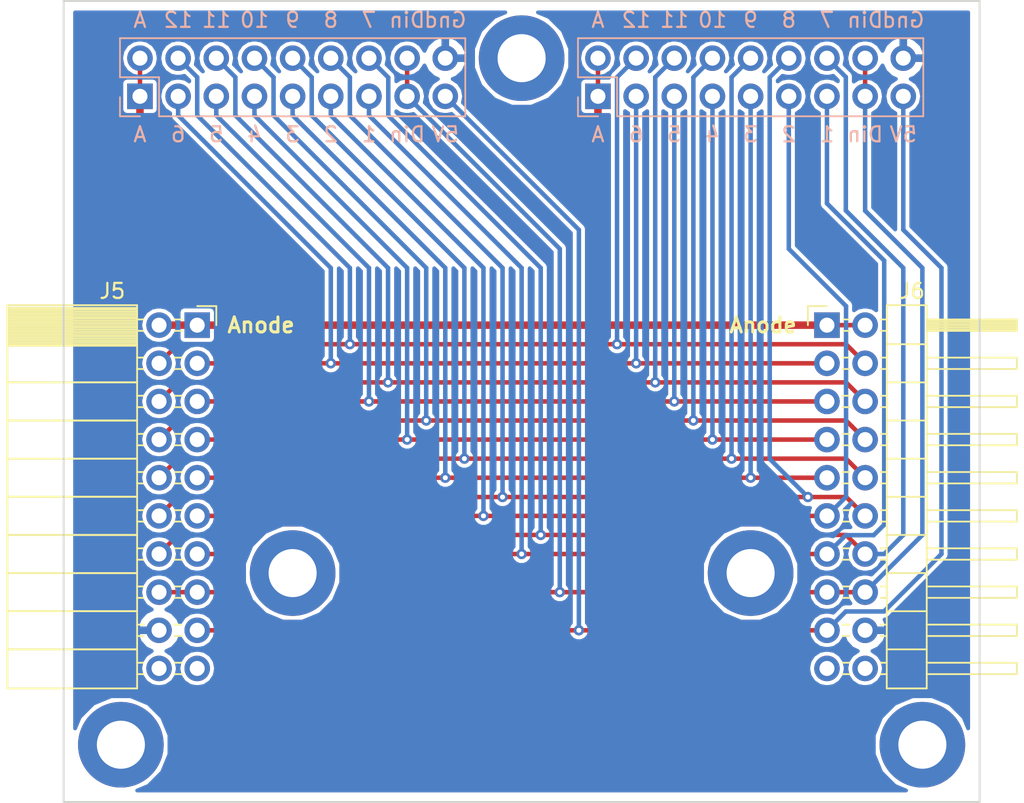
<source format=kicad_pcb>
(kicad_pcb (version 20171130) (host pcbnew "(5.0.0)")

  (general
    (thickness 1.6002)
    (drawings 43)
    (tracks 218)
    (zones 0)
    (modules 10)
    (nets 21)
  )

  (page A4)
  (layers
    (0 F.Cu signal)
    (31 B.Cu signal)
    (34 B.Paste user)
    (35 F.Paste user)
    (36 B.SilkS user)
    (37 F.SilkS user)
    (38 B.Mask user)
    (39 F.Mask user)
    (44 Edge.Cuts user)
  )

  (setup
    (last_trace_width 0.3)
    (user_trace_width 0.1524)
    (user_trace_width 0.2)
    (user_trace_width 0.25)
    (user_trace_width 0.3)
    (user_trace_width 0.4)
    (user_trace_width 0.5)
    (user_trace_width 0.6)
    (user_trace_width 0.8)
    (trace_clearance 0.254)
    (zone_clearance 0.1524)
    (zone_45_only no)
    (trace_min 0.1524)
    (segment_width 0.127)
    (edge_width 0.127)
    (via_size 0.6858)
    (via_drill 0.3302)
    (via_min_size 0.6858)
    (via_min_drill 0.3302)
    (uvia_size 0.508)
    (uvia_drill 0.127)
    (uvias_allowed no)
    (uvia_min_size 0.508)
    (uvia_min_drill 0.127)
    (pcb_text_width 0.127)
    (pcb_text_size 0.6 0.6)
    (mod_edge_width 0.127)
    (mod_text_size 0.6 0.6)
    (mod_text_width 0.127)
    (pad_size 1.524 1.524)
    (pad_drill 0.762)
    (pad_to_mask_clearance 0.05)
    (pad_to_paste_clearance -0.04)
    (aux_axis_origin 0 0)
    (visible_elements 7FFFFF7F)
    (pcbplotparams
      (layerselection 0x3ffff_80000001)
      (usegerberextensions true)
      (usegerberattributes true)
      (usegerberadvancedattributes false)
      (creategerberjobfile false)
      (excludeedgelayer true)
      (linewidth 0.127000)
      (plotframeref false)
      (viasonmask false)
      (mode 1)
      (useauxorigin false)
      (hpglpennumber 1)
      (hpglpenspeed 20)
      (hpglpendiameter 15.000000)
      (psnegative false)
      (psa4output false)
      (plotreference true)
      (plotvalue true)
      (plotinvisibletext false)
      (padsonsilk false)
      (subtractmaskfromsilk false)
      (outputformat 1)
      (mirror false)
      (drillshape 0)
      (scaleselection 1)
      (outputdirectory "CAM/"))
  )

  (net 0 "")
  (net 1 /Gnd)
  (net 2 /+5V)
  (net 3 /Din)
  (net 4 /HV7)
  (net 5 /HV1)
  (net 6 /HV8)
  (net 7 /HV2)
  (net 8 /HV9)
  (net 9 /HV3)
  (net 10 /HV10)
  (net 11 /HV4)
  (net 12 /HV11)
  (net 13 /HV5)
  (net 14 /HV12)
  (net 15 /HV6)
  (net 16 /Anode)
  (net 17 "Net-(J5-Pad20)")
  (net 18 "Net-(J5-Pad19)")
  (net 19 "Net-(J6-Pad20)")
  (net 20 "Net-(J6-Pad19)")

  (net_class Default "Imperial - this is the standard class"
    (clearance 0.254)
    (trace_width 0.254)
    (via_dia 0.6858)
    (via_drill 0.3302)
    (uvia_dia 0.508)
    (uvia_drill 0.127)
    (add_net /+5V)
    (add_net /Anode)
    (add_net /Din)
    (add_net /Gnd)
    (add_net /HV1)
    (add_net /HV10)
    (add_net /HV11)
    (add_net /HV12)
    (add_net /HV2)
    (add_net /HV3)
    (add_net /HV4)
    (add_net /HV5)
    (add_net /HV6)
    (add_net /HV7)
    (add_net /HV8)
    (add_net /HV9)
    (add_net "Net-(J5-Pad19)")
    (add_net "Net-(J5-Pad20)")
    (add_net "Net-(J6-Pad19)")
    (add_net "Net-(J6-Pad20)")
  )

  (net_class 0.2mm ""
    (clearance 0.2)
    (trace_width 0.2)
    (via_dia 0.6858)
    (via_drill 0.3302)
    (uvia_dia 0.508)
    (uvia_drill 0.127)
  )

  (net_class Minimal ""
    (clearance 0.1524)
    (trace_width 0.1524)
    (via_dia 0.6858)
    (via_drill 0.3302)
    (uvia_dia 0.508)
    (uvia_drill 0.127)
  )

  (module Mounting_Holes:MountingHole_3.2mm_M3_ISO7380_Pad (layer F.Cu) (tedit 5BD3AB2E) (tstamp 5BD36254)
    (at 187.96 76.2)
    (descr "Mounting Hole 3.2mm, M3, ISO7380")
    (tags "mounting hole 3.2mm m3 iso7380")
    (attr virtual)
    (fp_text reference REF** (at 0 -3.85) (layer F.SilkS) hide
      (effects (font (size 1 1) (thickness 0.15)))
    )
    (fp_text value MountingHole_3.2mm_M3_ISO7380_Pad (at 0 3.85) (layer F.Fab)
      (effects (font (size 1 1) (thickness 0.15)))
    )
    (fp_circle (center 0 0) (end 3.1 0) (layer F.CrtYd) (width 0.05))
    (fp_circle (center 0 0) (end 2.85 0) (layer Cmts.User) (width 0.15))
    (fp_text user %R (at 0.3 0) (layer F.Fab)
      (effects (font (size 1 1) (thickness 0.15)))
    )
    (pad 1 thru_hole circle (at 0 0) (size 5.7 5.7) (drill 3.2) (layers *.Cu *.Mask))
  )

  (module Mounting_Holes:MountingHole_3.2mm_M3_ISO7380_Pad (layer F.Cu) (tedit 5BD3AB56) (tstamp 5BD35EB4)
    (at 172.72 110.49)
    (descr "Mounting Hole 3.2mm, M3, ISO7380")
    (tags "mounting hole 3.2mm m3 iso7380")
    (attr virtual)
    (fp_text reference REF** (at 0 -3.85) (layer F.SilkS) hide
      (effects (font (size 1 1) (thickness 0.15)))
    )
    (fp_text value MountingHole_3.2mm_M3_ISO7380_Pad (at 0 3.85) (layer F.Fab)
      (effects (font (size 1 1) (thickness 0.15)))
    )
    (fp_circle (center 0 0) (end 3.1 0) (layer F.CrtYd) (width 0.05))
    (fp_circle (center 0 0) (end 2.85 0) (layer Cmts.User) (width 0.15))
    (fp_text user %R (at 0.3 0) (layer F.Fab)
      (effects (font (size 1 1) (thickness 0.15)))
    )
    (pad 1 thru_hole circle (at 0 0) (size 5.7 5.7) (drill 3.2) (layers *.Cu *.Mask))
  )

  (module Mounting_Holes:MountingHole_3.2mm_M3_ISO7380_Pad (layer F.Cu) (tedit 5BD3AB68) (tstamp 5BD35961)
    (at 214.63 121.92)
    (descr "Mounting Hole 3.2mm, M3, ISO7380")
    (tags "mounting hole 3.2mm m3 iso7380")
    (attr virtual)
    (fp_text reference REF** (at 0 -3.85) (layer F.SilkS) hide
      (effects (font (size 1 1) (thickness 0.15)))
    )
    (fp_text value MountingHole_3.2mm_M3_ISO7380_Pad (at 0 3.85) (layer F.Fab)
      (effects (font (size 1 1) (thickness 0.15)))
    )
    (fp_circle (center 0 0) (end 3.1 0) (layer F.CrtYd) (width 0.05))
    (fp_circle (center 0 0) (end 2.85 0) (layer Cmts.User) (width 0.15))
    (fp_text user %R (at 0.3 0) (layer F.Fab)
      (effects (font (size 1 1) (thickness 0.15)))
    )
    (pad 1 thru_hole circle (at 0 0) (size 5.7 5.7) (drill 3.2) (layers *.Cu *.Mask))
  )

  (module Mounting_Holes:MountingHole_3.2mm_M3_ISO7380_Pad (layer F.Cu) (tedit 5BD3AB3B) (tstamp 5BD3579F)
    (at 161.29 121.92)
    (descr "Mounting Hole 3.2mm, M3, ISO7380")
    (tags "mounting hole 3.2mm m3 iso7380")
    (attr virtual)
    (fp_text reference REF** (at 0 -3.85) (layer F.SilkS) hide
      (effects (font (size 1 1) (thickness 0.15)))
    )
    (fp_text value MountingHole_3.2mm_M3_ISO7380_Pad (at 0 3.85) (layer F.Fab)
      (effects (font (size 1 1) (thickness 0.15)))
    )
    (fp_circle (center 0 0) (end 3.1 0) (layer F.CrtYd) (width 0.05))
    (fp_circle (center 0 0) (end 2.85 0) (layer Cmts.User) (width 0.15))
    (fp_text user %R (at 0.3 0) (layer F.Fab)
      (effects (font (size 1 1) (thickness 0.15)))
    )
    (pad 1 thru_hole circle (at 0 0) (size 5.7 5.7) (drill 3.2) (layers *.Cu *.Mask))
  )

  (module Mounting_Holes:MountingHole_3.2mm_M3_ISO7380_Pad (layer F.Cu) (tedit 5BD3AB5E) (tstamp 5BD355E1)
    (at 203.2 110.49)
    (descr "Mounting Hole 3.2mm, M3, ISO7380")
    (tags "mounting hole 3.2mm m3 iso7380")
    (attr virtual)
    (fp_text reference REF** (at 0 -3.85) (layer F.SilkS) hide
      (effects (font (size 1 1) (thickness 0.15)))
    )
    (fp_text value MountingHole_3.2mm_M3_ISO7380_Pad (at 0 3.85) (layer F.Fab)
      (effects (font (size 1 1) (thickness 0.15)))
    )
    (fp_circle (center 0 0) (end 3.1 0) (layer F.CrtYd) (width 0.05))
    (fp_circle (center 0 0) (end 2.85 0) (layer Cmts.User) (width 0.15))
    (fp_text user %R (at 0.3 0) (layer F.Fab)
      (effects (font (size 1 1) (thickness 0.15)))
    )
    (pad 1 thru_hole circle (at 0 0) (size 5.7 5.7) (drill 3.2) (layers *.Cu *.Mask))
  )

  (module Socket_Strips:Socket_Strip_Straight_2x09_Pitch2.54mm (layer B.Cu) (tedit 5BD4748F) (tstamp 5BD2D64B)
    (at 162.56 78.74 270)
    (descr "Through hole straight socket strip, 2x09, 2.54mm pitch, double rows")
    (tags "Through hole socket strip THT 2x09 2.54mm double row")
    (path /5BD27E6D)
    (fp_text reference J2 (at -1.27 2.33 270) (layer B.SilkS) hide
      (effects (font (size 1 1) (thickness 0.15)) (justify mirror))
    )
    (fp_text value NX2 (at -5.08 -10.16) (layer B.SilkS) hide
      (effects (font (size 1 1) (thickness 0.15)) (justify mirror))
    )
    (fp_text user %R (at -1.27 2.33 270) (layer B.Fab)
      (effects (font (size 1 1) (thickness 0.15)) (justify mirror))
    )
    (fp_line (start 1.8 1.8) (end -4.35 1.8) (layer B.CrtYd) (width 0.05))
    (fp_line (start 1.8 -22.1) (end 1.8 1.8) (layer B.CrtYd) (width 0.05))
    (fp_line (start -4.35 -22.1) (end 1.8 -22.1) (layer B.CrtYd) (width 0.05))
    (fp_line (start -4.35 1.8) (end -4.35 -22.1) (layer B.CrtYd) (width 0.05))
    (fp_line (start 1.33 1.33) (end 0.06 1.33) (layer B.SilkS) (width 0.12))
    (fp_line (start 1.33 0) (end 1.33 1.33) (layer B.SilkS) (width 0.12))
    (fp_line (start -1.27 -1.27) (end 1.33 -1.27) (layer B.SilkS) (width 0.12))
    (fp_line (start -1.27 1.33) (end -1.27 -1.27) (layer B.SilkS) (width 0.12))
    (fp_line (start -3.87 1.33) (end -1.27 1.33) (layer B.SilkS) (width 0.12))
    (fp_line (start -3.87 -21.65) (end -3.87 1.33) (layer B.SilkS) (width 0.12))
    (fp_line (start 1.33 -21.65) (end -3.87 -21.65) (layer B.SilkS) (width 0.12))
    (fp_line (start 1.33 -1.27) (end 1.33 -21.65) (layer B.SilkS) (width 0.12))
    (fp_line (start 1.27 1.27) (end -3.81 1.27) (layer B.Fab) (width 0.1))
    (fp_line (start 1.27 -21.59) (end 1.27 1.27) (layer B.Fab) (width 0.1))
    (fp_line (start -3.81 -21.59) (end 1.27 -21.59) (layer B.Fab) (width 0.1))
    (fp_line (start -3.81 1.27) (end -3.81 -21.59) (layer B.Fab) (width 0.1))
    (pad 18 thru_hole oval (at -2.54 -20.32 270) (size 1.7 1.7) (drill 1) (layers *.Cu *.Mask)
      (net 1 /Gnd))
    (pad 17 thru_hole oval (at 0 -20.32 270) (size 1.7 1.7) (drill 1) (layers *.Cu *.Mask)
      (net 2 /+5V))
    (pad 16 thru_hole oval (at -2.54 -17.78 270) (size 1.7 1.7) (drill 1) (layers *.Cu *.Mask)
      (net 3 /Din))
    (pad 15 thru_hole oval (at 0 -17.78 270) (size 1.7 1.7) (drill 1) (layers *.Cu *.Mask)
      (net 3 /Din))
    (pad 14 thru_hole oval (at -2.54 -15.24 270) (size 1.7 1.7) (drill 1) (layers *.Cu *.Mask)
      (net 4 /HV7))
    (pad 13 thru_hole oval (at 0 -15.24 270) (size 1.7 1.7) (drill 1) (layers *.Cu *.Mask)
      (net 5 /HV1))
    (pad 12 thru_hole oval (at -2.54 -12.7 270) (size 1.7 1.7) (drill 1) (layers *.Cu *.Mask)
      (net 6 /HV8))
    (pad 11 thru_hole oval (at 0 -12.7 270) (size 1.7 1.7) (drill 1) (layers *.Cu *.Mask)
      (net 7 /HV2))
    (pad 10 thru_hole oval (at -2.54 -10.16 270) (size 1.7 1.7) (drill 1) (layers *.Cu *.Mask)
      (net 8 /HV9))
    (pad 9 thru_hole oval (at 0 -10.16 270) (size 1.7 1.7) (drill 1) (layers *.Cu *.Mask)
      (net 9 /HV3))
    (pad 8 thru_hole oval (at -2.54 -7.62 270) (size 1.7 1.7) (drill 1) (layers *.Cu *.Mask)
      (net 10 /HV10))
    (pad 7 thru_hole oval (at 0 -7.62 270) (size 1.7 1.7) (drill 1) (layers *.Cu *.Mask)
      (net 11 /HV4))
    (pad 6 thru_hole oval (at -2.54 -5.08 270) (size 1.7 1.7) (drill 1) (layers *.Cu *.Mask)
      (net 12 /HV11))
    (pad 5 thru_hole oval (at 0 -5.08 270) (size 1.7 1.7) (drill 1) (layers *.Cu *.Mask)
      (net 13 /HV5))
    (pad 4 thru_hole oval (at -2.54 -2.54 270) (size 1.7 1.7) (drill 1) (layers *.Cu *.Mask)
      (net 14 /HV12))
    (pad 3 thru_hole oval (at 0 -2.54 270) (size 1.7 1.7) (drill 1) (layers *.Cu *.Mask)
      (net 15 /HV6))
    (pad 2 thru_hole oval (at -2.54 0 270) (size 1.7 1.7) (drill 1) (layers *.Cu *.Mask)
      (net 16 /Anode))
    (pad 1 thru_hole rect (at 0 0 270) (size 1.7 1.7) (drill 1) (layers *.Cu *.Mask)
      (net 16 /Anode))
    (model ${KISYS3DMOD}/Socket_Strips.3dshapes/Socket_Strip_Straight_2x09_Pitch2.54mm.wrl
      (offset (xyz -1.269999980926514 -10.15999984741211 0))
      (scale (xyz 1 1 1))
      (rotate (xyz 0 0 270))
    )
  )

  (module Socket_Strips:Socket_Strip_Angled_2x10_Pitch2.54mm (layer F.Cu) (tedit 58CD5449) (tstamp 5BD2D76E)
    (at 166.37 93.98)
    (descr "Through hole angled socket strip, 2x10, 2.54mm pitch, 8.51mm socket length, double rows")
    (tags "Through hole angled socket strip THT 2x10 2.54mm double row")
    (path /5BD27F45)
    (fp_text reference J5 (at -5.65 -2.27) (layer F.SilkS)
      (effects (font (size 1 1) (thickness 0.15)))
    )
    (fp_text value Out (at -5.65 25.13) (layer F.Fab)
      (effects (font (size 1 1) (thickness 0.15)))
    )
    (fp_text user %R (at -5.65 -2.27) (layer F.Fab)
      (effects (font (size 1 1) (thickness 0.15)))
    )
    (fp_line (start -13.1 -1.8) (end 1.8 -1.8) (layer F.CrtYd) (width 0.05))
    (fp_line (start -13.1 24.65) (end -13.1 -1.8) (layer F.CrtYd) (width 0.05))
    (fp_line (start 1.8 24.65) (end -13.1 24.65) (layer F.CrtYd) (width 0.05))
    (fp_line (start 1.8 -1.8) (end 1.8 24.65) (layer F.CrtYd) (width 0.05))
    (fp_line (start 1.27 -1.27) (end 1.27 0) (layer F.SilkS) (width 0.12))
    (fp_line (start 0 -1.27) (end 1.27 -1.27) (layer F.SilkS) (width 0.12))
    (fp_line (start -1.03 23.24) (end -1.51 23.24) (layer F.SilkS) (width 0.12))
    (fp_line (start -1.03 22.48) (end -1.51 22.48) (layer F.SilkS) (width 0.12))
    (fp_line (start -3.57 23.24) (end -4 23.24) (layer F.SilkS) (width 0.12))
    (fp_line (start -3.57 22.48) (end -4 22.48) (layer F.SilkS) (width 0.12))
    (fp_line (start -12.63 21.59) (end -4 21.59) (layer F.SilkS) (width 0.12))
    (fp_line (start -12.63 24.19) (end -12.63 21.59) (layer F.SilkS) (width 0.12))
    (fp_line (start -4 24.19) (end -12.63 24.19) (layer F.SilkS) (width 0.12))
    (fp_line (start -4 21.59) (end -4 24.19) (layer F.SilkS) (width 0.12))
    (fp_line (start -1.03 20.7) (end -1.51 20.7) (layer F.SilkS) (width 0.12))
    (fp_line (start -1.03 19.94) (end -1.51 19.94) (layer F.SilkS) (width 0.12))
    (fp_line (start -3.57 20.7) (end -4 20.7) (layer F.SilkS) (width 0.12))
    (fp_line (start -3.57 19.94) (end -4 19.94) (layer F.SilkS) (width 0.12))
    (fp_line (start -12.63 19.05) (end -4 19.05) (layer F.SilkS) (width 0.12))
    (fp_line (start -12.63 21.59) (end -12.63 19.05) (layer F.SilkS) (width 0.12))
    (fp_line (start -4 21.59) (end -12.63 21.59) (layer F.SilkS) (width 0.12))
    (fp_line (start -4 19.05) (end -4 21.59) (layer F.SilkS) (width 0.12))
    (fp_line (start -1.03 18.16) (end -1.51 18.16) (layer F.SilkS) (width 0.12))
    (fp_line (start -1.03 17.4) (end -1.51 17.4) (layer F.SilkS) (width 0.12))
    (fp_line (start -3.57 18.16) (end -4 18.16) (layer F.SilkS) (width 0.12))
    (fp_line (start -3.57 17.4) (end -4 17.4) (layer F.SilkS) (width 0.12))
    (fp_line (start -12.63 16.51) (end -4 16.51) (layer F.SilkS) (width 0.12))
    (fp_line (start -12.63 19.05) (end -12.63 16.51) (layer F.SilkS) (width 0.12))
    (fp_line (start -4 19.05) (end -12.63 19.05) (layer F.SilkS) (width 0.12))
    (fp_line (start -4 16.51) (end -4 19.05) (layer F.SilkS) (width 0.12))
    (fp_line (start -1.03 15.62) (end -1.51 15.62) (layer F.SilkS) (width 0.12))
    (fp_line (start -1.03 14.86) (end -1.51 14.86) (layer F.SilkS) (width 0.12))
    (fp_line (start -3.57 15.62) (end -4 15.62) (layer F.SilkS) (width 0.12))
    (fp_line (start -3.57 14.86) (end -4 14.86) (layer F.SilkS) (width 0.12))
    (fp_line (start -12.63 13.97) (end -4 13.97) (layer F.SilkS) (width 0.12))
    (fp_line (start -12.63 16.51) (end -12.63 13.97) (layer F.SilkS) (width 0.12))
    (fp_line (start -4 16.51) (end -12.63 16.51) (layer F.SilkS) (width 0.12))
    (fp_line (start -4 13.97) (end -4 16.51) (layer F.SilkS) (width 0.12))
    (fp_line (start -1.03 13.08) (end -1.51 13.08) (layer F.SilkS) (width 0.12))
    (fp_line (start -1.03 12.32) (end -1.51 12.32) (layer F.SilkS) (width 0.12))
    (fp_line (start -3.57 13.08) (end -4 13.08) (layer F.SilkS) (width 0.12))
    (fp_line (start -3.57 12.32) (end -4 12.32) (layer F.SilkS) (width 0.12))
    (fp_line (start -12.63 11.43) (end -4 11.43) (layer F.SilkS) (width 0.12))
    (fp_line (start -12.63 13.97) (end -12.63 11.43) (layer F.SilkS) (width 0.12))
    (fp_line (start -4 13.97) (end -12.63 13.97) (layer F.SilkS) (width 0.12))
    (fp_line (start -4 11.43) (end -4 13.97) (layer F.SilkS) (width 0.12))
    (fp_line (start -1.03 10.54) (end -1.51 10.54) (layer F.SilkS) (width 0.12))
    (fp_line (start -1.03 9.78) (end -1.51 9.78) (layer F.SilkS) (width 0.12))
    (fp_line (start -3.57 10.54) (end -4 10.54) (layer F.SilkS) (width 0.12))
    (fp_line (start -3.57 9.78) (end -4 9.78) (layer F.SilkS) (width 0.12))
    (fp_line (start -12.63 8.89) (end -4 8.89) (layer F.SilkS) (width 0.12))
    (fp_line (start -12.63 11.43) (end -12.63 8.89) (layer F.SilkS) (width 0.12))
    (fp_line (start -4 11.43) (end -12.63 11.43) (layer F.SilkS) (width 0.12))
    (fp_line (start -4 8.89) (end -4 11.43) (layer F.SilkS) (width 0.12))
    (fp_line (start -1.03 8) (end -1.51 8) (layer F.SilkS) (width 0.12))
    (fp_line (start -1.03 7.24) (end -1.51 7.24) (layer F.SilkS) (width 0.12))
    (fp_line (start -3.57 8) (end -4 8) (layer F.SilkS) (width 0.12))
    (fp_line (start -3.57 7.24) (end -4 7.24) (layer F.SilkS) (width 0.12))
    (fp_line (start -12.63 6.35) (end -4 6.35) (layer F.SilkS) (width 0.12))
    (fp_line (start -12.63 8.89) (end -12.63 6.35) (layer F.SilkS) (width 0.12))
    (fp_line (start -4 8.89) (end -12.63 8.89) (layer F.SilkS) (width 0.12))
    (fp_line (start -4 6.35) (end -4 8.89) (layer F.SilkS) (width 0.12))
    (fp_line (start -1.03 5.46) (end -1.51 5.46) (layer F.SilkS) (width 0.12))
    (fp_line (start -1.03 4.7) (end -1.51 4.7) (layer F.SilkS) (width 0.12))
    (fp_line (start -3.57 5.46) (end -4 5.46) (layer F.SilkS) (width 0.12))
    (fp_line (start -3.57 4.7) (end -4 4.7) (layer F.SilkS) (width 0.12))
    (fp_line (start -12.63 3.81) (end -4 3.81) (layer F.SilkS) (width 0.12))
    (fp_line (start -12.63 6.35) (end -12.63 3.81) (layer F.SilkS) (width 0.12))
    (fp_line (start -4 6.35) (end -12.63 6.35) (layer F.SilkS) (width 0.12))
    (fp_line (start -4 3.81) (end -4 6.35) (layer F.SilkS) (width 0.12))
    (fp_line (start -1.03 2.92) (end -1.51 2.92) (layer F.SilkS) (width 0.12))
    (fp_line (start -1.03 2.16) (end -1.51 2.16) (layer F.SilkS) (width 0.12))
    (fp_line (start -3.57 2.92) (end -4 2.92) (layer F.SilkS) (width 0.12))
    (fp_line (start -3.57 2.16) (end -4 2.16) (layer F.SilkS) (width 0.12))
    (fp_line (start -12.63 1.27) (end -4 1.27) (layer F.SilkS) (width 0.12))
    (fp_line (start -12.63 3.81) (end -12.63 1.27) (layer F.SilkS) (width 0.12))
    (fp_line (start -4 3.81) (end -12.63 3.81) (layer F.SilkS) (width 0.12))
    (fp_line (start -4 1.27) (end -4 3.81) (layer F.SilkS) (width 0.12))
    (fp_line (start -4 1.37) (end -12.63 1.37) (layer F.SilkS) (width 0.12))
    (fp_line (start -4 1.25) (end -12.63 1.25) (layer F.SilkS) (width 0.12))
    (fp_line (start -4 1.13) (end -12.63 1.13) (layer F.SilkS) (width 0.12))
    (fp_line (start -4 1.01) (end -12.63 1.01) (layer F.SilkS) (width 0.12))
    (fp_line (start -4 0.89) (end -12.63 0.89) (layer F.SilkS) (width 0.12))
    (fp_line (start -4 0.77) (end -12.63 0.77) (layer F.SilkS) (width 0.12))
    (fp_line (start -4 0.65) (end -12.63 0.65) (layer F.SilkS) (width 0.12))
    (fp_line (start -4 0.53) (end -12.63 0.53) (layer F.SilkS) (width 0.12))
    (fp_line (start -4 0.41) (end -12.63 0.41) (layer F.SilkS) (width 0.12))
    (fp_line (start -4 0.29) (end -12.63 0.29) (layer F.SilkS) (width 0.12))
    (fp_line (start -4 0.17) (end -12.63 0.17) (layer F.SilkS) (width 0.12))
    (fp_line (start -4 0.05) (end -12.63 0.05) (layer F.SilkS) (width 0.12))
    (fp_line (start -4 -0.07) (end -12.63 -0.07) (layer F.SilkS) (width 0.12))
    (fp_line (start -4 -0.19) (end -12.63 -0.19) (layer F.SilkS) (width 0.12))
    (fp_line (start -4 -0.31) (end -12.63 -0.31) (layer F.SilkS) (width 0.12))
    (fp_line (start -4 -0.43) (end -12.63 -0.43) (layer F.SilkS) (width 0.12))
    (fp_line (start -4 -0.55) (end -12.63 -0.55) (layer F.SilkS) (width 0.12))
    (fp_line (start -4 -0.67) (end -12.63 -0.67) (layer F.SilkS) (width 0.12))
    (fp_line (start -4 -0.79) (end -12.63 -0.79) (layer F.SilkS) (width 0.12))
    (fp_line (start -4 -0.91) (end -12.63 -0.91) (layer F.SilkS) (width 0.12))
    (fp_line (start -4 -1.03) (end -12.63 -1.03) (layer F.SilkS) (width 0.12))
    (fp_line (start -4 -1.15) (end -12.63 -1.15) (layer F.SilkS) (width 0.12))
    (fp_line (start -1.03 0.38) (end -1.51 0.38) (layer F.SilkS) (width 0.12))
    (fp_line (start -1.03 -0.38) (end -1.51 -0.38) (layer F.SilkS) (width 0.12))
    (fp_line (start -3.57 0.38) (end -4 0.38) (layer F.SilkS) (width 0.12))
    (fp_line (start -3.57 -0.38) (end -4 -0.38) (layer F.SilkS) (width 0.12))
    (fp_line (start -12.63 -1.33) (end -4 -1.33) (layer F.SilkS) (width 0.12))
    (fp_line (start -12.63 1.27) (end -12.63 -1.33) (layer F.SilkS) (width 0.12))
    (fp_line (start -4 1.27) (end -12.63 1.27) (layer F.SilkS) (width 0.12))
    (fp_line (start -4 -1.33) (end -4 1.27) (layer F.SilkS) (width 0.12))
    (fp_line (start -4.06 22.54) (end 0 22.54) (layer F.Fab) (width 0.1))
    (fp_line (start -4.06 23.18) (end -4.06 22.54) (layer F.Fab) (width 0.1))
    (fp_line (start 0 23.18) (end -4.06 23.18) (layer F.Fab) (width 0.1))
    (fp_line (start 0 22.54) (end 0 23.18) (layer F.Fab) (width 0.1))
    (fp_line (start -12.57 21.59) (end -4.06 21.59) (layer F.Fab) (width 0.1))
    (fp_line (start -12.57 24.13) (end -12.57 21.59) (layer F.Fab) (width 0.1))
    (fp_line (start -4.06 24.13) (end -12.57 24.13) (layer F.Fab) (width 0.1))
    (fp_line (start -4.06 21.59) (end -4.06 24.13) (layer F.Fab) (width 0.1))
    (fp_line (start -4.06 20) (end 0 20) (layer F.Fab) (width 0.1))
    (fp_line (start -4.06 20.64) (end -4.06 20) (layer F.Fab) (width 0.1))
    (fp_line (start 0 20.64) (end -4.06 20.64) (layer F.Fab) (width 0.1))
    (fp_line (start 0 20) (end 0 20.64) (layer F.Fab) (width 0.1))
    (fp_line (start -12.57 19.05) (end -4.06 19.05) (layer F.Fab) (width 0.1))
    (fp_line (start -12.57 21.59) (end -12.57 19.05) (layer F.Fab) (width 0.1))
    (fp_line (start -4.06 21.59) (end -12.57 21.59) (layer F.Fab) (width 0.1))
    (fp_line (start -4.06 19.05) (end -4.06 21.59) (layer F.Fab) (width 0.1))
    (fp_line (start -4.06 17.46) (end 0 17.46) (layer F.Fab) (width 0.1))
    (fp_line (start -4.06 18.1) (end -4.06 17.46) (layer F.Fab) (width 0.1))
    (fp_line (start 0 18.1) (end -4.06 18.1) (layer F.Fab) (width 0.1))
    (fp_line (start 0 17.46) (end 0 18.1) (layer F.Fab) (width 0.1))
    (fp_line (start -12.57 16.51) (end -4.06 16.51) (layer F.Fab) (width 0.1))
    (fp_line (start -12.57 19.05) (end -12.57 16.51) (layer F.Fab) (width 0.1))
    (fp_line (start -4.06 19.05) (end -12.57 19.05) (layer F.Fab) (width 0.1))
    (fp_line (start -4.06 16.51) (end -4.06 19.05) (layer F.Fab) (width 0.1))
    (fp_line (start -4.06 14.92) (end 0 14.92) (layer F.Fab) (width 0.1))
    (fp_line (start -4.06 15.56) (end -4.06 14.92) (layer F.Fab) (width 0.1))
    (fp_line (start 0 15.56) (end -4.06 15.56) (layer F.Fab) (width 0.1))
    (fp_line (start 0 14.92) (end 0 15.56) (layer F.Fab) (width 0.1))
    (fp_line (start -12.57 13.97) (end -4.06 13.97) (layer F.Fab) (width 0.1))
    (fp_line (start -12.57 16.51) (end -12.57 13.97) (layer F.Fab) (width 0.1))
    (fp_line (start -4.06 16.51) (end -12.57 16.51) (layer F.Fab) (width 0.1))
    (fp_line (start -4.06 13.97) (end -4.06 16.51) (layer F.Fab) (width 0.1))
    (fp_line (start -4.06 12.38) (end 0 12.38) (layer F.Fab) (width 0.1))
    (fp_line (start -4.06 13.02) (end -4.06 12.38) (layer F.Fab) (width 0.1))
    (fp_line (start 0 13.02) (end -4.06 13.02) (layer F.Fab) (width 0.1))
    (fp_line (start 0 12.38) (end 0 13.02) (layer F.Fab) (width 0.1))
    (fp_line (start -12.57 11.43) (end -4.06 11.43) (layer F.Fab) (width 0.1))
    (fp_line (start -12.57 13.97) (end -12.57 11.43) (layer F.Fab) (width 0.1))
    (fp_line (start -4.06 13.97) (end -12.57 13.97) (layer F.Fab) (width 0.1))
    (fp_line (start -4.06 11.43) (end -4.06 13.97) (layer F.Fab) (width 0.1))
    (fp_line (start -4.06 9.84) (end 0 9.84) (layer F.Fab) (width 0.1))
    (fp_line (start -4.06 10.48) (end -4.06 9.84) (layer F.Fab) (width 0.1))
    (fp_line (start 0 10.48) (end -4.06 10.48) (layer F.Fab) (width 0.1))
    (fp_line (start 0 9.84) (end 0 10.48) (layer F.Fab) (width 0.1))
    (fp_line (start -12.57 8.89) (end -4.06 8.89) (layer F.Fab) (width 0.1))
    (fp_line (start -12.57 11.43) (end -12.57 8.89) (layer F.Fab) (width 0.1))
    (fp_line (start -4.06 11.43) (end -12.57 11.43) (layer F.Fab) (width 0.1))
    (fp_line (start -4.06 8.89) (end -4.06 11.43) (layer F.Fab) (width 0.1))
    (fp_line (start -4.06 7.3) (end 0 7.3) (layer F.Fab) (width 0.1))
    (fp_line (start -4.06 7.94) (end -4.06 7.3) (layer F.Fab) (width 0.1))
    (fp_line (start 0 7.94) (end -4.06 7.94) (layer F.Fab) (width 0.1))
    (fp_line (start 0 7.3) (end 0 7.94) (layer F.Fab) (width 0.1))
    (fp_line (start -12.57 6.35) (end -4.06 6.35) (layer F.Fab) (width 0.1))
    (fp_line (start -12.57 8.89) (end -12.57 6.35) (layer F.Fab) (width 0.1))
    (fp_line (start -4.06 8.89) (end -12.57 8.89) (layer F.Fab) (width 0.1))
    (fp_line (start -4.06 6.35) (end -4.06 8.89) (layer F.Fab) (width 0.1))
    (fp_line (start -4.06 4.76) (end 0 4.76) (layer F.Fab) (width 0.1))
    (fp_line (start -4.06 5.4) (end -4.06 4.76) (layer F.Fab) (width 0.1))
    (fp_line (start 0 5.4) (end -4.06 5.4) (layer F.Fab) (width 0.1))
    (fp_line (start 0 4.76) (end 0 5.4) (layer F.Fab) (width 0.1))
    (fp_line (start -12.57 3.81) (end -4.06 3.81) (layer F.Fab) (width 0.1))
    (fp_line (start -12.57 6.35) (end -12.57 3.81) (layer F.Fab) (width 0.1))
    (fp_line (start -4.06 6.35) (end -12.57 6.35) (layer F.Fab) (width 0.1))
    (fp_line (start -4.06 3.81) (end -4.06 6.35) (layer F.Fab) (width 0.1))
    (fp_line (start -4.06 2.22) (end 0 2.22) (layer F.Fab) (width 0.1))
    (fp_line (start -4.06 2.86) (end -4.06 2.22) (layer F.Fab) (width 0.1))
    (fp_line (start 0 2.86) (end -4.06 2.86) (layer F.Fab) (width 0.1))
    (fp_line (start 0 2.22) (end 0 2.86) (layer F.Fab) (width 0.1))
    (fp_line (start -12.57 1.27) (end -4.06 1.27) (layer F.Fab) (width 0.1))
    (fp_line (start -12.57 3.81) (end -12.57 1.27) (layer F.Fab) (width 0.1))
    (fp_line (start -4.06 3.81) (end -12.57 3.81) (layer F.Fab) (width 0.1))
    (fp_line (start -4.06 1.27) (end -4.06 3.81) (layer F.Fab) (width 0.1))
    (fp_line (start -4.06 -0.32) (end 0 -0.32) (layer F.Fab) (width 0.1))
    (fp_line (start -4.06 0.32) (end -4.06 -0.32) (layer F.Fab) (width 0.1))
    (fp_line (start 0 0.32) (end -4.06 0.32) (layer F.Fab) (width 0.1))
    (fp_line (start 0 -0.32) (end 0 0.32) (layer F.Fab) (width 0.1))
    (fp_line (start -12.57 -1.27) (end -4.06 -1.27) (layer F.Fab) (width 0.1))
    (fp_line (start -12.57 1.27) (end -12.57 -1.27) (layer F.Fab) (width 0.1))
    (fp_line (start -4.06 1.27) (end -12.57 1.27) (layer F.Fab) (width 0.1))
    (fp_line (start -4.06 -1.27) (end -4.06 1.27) (layer F.Fab) (width 0.1))
    (pad 20 thru_hole oval (at -2.54 22.86) (size 1.7 1.7) (drill 1) (layers *.Cu *.Mask)
      (net 17 "Net-(J5-Pad20)"))
    (pad 19 thru_hole oval (at 0 22.86) (size 1.7 1.7) (drill 1) (layers *.Cu *.Mask)
      (net 18 "Net-(J5-Pad19)"))
    (pad 18 thru_hole oval (at -2.54 20.32) (size 1.7 1.7) (drill 1) (layers *.Cu *.Mask)
      (net 1 /Gnd))
    (pad 17 thru_hole oval (at 0 20.32) (size 1.7 1.7) (drill 1) (layers *.Cu *.Mask)
      (net 2 /+5V))
    (pad 16 thru_hole oval (at -2.54 17.78) (size 1.7 1.7) (drill 1) (layers *.Cu *.Mask)
      (net 3 /Din))
    (pad 15 thru_hole oval (at 0 17.78) (size 1.7 1.7) (drill 1) (layers *.Cu *.Mask)
      (net 3 /Din))
    (pad 14 thru_hole oval (at -2.54 15.24) (size 1.7 1.7) (drill 1) (layers *.Cu *.Mask)
      (net 4 /HV7))
    (pad 13 thru_hole oval (at 0 15.24) (size 1.7 1.7) (drill 1) (layers *.Cu *.Mask)
      (net 5 /HV1))
    (pad 12 thru_hole oval (at -2.54 12.7) (size 1.7 1.7) (drill 1) (layers *.Cu *.Mask)
      (net 6 /HV8))
    (pad 11 thru_hole oval (at 0 12.7) (size 1.7 1.7) (drill 1) (layers *.Cu *.Mask)
      (net 7 /HV2))
    (pad 10 thru_hole oval (at -2.54 10.16) (size 1.7 1.7) (drill 1) (layers *.Cu *.Mask)
      (net 8 /HV9))
    (pad 9 thru_hole oval (at 0 10.16) (size 1.7 1.7) (drill 1) (layers *.Cu *.Mask)
      (net 9 /HV3))
    (pad 8 thru_hole oval (at -2.54 7.62) (size 1.7 1.7) (drill 1) (layers *.Cu *.Mask)
      (net 10 /HV10))
    (pad 7 thru_hole oval (at 0 7.62) (size 1.7 1.7) (drill 1) (layers *.Cu *.Mask)
      (net 11 /HV4))
    (pad 6 thru_hole oval (at -2.54 5.08) (size 1.7 1.7) (drill 1) (layers *.Cu *.Mask)
      (net 12 /HV11))
    (pad 5 thru_hole oval (at 0 5.08) (size 1.7 1.7) (drill 1) (layers *.Cu *.Mask)
      (net 13 /HV5))
    (pad 4 thru_hole oval (at -2.54 2.54) (size 1.7 1.7) (drill 1) (layers *.Cu *.Mask)
      (net 14 /HV12))
    (pad 3 thru_hole oval (at 0 2.54) (size 1.7 1.7) (drill 1) (layers *.Cu *.Mask)
      (net 15 /HV6))
    (pad 2 thru_hole oval (at -2.54 0) (size 1.7 1.7) (drill 1) (layers *.Cu *.Mask)
      (net 16 /Anode))
    (pad 1 thru_hole rect (at 0 0) (size 1.7 1.7) (drill 1) (layers *.Cu *.Mask)
      (net 16 /Anode))
    (model ${KISYS3DMOD}/Socket_Strips.3dshapes/Socket_Strip_Angled_2x10_Pitch2.54mm.wrl
      (offset (xyz -1.269999980926514 -11.42999982833862 0))
      (scale (xyz 1 1 1))
      (rotate (xyz 0 0 270))
    )
  )

  (module Pin_Headers:Pin_Header_Angled_2x10_Pitch2.54mm (layer F.Cu) (tedit 59650532) (tstamp 5BD2D827)
    (at 208.28 93.98)
    (descr "Through hole angled pin header, 2x10, 2.54mm pitch, 6mm pin length, double rows")
    (tags "Through hole angled pin header THT 2x10 2.54mm double row")
    (path /5BD2801B)
    (fp_text reference J6 (at 5.655 -2.27) (layer F.SilkS)
      (effects (font (size 1 1) (thickness 0.15)))
    )
    (fp_text value In (at 5.655 25.13) (layer F.Fab)
      (effects (font (size 1 1) (thickness 0.15)))
    )
    (fp_text user %R (at 5.31 11.43 90) (layer F.Fab)
      (effects (font (size 1 1) (thickness 0.15)))
    )
    (fp_line (start 13.1 -1.8) (end -1.8 -1.8) (layer F.CrtYd) (width 0.05))
    (fp_line (start 13.1 24.65) (end 13.1 -1.8) (layer F.CrtYd) (width 0.05))
    (fp_line (start -1.8 24.65) (end 13.1 24.65) (layer F.CrtYd) (width 0.05))
    (fp_line (start -1.8 -1.8) (end -1.8 24.65) (layer F.CrtYd) (width 0.05))
    (fp_line (start -1.27 -1.27) (end 0 -1.27) (layer F.SilkS) (width 0.12))
    (fp_line (start -1.27 0) (end -1.27 -1.27) (layer F.SilkS) (width 0.12))
    (fp_line (start 1.042929 23.24) (end 1.497071 23.24) (layer F.SilkS) (width 0.12))
    (fp_line (start 1.042929 22.48) (end 1.497071 22.48) (layer F.SilkS) (width 0.12))
    (fp_line (start 3.582929 23.24) (end 3.98 23.24) (layer F.SilkS) (width 0.12))
    (fp_line (start 3.582929 22.48) (end 3.98 22.48) (layer F.SilkS) (width 0.12))
    (fp_line (start 12.64 23.24) (end 6.64 23.24) (layer F.SilkS) (width 0.12))
    (fp_line (start 12.64 22.48) (end 12.64 23.24) (layer F.SilkS) (width 0.12))
    (fp_line (start 6.64 22.48) (end 12.64 22.48) (layer F.SilkS) (width 0.12))
    (fp_line (start 3.98 21.59) (end 6.64 21.59) (layer F.SilkS) (width 0.12))
    (fp_line (start 1.042929 20.7) (end 1.497071 20.7) (layer F.SilkS) (width 0.12))
    (fp_line (start 1.042929 19.94) (end 1.497071 19.94) (layer F.SilkS) (width 0.12))
    (fp_line (start 3.582929 20.7) (end 3.98 20.7) (layer F.SilkS) (width 0.12))
    (fp_line (start 3.582929 19.94) (end 3.98 19.94) (layer F.SilkS) (width 0.12))
    (fp_line (start 12.64 20.7) (end 6.64 20.7) (layer F.SilkS) (width 0.12))
    (fp_line (start 12.64 19.94) (end 12.64 20.7) (layer F.SilkS) (width 0.12))
    (fp_line (start 6.64 19.94) (end 12.64 19.94) (layer F.SilkS) (width 0.12))
    (fp_line (start 3.98 19.05) (end 6.64 19.05) (layer F.SilkS) (width 0.12))
    (fp_line (start 1.042929 18.16) (end 1.497071 18.16) (layer F.SilkS) (width 0.12))
    (fp_line (start 1.042929 17.4) (end 1.497071 17.4) (layer F.SilkS) (width 0.12))
    (fp_line (start 3.582929 18.16) (end 3.98 18.16) (layer F.SilkS) (width 0.12))
    (fp_line (start 3.582929 17.4) (end 3.98 17.4) (layer F.SilkS) (width 0.12))
    (fp_line (start 12.64 18.16) (end 6.64 18.16) (layer F.SilkS) (width 0.12))
    (fp_line (start 12.64 17.4) (end 12.64 18.16) (layer F.SilkS) (width 0.12))
    (fp_line (start 6.64 17.4) (end 12.64 17.4) (layer F.SilkS) (width 0.12))
    (fp_line (start 3.98 16.51) (end 6.64 16.51) (layer F.SilkS) (width 0.12))
    (fp_line (start 1.042929 15.62) (end 1.497071 15.62) (layer F.SilkS) (width 0.12))
    (fp_line (start 1.042929 14.86) (end 1.497071 14.86) (layer F.SilkS) (width 0.12))
    (fp_line (start 3.582929 15.62) (end 3.98 15.62) (layer F.SilkS) (width 0.12))
    (fp_line (start 3.582929 14.86) (end 3.98 14.86) (layer F.SilkS) (width 0.12))
    (fp_line (start 12.64 15.62) (end 6.64 15.62) (layer F.SilkS) (width 0.12))
    (fp_line (start 12.64 14.86) (end 12.64 15.62) (layer F.SilkS) (width 0.12))
    (fp_line (start 6.64 14.86) (end 12.64 14.86) (layer F.SilkS) (width 0.12))
    (fp_line (start 3.98 13.97) (end 6.64 13.97) (layer F.SilkS) (width 0.12))
    (fp_line (start 1.042929 13.08) (end 1.497071 13.08) (layer F.SilkS) (width 0.12))
    (fp_line (start 1.042929 12.32) (end 1.497071 12.32) (layer F.SilkS) (width 0.12))
    (fp_line (start 3.582929 13.08) (end 3.98 13.08) (layer F.SilkS) (width 0.12))
    (fp_line (start 3.582929 12.32) (end 3.98 12.32) (layer F.SilkS) (width 0.12))
    (fp_line (start 12.64 13.08) (end 6.64 13.08) (layer F.SilkS) (width 0.12))
    (fp_line (start 12.64 12.32) (end 12.64 13.08) (layer F.SilkS) (width 0.12))
    (fp_line (start 6.64 12.32) (end 12.64 12.32) (layer F.SilkS) (width 0.12))
    (fp_line (start 3.98 11.43) (end 6.64 11.43) (layer F.SilkS) (width 0.12))
    (fp_line (start 1.042929 10.54) (end 1.497071 10.54) (layer F.SilkS) (width 0.12))
    (fp_line (start 1.042929 9.78) (end 1.497071 9.78) (layer F.SilkS) (width 0.12))
    (fp_line (start 3.582929 10.54) (end 3.98 10.54) (layer F.SilkS) (width 0.12))
    (fp_line (start 3.582929 9.78) (end 3.98 9.78) (layer F.SilkS) (width 0.12))
    (fp_line (start 12.64 10.54) (end 6.64 10.54) (layer F.SilkS) (width 0.12))
    (fp_line (start 12.64 9.78) (end 12.64 10.54) (layer F.SilkS) (width 0.12))
    (fp_line (start 6.64 9.78) (end 12.64 9.78) (layer F.SilkS) (width 0.12))
    (fp_line (start 3.98 8.89) (end 6.64 8.89) (layer F.SilkS) (width 0.12))
    (fp_line (start 1.042929 8) (end 1.497071 8) (layer F.SilkS) (width 0.12))
    (fp_line (start 1.042929 7.24) (end 1.497071 7.24) (layer F.SilkS) (width 0.12))
    (fp_line (start 3.582929 8) (end 3.98 8) (layer F.SilkS) (width 0.12))
    (fp_line (start 3.582929 7.24) (end 3.98 7.24) (layer F.SilkS) (width 0.12))
    (fp_line (start 12.64 8) (end 6.64 8) (layer F.SilkS) (width 0.12))
    (fp_line (start 12.64 7.24) (end 12.64 8) (layer F.SilkS) (width 0.12))
    (fp_line (start 6.64 7.24) (end 12.64 7.24) (layer F.SilkS) (width 0.12))
    (fp_line (start 3.98 6.35) (end 6.64 6.35) (layer F.SilkS) (width 0.12))
    (fp_line (start 1.042929 5.46) (end 1.497071 5.46) (layer F.SilkS) (width 0.12))
    (fp_line (start 1.042929 4.7) (end 1.497071 4.7) (layer F.SilkS) (width 0.12))
    (fp_line (start 3.582929 5.46) (end 3.98 5.46) (layer F.SilkS) (width 0.12))
    (fp_line (start 3.582929 4.7) (end 3.98 4.7) (layer F.SilkS) (width 0.12))
    (fp_line (start 12.64 5.46) (end 6.64 5.46) (layer F.SilkS) (width 0.12))
    (fp_line (start 12.64 4.7) (end 12.64 5.46) (layer F.SilkS) (width 0.12))
    (fp_line (start 6.64 4.7) (end 12.64 4.7) (layer F.SilkS) (width 0.12))
    (fp_line (start 3.98 3.81) (end 6.64 3.81) (layer F.SilkS) (width 0.12))
    (fp_line (start 1.042929 2.92) (end 1.497071 2.92) (layer F.SilkS) (width 0.12))
    (fp_line (start 1.042929 2.16) (end 1.497071 2.16) (layer F.SilkS) (width 0.12))
    (fp_line (start 3.582929 2.92) (end 3.98 2.92) (layer F.SilkS) (width 0.12))
    (fp_line (start 3.582929 2.16) (end 3.98 2.16) (layer F.SilkS) (width 0.12))
    (fp_line (start 12.64 2.92) (end 6.64 2.92) (layer F.SilkS) (width 0.12))
    (fp_line (start 12.64 2.16) (end 12.64 2.92) (layer F.SilkS) (width 0.12))
    (fp_line (start 6.64 2.16) (end 12.64 2.16) (layer F.SilkS) (width 0.12))
    (fp_line (start 3.98 1.27) (end 6.64 1.27) (layer F.SilkS) (width 0.12))
    (fp_line (start 1.11 0.38) (end 1.497071 0.38) (layer F.SilkS) (width 0.12))
    (fp_line (start 1.11 -0.38) (end 1.497071 -0.38) (layer F.SilkS) (width 0.12))
    (fp_line (start 3.582929 0.38) (end 3.98 0.38) (layer F.SilkS) (width 0.12))
    (fp_line (start 3.582929 -0.38) (end 3.98 -0.38) (layer F.SilkS) (width 0.12))
    (fp_line (start 6.64 0.28) (end 12.64 0.28) (layer F.SilkS) (width 0.12))
    (fp_line (start 6.64 0.16) (end 12.64 0.16) (layer F.SilkS) (width 0.12))
    (fp_line (start 6.64 0.04) (end 12.64 0.04) (layer F.SilkS) (width 0.12))
    (fp_line (start 6.64 -0.08) (end 12.64 -0.08) (layer F.SilkS) (width 0.12))
    (fp_line (start 6.64 -0.2) (end 12.64 -0.2) (layer F.SilkS) (width 0.12))
    (fp_line (start 6.64 -0.32) (end 12.64 -0.32) (layer F.SilkS) (width 0.12))
    (fp_line (start 12.64 0.38) (end 6.64 0.38) (layer F.SilkS) (width 0.12))
    (fp_line (start 12.64 -0.38) (end 12.64 0.38) (layer F.SilkS) (width 0.12))
    (fp_line (start 6.64 -0.38) (end 12.64 -0.38) (layer F.SilkS) (width 0.12))
    (fp_line (start 6.64 -1.33) (end 3.98 -1.33) (layer F.SilkS) (width 0.12))
    (fp_line (start 6.64 24.19) (end 6.64 -1.33) (layer F.SilkS) (width 0.12))
    (fp_line (start 3.98 24.19) (end 6.64 24.19) (layer F.SilkS) (width 0.12))
    (fp_line (start 3.98 -1.33) (end 3.98 24.19) (layer F.SilkS) (width 0.12))
    (fp_line (start 6.58 23.18) (end 12.58 23.18) (layer F.Fab) (width 0.1))
    (fp_line (start 12.58 22.54) (end 12.58 23.18) (layer F.Fab) (width 0.1))
    (fp_line (start 6.58 22.54) (end 12.58 22.54) (layer F.Fab) (width 0.1))
    (fp_line (start -0.32 23.18) (end 4.04 23.18) (layer F.Fab) (width 0.1))
    (fp_line (start -0.32 22.54) (end -0.32 23.18) (layer F.Fab) (width 0.1))
    (fp_line (start -0.32 22.54) (end 4.04 22.54) (layer F.Fab) (width 0.1))
    (fp_line (start 6.58 20.64) (end 12.58 20.64) (layer F.Fab) (width 0.1))
    (fp_line (start 12.58 20) (end 12.58 20.64) (layer F.Fab) (width 0.1))
    (fp_line (start 6.58 20) (end 12.58 20) (layer F.Fab) (width 0.1))
    (fp_line (start -0.32 20.64) (end 4.04 20.64) (layer F.Fab) (width 0.1))
    (fp_line (start -0.32 20) (end -0.32 20.64) (layer F.Fab) (width 0.1))
    (fp_line (start -0.32 20) (end 4.04 20) (layer F.Fab) (width 0.1))
    (fp_line (start 6.58 18.1) (end 12.58 18.1) (layer F.Fab) (width 0.1))
    (fp_line (start 12.58 17.46) (end 12.58 18.1) (layer F.Fab) (width 0.1))
    (fp_line (start 6.58 17.46) (end 12.58 17.46) (layer F.Fab) (width 0.1))
    (fp_line (start -0.32 18.1) (end 4.04 18.1) (layer F.Fab) (width 0.1))
    (fp_line (start -0.32 17.46) (end -0.32 18.1) (layer F.Fab) (width 0.1))
    (fp_line (start -0.32 17.46) (end 4.04 17.46) (layer F.Fab) (width 0.1))
    (fp_line (start 6.58 15.56) (end 12.58 15.56) (layer F.Fab) (width 0.1))
    (fp_line (start 12.58 14.92) (end 12.58 15.56) (layer F.Fab) (width 0.1))
    (fp_line (start 6.58 14.92) (end 12.58 14.92) (layer F.Fab) (width 0.1))
    (fp_line (start -0.32 15.56) (end 4.04 15.56) (layer F.Fab) (width 0.1))
    (fp_line (start -0.32 14.92) (end -0.32 15.56) (layer F.Fab) (width 0.1))
    (fp_line (start -0.32 14.92) (end 4.04 14.92) (layer F.Fab) (width 0.1))
    (fp_line (start 6.58 13.02) (end 12.58 13.02) (layer F.Fab) (width 0.1))
    (fp_line (start 12.58 12.38) (end 12.58 13.02) (layer F.Fab) (width 0.1))
    (fp_line (start 6.58 12.38) (end 12.58 12.38) (layer F.Fab) (width 0.1))
    (fp_line (start -0.32 13.02) (end 4.04 13.02) (layer F.Fab) (width 0.1))
    (fp_line (start -0.32 12.38) (end -0.32 13.02) (layer F.Fab) (width 0.1))
    (fp_line (start -0.32 12.38) (end 4.04 12.38) (layer F.Fab) (width 0.1))
    (fp_line (start 6.58 10.48) (end 12.58 10.48) (layer F.Fab) (width 0.1))
    (fp_line (start 12.58 9.84) (end 12.58 10.48) (layer F.Fab) (width 0.1))
    (fp_line (start 6.58 9.84) (end 12.58 9.84) (layer F.Fab) (width 0.1))
    (fp_line (start -0.32 10.48) (end 4.04 10.48) (layer F.Fab) (width 0.1))
    (fp_line (start -0.32 9.84) (end -0.32 10.48) (layer F.Fab) (width 0.1))
    (fp_line (start -0.32 9.84) (end 4.04 9.84) (layer F.Fab) (width 0.1))
    (fp_line (start 6.58 7.94) (end 12.58 7.94) (layer F.Fab) (width 0.1))
    (fp_line (start 12.58 7.3) (end 12.58 7.94) (layer F.Fab) (width 0.1))
    (fp_line (start 6.58 7.3) (end 12.58 7.3) (layer F.Fab) (width 0.1))
    (fp_line (start -0.32 7.94) (end 4.04 7.94) (layer F.Fab) (width 0.1))
    (fp_line (start -0.32 7.3) (end -0.32 7.94) (layer F.Fab) (width 0.1))
    (fp_line (start -0.32 7.3) (end 4.04 7.3) (layer F.Fab) (width 0.1))
    (fp_line (start 6.58 5.4) (end 12.58 5.4) (layer F.Fab) (width 0.1))
    (fp_line (start 12.58 4.76) (end 12.58 5.4) (layer F.Fab) (width 0.1))
    (fp_line (start 6.58 4.76) (end 12.58 4.76) (layer F.Fab) (width 0.1))
    (fp_line (start -0.32 5.4) (end 4.04 5.4) (layer F.Fab) (width 0.1))
    (fp_line (start -0.32 4.76) (end -0.32 5.4) (layer F.Fab) (width 0.1))
    (fp_line (start -0.32 4.76) (end 4.04 4.76) (layer F.Fab) (width 0.1))
    (fp_line (start 6.58 2.86) (end 12.58 2.86) (layer F.Fab) (width 0.1))
    (fp_line (start 12.58 2.22) (end 12.58 2.86) (layer F.Fab) (width 0.1))
    (fp_line (start 6.58 2.22) (end 12.58 2.22) (layer F.Fab) (width 0.1))
    (fp_line (start -0.32 2.86) (end 4.04 2.86) (layer F.Fab) (width 0.1))
    (fp_line (start -0.32 2.22) (end -0.32 2.86) (layer F.Fab) (width 0.1))
    (fp_line (start -0.32 2.22) (end 4.04 2.22) (layer F.Fab) (width 0.1))
    (fp_line (start 6.58 0.32) (end 12.58 0.32) (layer F.Fab) (width 0.1))
    (fp_line (start 12.58 -0.32) (end 12.58 0.32) (layer F.Fab) (width 0.1))
    (fp_line (start 6.58 -0.32) (end 12.58 -0.32) (layer F.Fab) (width 0.1))
    (fp_line (start -0.32 0.32) (end 4.04 0.32) (layer F.Fab) (width 0.1))
    (fp_line (start -0.32 -0.32) (end -0.32 0.32) (layer F.Fab) (width 0.1))
    (fp_line (start -0.32 -0.32) (end 4.04 -0.32) (layer F.Fab) (width 0.1))
    (fp_line (start 4.04 -0.635) (end 4.675 -1.27) (layer F.Fab) (width 0.1))
    (fp_line (start 4.04 24.13) (end 4.04 -0.635) (layer F.Fab) (width 0.1))
    (fp_line (start 6.58 24.13) (end 4.04 24.13) (layer F.Fab) (width 0.1))
    (fp_line (start 6.58 -1.27) (end 6.58 24.13) (layer F.Fab) (width 0.1))
    (fp_line (start 4.675 -1.27) (end 6.58 -1.27) (layer F.Fab) (width 0.1))
    (pad 20 thru_hole oval (at 2.54 22.86) (size 1.7 1.7) (drill 1) (layers *.Cu *.Mask)
      (net 19 "Net-(J6-Pad20)"))
    (pad 19 thru_hole oval (at 0 22.86) (size 1.7 1.7) (drill 1) (layers *.Cu *.Mask)
      (net 20 "Net-(J6-Pad19)"))
    (pad 18 thru_hole oval (at 2.54 20.32) (size 1.7 1.7) (drill 1) (layers *.Cu *.Mask)
      (net 1 /Gnd))
    (pad 17 thru_hole oval (at 0 20.32) (size 1.7 1.7) (drill 1) (layers *.Cu *.Mask)
      (net 2 /+5V))
    (pad 16 thru_hole oval (at 2.54 17.78) (size 1.7 1.7) (drill 1) (layers *.Cu *.Mask)
      (net 3 /Din))
    (pad 15 thru_hole oval (at 0 17.78) (size 1.7 1.7) (drill 1) (layers *.Cu *.Mask)
      (net 3 /Din))
    (pad 14 thru_hole oval (at 2.54 15.24) (size 1.7 1.7) (drill 1) (layers *.Cu *.Mask)
      (net 4 /HV7))
    (pad 13 thru_hole oval (at 0 15.24) (size 1.7 1.7) (drill 1) (layers *.Cu *.Mask)
      (net 5 /HV1))
    (pad 12 thru_hole oval (at 2.54 12.7) (size 1.7 1.7) (drill 1) (layers *.Cu *.Mask)
      (net 6 /HV8))
    (pad 11 thru_hole oval (at 0 12.7) (size 1.7 1.7) (drill 1) (layers *.Cu *.Mask)
      (net 7 /HV2))
    (pad 10 thru_hole oval (at 2.54 10.16) (size 1.7 1.7) (drill 1) (layers *.Cu *.Mask)
      (net 8 /HV9))
    (pad 9 thru_hole oval (at 0 10.16) (size 1.7 1.7) (drill 1) (layers *.Cu *.Mask)
      (net 9 /HV3))
    (pad 8 thru_hole oval (at 2.54 7.62) (size 1.7 1.7) (drill 1) (layers *.Cu *.Mask)
      (net 10 /HV10))
    (pad 7 thru_hole oval (at 0 7.62) (size 1.7 1.7) (drill 1) (layers *.Cu *.Mask)
      (net 11 /HV4))
    (pad 6 thru_hole oval (at 2.54 5.08) (size 1.7 1.7) (drill 1) (layers *.Cu *.Mask)
      (net 12 /HV11))
    (pad 5 thru_hole oval (at 0 5.08) (size 1.7 1.7) (drill 1) (layers *.Cu *.Mask)
      (net 13 /HV5))
    (pad 4 thru_hole oval (at 2.54 2.54) (size 1.7 1.7) (drill 1) (layers *.Cu *.Mask)
      (net 14 /HV12))
    (pad 3 thru_hole oval (at 0 2.54) (size 1.7 1.7) (drill 1) (layers *.Cu *.Mask)
      (net 15 /HV6))
    (pad 2 thru_hole oval (at 2.54 0) (size 1.7 1.7) (drill 1) (layers *.Cu *.Mask)
      (net 16 /Anode))
    (pad 1 thru_hole rect (at 0 0) (size 1.7 1.7) (drill 1) (layers *.Cu *.Mask)
      (net 16 /Anode))
    (model ${KISYS3DMOD}/Pin_Headers.3dshapes/Pin_Header_Angled_2x10_Pitch2.54mm.wrl
      (at (xyz 0 0 0))
      (scale (xyz 1 1 1))
      (rotate (xyz 0 0 0))
    )
  )

  (module Socket_Strips:Socket_Strip_Straight_2x09_Pitch2.54mm (layer B.Cu) (tedit 5BD47482) (tstamp 5BD2EE6F)
    (at 193.04 78.74 270)
    (descr "Through hole straight socket strip, 2x09, 2.54mm pitch, double rows")
    (tags "Through hole socket strip THT 2x09 2.54mm double row")
    (path /5BD27D9E)
    (fp_text reference J1 (at -1.27 2.33 270) (layer B.SilkS) hide
      (effects (font (size 1 1) (thickness 0.15)) (justify mirror))
    )
    (fp_text value NX1 (at -5.08 -10.16) (layer B.SilkS) hide
      (effects (font (size 1 1) (thickness 0.15)) (justify mirror))
    )
    (fp_text user %R (at -1.27 2.33 270) (layer B.Fab)
      (effects (font (size 1 1) (thickness 0.15)) (justify mirror))
    )
    (fp_line (start 1.8 1.8) (end -4.35 1.8) (layer B.CrtYd) (width 0.05))
    (fp_line (start 1.8 -22.1) (end 1.8 1.8) (layer B.CrtYd) (width 0.05))
    (fp_line (start -4.35 -22.1) (end 1.8 -22.1) (layer B.CrtYd) (width 0.05))
    (fp_line (start -4.35 1.8) (end -4.35 -22.1) (layer B.CrtYd) (width 0.05))
    (fp_line (start 1.33 1.33) (end 0.06 1.33) (layer B.SilkS) (width 0.12))
    (fp_line (start 1.33 0) (end 1.33 1.33) (layer B.SilkS) (width 0.12))
    (fp_line (start -1.27 -1.27) (end 1.33 -1.27) (layer B.SilkS) (width 0.12))
    (fp_line (start -1.27 1.33) (end -1.27 -1.27) (layer B.SilkS) (width 0.12))
    (fp_line (start -3.87 1.33) (end -1.27 1.33) (layer B.SilkS) (width 0.12))
    (fp_line (start -3.87 -21.65) (end -3.87 1.33) (layer B.SilkS) (width 0.12))
    (fp_line (start 1.33 -21.65) (end -3.87 -21.65) (layer B.SilkS) (width 0.12))
    (fp_line (start 1.33 -1.27) (end 1.33 -21.65) (layer B.SilkS) (width 0.12))
    (fp_line (start 1.27 1.27) (end -3.81 1.27) (layer B.Fab) (width 0.1))
    (fp_line (start 1.27 -21.59) (end 1.27 1.27) (layer B.Fab) (width 0.1))
    (fp_line (start -3.81 -21.59) (end 1.27 -21.59) (layer B.Fab) (width 0.1))
    (fp_line (start -3.81 1.27) (end -3.81 -21.59) (layer B.Fab) (width 0.1))
    (pad 18 thru_hole oval (at -2.54 -20.32 270) (size 1.7 1.7) (drill 1) (layers *.Cu *.Mask)
      (net 1 /Gnd))
    (pad 17 thru_hole oval (at 0 -20.32 270) (size 1.7 1.7) (drill 1) (layers *.Cu *.Mask)
      (net 2 /+5V))
    (pad 16 thru_hole oval (at -2.54 -17.78 270) (size 1.7 1.7) (drill 1) (layers *.Cu *.Mask)
      (net 3 /Din))
    (pad 15 thru_hole oval (at 0 -17.78 270) (size 1.7 1.7) (drill 1) (layers *.Cu *.Mask)
      (net 3 /Din))
    (pad 14 thru_hole oval (at -2.54 -15.24 270) (size 1.7 1.7) (drill 1) (layers *.Cu *.Mask)
      (net 4 /HV7))
    (pad 13 thru_hole oval (at 0 -15.24 270) (size 1.7 1.7) (drill 1) (layers *.Cu *.Mask)
      (net 5 /HV1))
    (pad 12 thru_hole oval (at -2.54 -12.7 270) (size 1.7 1.7) (drill 1) (layers *.Cu *.Mask)
      (net 6 /HV8))
    (pad 11 thru_hole oval (at 0 -12.7 270) (size 1.7 1.7) (drill 1) (layers *.Cu *.Mask)
      (net 7 /HV2))
    (pad 10 thru_hole oval (at -2.54 -10.16 270) (size 1.7 1.7) (drill 1) (layers *.Cu *.Mask)
      (net 8 /HV9))
    (pad 9 thru_hole oval (at 0 -10.16 270) (size 1.7 1.7) (drill 1) (layers *.Cu *.Mask)
      (net 9 /HV3))
    (pad 8 thru_hole oval (at -2.54 -7.62 270) (size 1.7 1.7) (drill 1) (layers *.Cu *.Mask)
      (net 10 /HV10))
    (pad 7 thru_hole oval (at 0 -7.62 270) (size 1.7 1.7) (drill 1) (layers *.Cu *.Mask)
      (net 11 /HV4))
    (pad 6 thru_hole oval (at -2.54 -5.08 270) (size 1.7 1.7) (drill 1) (layers *.Cu *.Mask)
      (net 12 /HV11))
    (pad 5 thru_hole oval (at 0 -5.08 270) (size 1.7 1.7) (drill 1) (layers *.Cu *.Mask)
      (net 13 /HV5))
    (pad 4 thru_hole oval (at -2.54 -2.54 270) (size 1.7 1.7) (drill 1) (layers *.Cu *.Mask)
      (net 14 /HV12))
    (pad 3 thru_hole oval (at 0 -2.54 270) (size 1.7 1.7) (drill 1) (layers *.Cu *.Mask)
      (net 15 /HV6))
    (pad 2 thru_hole oval (at -2.54 0 270) (size 1.7 1.7) (drill 1) (layers *.Cu *.Mask)
      (net 16 /Anode))
    (pad 1 thru_hole rect (at 0 0 270) (size 1.7 1.7) (drill 1) (layers *.Cu *.Mask)
      (net 16 /Anode))
    (model ${KISYS3DMOD}/Socket_Strips.3dshapes/Socket_Strip_Straight_2x09_Pitch2.54mm.wrl
      (offset (xyz -1.269999980926514 -10.15999984741211 0))
      (scale (xyz 1 1 1))
      (rotate (xyz 0 0 270))
    )
  )

  (module logos:mermaid_l (layer B.Cu) (tedit 0) (tstamp 5BDB59A4)
    (at 203.2 120.65 180)
    (fp_text reference G*** (at 0 0 180) (layer B.SilkS) hide
      (effects (font (size 1.524 1.524) (thickness 0.3)) (justify mirror))
    )
    (fp_text value LOGO (at 0.75 0 180) (layer B.SilkS) hide
      (effects (font (size 1.524 1.524) (thickness 0.3)) (justify mirror))
    )
    (fp_poly (pts (xy 0.016811 3.773536) (xy 0.035492 3.771585) (xy 0.039687 3.770741) (xy 0.079417 3.757244)
      (xy 0.111324 3.737775) (xy 0.124832 3.725513) (xy 0.142677 3.704599) (xy 0.153161 3.684612)
      (xy 0.15793 3.661447) (xy 0.15875 3.64097) (xy 0.158058 3.61993) (xy 0.155124 3.604749)
      (xy 0.148654 3.590748) (xy 0.141938 3.580059) (xy 0.122141 3.557766) (xy 0.098998 3.544256)
      (xy 0.074141 3.539962) (xy 0.049199 3.545313) (xy 0.036501 3.55221) (xy 0.025568 3.560763)
      (xy 0.019906 3.570026) (xy 0.017449 3.584153) (xy 0.016932 3.59157) (xy 0.016648 3.608477)
      (xy 0.018904 3.618133) (xy 0.024587 3.623743) (xy 0.026084 3.624592) (xy 0.039465 3.627784)
      (xy 0.050441 3.626922) (xy 0.059967 3.622881) (xy 0.061919 3.615123) (xy 0.060823 3.608777)
      (xy 0.060289 3.596153) (xy 0.064906 3.590901) (xy 0.073078 3.592235) (xy 0.083211 3.599369)
      (xy 0.093713 3.61152) (xy 0.102989 3.6279) (xy 0.103896 3.629997) (xy 0.108418 3.643365)
      (xy 0.108287 3.6547) (xy 0.103467 3.669685) (xy 0.087643 3.698859) (xy 0.064252 3.721926)
      (xy 0.050164 3.731216) (xy 0.036916 3.737802) (xy 0.022748 3.741623) (xy 0.004134 3.743365)
      (xy -0.014288 3.743716) (xy -0.040147 3.742911) (xy -0.057394 3.740394) (xy -0.064294 3.73724)
      (xy -0.073648 3.731439) (xy -0.077728 3.730626) (xy -0.088165 3.726605) (xy -0.102163 3.716065)
      (xy -0.117406 3.701291) (xy -0.131579 3.684564) (xy -0.142367 3.668169) (xy -0.143717 3.665542)
      (xy -0.151883 3.648712) (xy -0.159332 3.633251) (xy -0.163088 3.620111) (xy -0.165384 3.598867)
      (xy -0.16631 3.568514) (xy -0.166318 3.553876) (xy -0.166026 3.5265) (xy -0.165145 3.506715)
      (xy -0.163111 3.491529) (xy -0.159359 3.477949) (xy -0.153324 3.462983) (xy -0.14625 3.447521)
      (xy -0.121753 3.405235) (xy -0.0903 3.36927) (xy -0.051325 3.33924) (xy -0.004264 3.314759)
      (xy 0.051447 3.295441) (xy 0.089958 3.28602) (xy 0.119366 3.282227) (xy 0.156195 3.281263)
      (xy 0.197719 3.282946) (xy 0.241212 3.28709) (xy 0.283951 3.293513) (xy 0.321687 3.301638)
      (xy 0.342155 3.307861) (xy 0.360849 3.315263) (xy 0.376278 3.322945) (xy 0.386953 3.330006)
      (xy 0.391385 3.335547) (xy 0.388082 3.338667) (xy 0.383597 3.339042) (xy 0.373649 3.342219)
      (xy 0.357833 3.350734) (xy 0.338335 3.36306) (xy 0.317344 3.377673) (xy 0.297047 3.393046)
      (xy 0.279632 3.407655) (xy 0.267286 3.419973) (xy 0.26692 3.420407) (xy 0.246827 3.446164)
      (xy 0.232225 3.469838) (xy 0.221889 3.494463) (xy 0.214597 3.523071) (xy 0.209127 3.558694)
      (xy 0.208269 3.565849) (xy 0.208225 3.599519) (xy 0.214696 3.635439) (xy 0.226608 3.670269)
      (xy 0.242885 3.700666) (xy 0.257355 3.718587) (xy 0.284712 3.739246) (xy 0.316451 3.752322)
      (xy 0.350326 3.757709) (xy 0.384089 3.755304) (xy 0.415495 3.745003) (xy 0.441854 3.727116)
      (xy 0.456743 3.708989) (xy 0.464158 3.687733) (xy 0.465666 3.667574) (xy 0.46447 3.649678)
      (xy 0.459418 3.636679) (xy 0.44831 3.623019) (xy 0.447843 3.622523) (xy 0.432662 3.60928)
      (xy 0.418526 3.60395) (xy 0.413448 3.603625) (xy 0.394908 3.608269) (xy 0.381565 3.620647)
      (xy 0.375782 3.638431) (xy 0.375708 3.640833) (xy 0.378805 3.655072) (xy 0.386689 3.660815)
      (xy 0.397247 3.657238) (xy 0.40302 3.65151) (xy 0.411119 3.643576) (xy 0.417703 3.64383)
      (xy 0.420717 3.645984) (xy 0.426691 3.656909) (xy 0.428309 3.673525) (xy 0.425542 3.691863)
      (xy 0.421138 3.703294) (xy 0.410709 3.716673) (xy 0.399156 3.725521) (xy 0.381042 3.731036)
      (xy 0.358057 3.732598) (xy 0.335132 3.730244) (xy 0.318905 3.724949) (xy 0.298369 3.711409)
      (xy 0.278961 3.693672) (xy 0.264484 3.675356) (xy 0.26187 3.670693) (xy 0.258107 3.658302)
      (xy 0.255508 3.640465) (xy 0.254155 3.620218) (xy 0.254128 3.6006) (xy 0.25551 3.584648)
      (xy 0.258381 3.5754) (xy 0.259291 3.574521) (xy 0.263387 3.567227) (xy 0.264583 3.558334)
      (xy 0.266434 3.54854) (xy 0.269875 3.545417) (xy 0.274956 3.541344) (xy 0.275166 3.539772)
      (xy 0.278369 3.532005) (xy 0.286651 3.519125) (xy 0.298022 3.503894) (xy 0.310492 3.489074)
      (xy 0.315691 3.483521) (xy 0.332808 3.469181) (xy 0.356966 3.453086) (xy 0.385192 3.436898)
      (xy 0.41451 3.422278) (xy 0.441945 3.410886) (xy 0.451563 3.407656) (xy 0.513508 3.39253)
      (xy 0.572008 3.386659) (xy 0.6285 3.390216) (xy 0.684423 3.403376) (xy 0.741216 3.42631)
      (xy 0.78052 3.447259) (xy 0.817352 3.46804) (xy 0.848125 3.483558) (xy 0.875501 3.494552)
      (xy 0.902139 3.501759) (xy 0.9307 3.505917) (xy 0.963843 3.507764) (xy 0.999762 3.50806)
      (xy 1.029829 3.507596) (xy 1.058475 3.506543) (xy 1.08289 3.505047) (xy 1.100268 3.50325)
      (xy 1.103312 3.502746) (xy 1.124251 3.498943) (xy 1.148566 3.494739) (xy 1.16152 3.492588)
      (xy 1.183437 3.488718) (xy 1.205109 3.484407) (xy 1.21576 3.482026) (xy 1.242534 3.475574)
      (xy 1.261268 3.470981) (xy 1.27422 3.467665) (xy 1.283649 3.465044) (xy 1.29181 3.462534)
      (xy 1.293812 3.46189) (xy 1.330054 3.447173) (xy 1.362613 3.428217) (xy 1.390124 3.406284)
      (xy 1.411222 3.382636) (xy 1.42454 3.358536) (xy 1.428749 3.337087) (xy 1.430965 3.31796)
      (xy 1.436932 3.293293) (xy 1.445634 3.266996) (xy 1.4496 3.257021) (xy 1.460028 3.223921)
      (xy 1.465344 3.188889) (xy 1.465701 3.173183) (xy 1.465206 3.152449) (xy 1.465622 3.140318)
      (xy 1.467505 3.134815) (xy 1.471411 3.133966) (xy 1.476375 3.135313) (xy 1.485246 3.136563)
      (xy 1.485546 3.132317) (xy 1.477379 3.123141) (xy 1.473497 3.119686) (xy 1.464568 3.110292)
      (xy 1.463129 3.101507) (xy 1.465406 3.093994) (xy 1.472998 3.082438) (xy 1.485846 3.06985)
      (xy 1.491895 3.065257) (xy 1.507592 3.051442) (xy 1.513053 3.038041) (xy 1.508312 3.023896)
      (xy 1.493572 3.007997) (xy 1.481954 2.996879) (xy 1.477871 2.989625) (xy 1.480148 2.984092)
      (xy 1.480343 2.983889) (xy 1.48489 2.973373) (xy 1.486712 2.956585) (xy 1.485771 2.93749)
      (xy 1.482027 2.920051) (xy 1.481007 2.917281) (xy 1.468042 2.883178) (xy 1.459777 2.85676)
      (xy 1.455764 2.836468) (xy 1.455208 2.827306) (xy 1.451635 2.812089) (xy 1.440656 2.801224)
      (xy 1.433744 2.797314) (xy 1.425278 2.794661) (xy 1.41333 2.793085) (xy 1.395971 2.79241)
      (xy 1.371273 2.792457) (xy 1.349375 2.792809) (xy 1.31873 2.793255) (xy 1.296659 2.793112)
      (xy 1.281157 2.792186) (xy 1.270221 2.790279) (xy 1.261849 2.787196) (xy 1.255447 2.783626)
      (xy 1.244268 2.774775) (xy 1.238474 2.766405) (xy 1.23825 2.764974) (xy 1.235863 2.757876)
      (xy 1.233805 2.756959) (xy 1.229201 2.752098) (xy 1.223916 2.739092) (xy 1.218503 2.720308)
      (xy 1.213515 2.698112) (xy 1.209506 2.674871) (xy 1.207028 2.652951) (xy 1.2065 2.640132)
      (xy 1.207874 2.614203) (xy 1.211589 2.582523) (xy 1.217032 2.549504) (xy 1.222776 2.522803)
      (xy 1.235661 2.473043) (xy 1.247332 2.433315) (xy 1.257929 2.403156) (xy 1.259293 2.399771)
      (xy 1.264013 2.387513) (xy 1.269636 2.371955) (xy 1.270086 2.370667) (xy 1.278721 2.347809)
      (xy 1.289907 2.322021) (xy 1.304888 2.290463) (xy 1.308378 2.283355) (xy 1.317963 2.259043)
      (xy 1.323702 2.234224) (xy 1.325348 2.211548) (xy 1.322652 2.19366) (xy 1.317561 2.184909)
      (xy 1.307186 2.176016) (xy 1.292853 2.165074) (xy 1.277255 2.153968) (xy 1.263087 2.144581)
      (xy 1.253044 2.138797) (xy 1.250232 2.137834) (xy 1.242386 2.13401) (xy 1.231208 2.124466)
      (xy 1.219519 2.11209) (xy 1.21014 2.099773) (xy 1.206613 2.093154) (xy 1.204218 2.073293)
      (xy 1.210459 2.048342) (xy 1.211685 2.04523) (xy 1.220793 2.023791) (xy 1.23213 1.998543)
      (xy 1.244765 1.971403) (xy 1.257766 1.944284) (xy 1.270202 1.9191) (xy 1.281142 1.897767)
      (xy 1.289653 1.882198) (xy 1.294804 1.874308) (xy 1.294911 1.874195) (xy 1.300737 1.866426)
      (xy 1.30175 1.863411) (xy 1.305702 1.855954) (xy 1.316422 1.843726) (xy 1.332206 1.828296)
      (xy 1.351351 1.811235) (xy 1.372151 1.794113) (xy 1.392903 1.778501) (xy 1.397 1.775628)
      (xy 1.412481 1.764474) (xy 1.432822 1.749179) (xy 1.456251 1.731147) (xy 1.480994 1.711783)
      (xy 1.505277 1.692489) (xy 1.527327 1.674669) (xy 1.54537 1.659728) (xy 1.557633 1.649068)
      (xy 1.561041 1.645785) (xy 1.566531 1.641261) (xy 1.577559 1.632846) (xy 1.584854 1.62743)
      (xy 1.599074 1.616479) (xy 1.610642 1.606732) (xy 1.613958 1.603563) (xy 1.621166 1.597319)
      (xy 1.63503 1.586326) (xy 1.653625 1.57203) (xy 1.675029 1.555881) (xy 1.697317 1.539326)
      (xy 1.718566 1.523814) (xy 1.736854 1.510793) (xy 1.740958 1.507944) (xy 1.75542 1.497422)
      (xy 1.767734 1.487559) (xy 1.769672 1.48584) (xy 1.781335 1.477351) (xy 1.789516 1.473434)
      (xy 1.797549 1.469117) (xy 1.799166 1.466423) (xy 1.803588 1.462135) (xy 1.814535 1.456503)
      (xy 1.817687 1.455209) (xy 1.829662 1.449593) (xy 1.835937 1.444862) (xy 1.836208 1.4441)
      (xy 1.840779 1.440501) (xy 1.852852 1.434525) (xy 1.869967 1.42737) (xy 1.872824 1.426267)
      (xy 1.88894 1.420424) (xy 1.902804 1.416562) (xy 1.917198 1.414357) (xy 1.934907 1.413483)
      (xy 1.958714 1.413615) (xy 1.977334 1.414048) (xy 2.011477 1.415666) (xy 2.050591 1.418652)
      (xy 2.089221 1.422539) (xy 2.114726 1.425785) (xy 2.14488 1.42989) (xy 2.16751 1.432256)
      (xy 2.18552 1.432964) (xy 2.201812 1.432095) (xy 2.219288 1.429731) (xy 2.224528 1.428856)
      (xy 2.245404 1.424861) (xy 2.257747 1.421152) (xy 2.263552 1.416902) (xy 2.264833 1.412127)
      (xy 2.263508 1.406717) (xy 2.257986 1.403732) (xy 2.245944 1.402491) (xy 2.231409 1.402292)
      (xy 2.207764 1.401303) (xy 2.182238 1.398663) (xy 2.158033 1.394866) (xy 2.138355 1.390404)
      (xy 2.12725 1.386276) (xy 2.123304 1.383434) (xy 2.123829 1.381057) (xy 2.130164 1.378752)
      (xy 2.143652 1.376125) (xy 2.165634 1.37278) (xy 2.180166 1.370725) (xy 2.208747 1.366286)
      (xy 2.230983 1.361492) (xy 2.251087 1.355226) (xy 2.27327 1.34637) (xy 2.275416 1.345449)
      (xy 2.291879 1.337058) (xy 2.307873 1.326809) (xy 2.32072 1.316668) (xy 2.327745 1.308602)
      (xy 2.328333 1.306591) (xy 2.323743 1.304335) (xy 2.312281 1.304011) (xy 2.297402 1.305252)
      (xy 2.282566 1.307694) (xy 2.271229 1.31097) (xy 2.267743 1.312991) (xy 2.258675 1.31683)
      (xy 2.251604 1.317626) (xy 2.239817 1.320172) (xy 2.234786 1.323331) (xy 2.225761 1.326846)
      (xy 2.213884 1.326984) (xy 2.204136 1.325219) (xy 2.204029 1.323129) (xy 2.20927 1.320799)
      (xy 2.23606 1.310129) (xy 2.25511 1.301894) (xy 2.268643 1.294964) (xy 2.278885 1.288209)
      (xy 2.287322 1.281169) (xy 2.296853 1.2715) (xy 2.301715 1.264499) (xy 2.301875 1.263719)
      (xy 2.297454 1.259587) (xy 2.285098 1.260225) (xy 2.266162 1.265338) (xy 2.242005 1.274631)
      (xy 2.232778 1.27872) (xy 2.210862 1.287938) (xy 2.195226 1.292907) (xy 2.186673 1.293593)
      (xy 2.186011 1.289959) (xy 2.194044 1.28197) (xy 2.19612 1.28034) (xy 2.207237 1.273141)
      (xy 2.215319 1.270118) (xy 2.221801 1.265714) (xy 2.226876 1.256324) (xy 2.227791 1.251047)
      (xy 2.223516 1.248302) (xy 2.212505 1.249392) (xy 2.197482 1.253408) (xy 2.181171 1.259436)
      (xy 2.166296 1.266566) (xy 2.15558 1.273887) (xy 2.153708 1.275833) (xy 2.146702 1.280288)
      (xy 2.132687 1.286789) (xy 2.114695 1.294037) (xy 2.095756 1.300732) (xy 2.095124 1.300937)
      (xy 2.07869 1.304461) (xy 2.057774 1.306667) (xy 2.046312 1.307042) (xy 2.028903 1.306558)
      (xy 2.018807 1.304253) (xy 2.012768 1.298853) (xy 2.009183 1.29249) (xy 2.005287 1.278785)
      (xy 2.008579 1.265874) (xy 2.019902 1.252443) (xy 2.040101 1.237179) (xy 2.048014 1.232048)
      (xy 2.069352 1.218173) (xy 2.083328 1.207722) (xy 2.091758 1.198848) (xy 2.096459 1.189706)
      (xy 2.098878 1.180349) (xy 2.099775 1.168122) (xy 2.095521 1.163627) (xy 2.094838 1.16354)
      (xy 2.077123 1.165005) (xy 2.064663 1.173081) (xy 2.054291 1.180457) (xy 2.036679 1.190046)
      (xy 2.014573 1.20055) (xy 1.990717 1.210671) (xy 1.967857 1.219114) (xy 1.965854 1.219776)
      (xy 1.928101 1.233609) (xy 1.898307 1.248381) (xy 1.87387 1.26573) (xy 1.852189 1.287294)
      (xy 1.844908 1.29597) (xy 1.82922 1.314316) (xy 1.813605 1.330793) (xy 1.80082 1.342542)
      (xy 1.797992 1.344686) (xy 1.786309 1.353213) (xy 1.778836 1.359346) (xy 1.778 1.360236)
      (xy 1.771224 1.365606) (xy 1.75693 1.374794) (xy 1.736985 1.386729) (xy 1.713259 1.400343)
      (xy 1.687619 1.414565) (xy 1.661936 1.428326) (xy 1.638076 1.440557) (xy 1.635125 1.442019)
      (xy 1.587553 1.46584) (xy 1.546283 1.487396) (xy 1.507857 1.50852) (xy 1.481666 1.52353)
      (xy 1.464862 1.532936) (xy 1.450648 1.540248) (xy 1.443302 1.543429) (xy 1.435482 1.548118)
      (xy 1.434041 1.551076) (xy 1.429946 1.555562) (xy 1.42835 1.55575) (xy 1.421455 1.558368)
      (xy 1.407463 1.565519) (xy 1.388265 1.576151) (xy 1.365753 1.589212) (xy 1.341819 1.60365)
      (xy 1.338081 1.605957) (xy 1.328838 1.611626) (xy 1.314356 1.620452) (xy 1.303686 1.626934)
      (xy 1.289183 1.635949) (xy 1.278713 1.64286) (xy 1.275291 1.645485) (xy 1.269816 1.650117)
      (xy 1.258818 1.65865) (xy 1.251479 1.66417) (xy 1.234056 1.677274) (xy 1.220686 1.687881)
      (xy 1.208649 1.698391) (xy 1.195222 1.711206) (xy 1.177684 1.728725) (xy 1.173427 1.733021)
      (xy 1.154691 1.753203) (xy 1.136473 1.774958) (xy 1.121826 1.794574) (xy 1.117957 1.80049)
      (xy 1.107458 1.815879) (xy 1.098096 1.826821) (xy 1.091977 1.830917) (xy 1.085418 1.828569)
      (xy 1.084785 1.826948) (xy 1.081627 1.820717) (xy 1.073818 1.810294) (xy 1.071556 1.807605)
      (xy 1.063024 1.796859) (xy 1.058535 1.789598) (xy 1.058333 1.788759) (xy 1.055116 1.78268)
      (xy 1.048847 1.77503) (xy 1.038358 1.760344) (xy 1.026121 1.737991) (xy 1.013216 1.710506)
      (xy 1.00072 1.680421) (xy 0.989714 1.650268) (xy 0.981275 1.622581) (xy 0.977986 1.608667)
      (xy 0.968972 1.562362) (xy 0.962328 1.523365) (xy 0.95779 1.488735) (xy 0.955093 1.45553)
      (xy 0.953972 1.420809) (xy 0.954162 1.38163) (xy 0.954874 1.352021) (xy 0.955956 1.318336)
      (xy 0.957154 1.287144) (xy 0.958377 1.260422) (xy 0.959534 1.240144) (xy 0.960534 1.228284)
      (xy 0.960617 1.227667) (xy 0.961429 1.217554) (xy 0.962358 1.198447) (xy 0.96335 1.171939)
      (xy 0.964353 1.139617) (xy 0.96531 1.103071) (xy 0.96617 1.063891) (xy 0.966176 1.063625)
      (xy 0.966988 1.016579) (xy 0.967314 0.977779) (xy 0.967075 0.9449) (xy 0.96619 0.915612)
      (xy 0.964579 0.887587) (xy 0.962164 0.858498) (xy 0.958863 0.826017) (xy 0.95765 0.814917)
      (xy 0.951084 0.75682) (xy 0.945176 0.707679) (xy 0.939682 0.665903) (xy 0.934356 0.629902)
      (xy 0.928956 0.598088) (xy 0.923235 0.56887) (xy 0.916949 0.54066) (xy 0.912885 0.523875)
      (xy 0.906794 0.498662) (xy 0.901413 0.475129) (xy 0.897462 0.456489) (xy 0.895973 0.44834)
      (xy 0.892856 0.434708) (xy 0.889085 0.426281) (xy 0.888285 0.425538) (xy 0.884592 0.418555)
      (xy 0.883669 0.411115) (xy 0.882028 0.401383) (xy 0.877635 0.38436) (xy 0.871226 0.362746)
      (xy 0.866028 0.346605) (xy 0.857767 0.321534) (xy 0.84996 0.297435) (xy 0.843739 0.277819)
      (xy 0.841302 0.269875) (xy 0.836378 0.25453) (xy 0.832191 0.243342) (xy 0.830942 0.240771)
      (xy 0.827336 0.232696) (xy 0.822295 0.21902) (xy 0.820702 0.214313) (xy 0.81395 0.195276)
      (xy 0.806669 0.176625) (xy 0.80583 0.174625) (xy 0.798972 0.158321) (xy 0.792944 0.14374)
      (xy 0.792593 0.142875) (xy 0.786649 0.129107) (xy 0.782549 0.120458) (xy 0.778574 0.110063)
      (xy 0.777875 0.105842) (xy 0.775639 0.099184) (xy 0.769428 0.084596) (xy 0.759982 0.063622)
      (xy 0.748042 0.037806) (xy 0.734349 0.008691) (xy 0.719644 -0.022178) (xy 0.704668 -0.053257)
      (xy 0.690162 -0.083002) (xy 0.676867 -0.10987) (xy 0.665523 -0.132316) (xy 0.656873 -0.148797)
      (xy 0.651656 -0.157769) (xy 0.650888 -0.15875) (xy 0.64704 -0.164585) (xy 0.640139 -0.176579)
      (xy 0.635415 -0.185208) (xy 0.622667 -0.207639) (xy 0.605809 -0.235506) (xy 0.586295 -0.266573)
      (xy 0.565581 -0.298607) (xy 0.545121 -0.329373) (xy 0.52637 -0.356639) (xy 0.510784 -0.378168)
      (xy 0.504464 -0.386291) (xy 0.49882 -0.393433) (xy 0.48822 -0.406992) (xy 0.474188 -0.425014)
      (xy 0.458423 -0.445321) (xy 0.386268 -0.531586) (xy 0.305323 -0.615902) (xy 0.217382 -0.696433)
      (xy 0.193138 -0.716902) (xy 0.177764 -0.729736) (xy 0.165728 -0.739925) (xy 0.159212 -0.745619)
      (xy 0.15875 -0.74607) (xy 0.15364 -0.750212) (xy 0.141905 -0.75919) (xy 0.125441 -0.771566)
      (xy 0.111125 -0.782215) (xy 0.091503 -0.796811) (xy 0.074346 -0.809688) (xy 0.061903 -0.819151)
      (xy 0.057234 -0.822811) (xy 0.046348 -0.830914) (xy 0.033422 -0.839659) (xy 0.019429 -0.849492)
      (xy 0.008262 -0.85853) (xy -0.00115 -0.865562) (xy -0.006772 -0.867833) (xy -0.013177 -0.871028)
      (xy -0.024494 -0.879231) (xy -0.033185 -0.886354) (xy -0.046046 -0.896711) (xy -0.055853 -0.903433)
      (xy -0.059243 -0.904875) (xy -0.065136 -0.907527) (xy -0.076973 -0.9143) (xy -0.09191 -0.923419)
      (xy -0.107104 -0.933106) (xy -0.119711 -0.941585) (xy -0.126887 -0.947081) (xy -0.127 -0.947193)
      (xy -0.133129 -0.951521) (xy -0.142875 -0.957378) (xy -0.152011 -0.962765) (xy -0.168175 -0.972485)
      (xy -0.189376 -0.985333) (xy -0.213623 -1.000104) (xy -0.223801 -1.006326) (xy -0.247553 -1.020777)
      (xy -0.267952 -1.033032) (xy -0.283378 -1.04213) (xy -0.292207 -1.047106) (xy -0.293632 -1.04775)
      (xy -0.298902 -1.050229) (xy -0.310818 -1.056768) (xy -0.326931 -1.066017) (xy -0.328991 -1.067222)
      (xy -0.356603 -1.083148) (xy -0.386048 -1.099703) (xy -0.414493 -1.115327) (xy -0.439106 -1.128464)
      (xy -0.455084 -1.136599) (xy -0.467632 -1.14309) (xy -0.475484 -1.147821) (xy -0.47625 -1.148468)
      (xy -0.481786 -1.151903) (xy -0.494692 -1.158989) (xy -0.512891 -1.168607) (xy -0.529167 -1.177013)
      (xy -0.578322 -1.202179) (xy -0.622845 -1.225001) (xy -0.661951 -1.245075) (xy -0.694854 -1.261998)
      (xy -0.720769 -1.275365) (xy -0.73891 -1.284772) (xy -0.748492 -1.289816) (xy -0.748968 -1.290075)
      (xy -0.758048 -1.294813) (xy -0.773987 -1.302904) (xy -0.794153 -1.313017) (xy -0.80698 -1.3194)
      (xy -0.881231 -1.35675) (xy -0.94652 -1.390707) (xy -1.003734 -1.421745) (xy -1.05376 -1.450342)
      (xy -1.076855 -1.464177) (xy -1.090458 -1.471801) (xy -1.098021 -1.475597) (xy -1.105412 -1.479911)
      (xy -1.119579 -1.488876) (xy -1.138874 -1.501392) (xy -1.161647 -1.516359) (xy -1.18625 -1.532677)
      (xy -1.211035 -1.549246) (xy -1.234352 -1.564966) (xy -1.254552 -1.578737) (xy -1.269988 -1.58946)
      (xy -1.279009 -1.596033) (xy -1.280584 -1.5974) (xy -1.28583 -1.602217) (xy -1.296881 -1.611472)
      (xy -1.309688 -1.621833) (xy -1.369914 -1.675393) (xy -1.421218 -1.732685) (xy -1.463288 -1.79318)
      (xy -1.495811 -1.856346) (xy -1.518476 -1.921651) (xy -1.530971 -1.988566) (xy -1.532115 -2.00072)
      (xy -1.533533 -2.021291) (xy -1.533389 -2.03401) (xy -1.531178 -2.041555) (xy -1.526396 -2.046606)
      (xy -1.523028 -2.048937) (xy -1.508982 -2.055507) (xy -1.492365 -2.060056) (xy -1.492229 -2.060079)
      (xy -1.452691 -2.067475) (xy -1.418964 -2.075738) (xy -1.394355 -2.083271) (xy -1.372487 -2.090356)
      (xy -1.346337 -2.098616) (xy -1.322917 -2.10585) (xy -1.302468 -2.112199) (xy -1.284909 -2.117877)
      (xy -1.273608 -2.12179) (xy -1.272646 -2.122164) (xy -1.262724 -2.125949) (xy -1.246121 -2.132103)
      (xy -1.226116 -2.139411) (xy -1.222375 -2.140766) (xy -1.203039 -2.148094) (xy -1.187481 -2.154598)
      (xy -1.178496 -2.159093) (xy -1.177661 -2.159711) (xy -1.168071 -2.163984) (xy -1.164987 -2.164291)
      (xy -1.156849 -2.166561) (xy -1.141251 -2.172762) (xy -1.120145 -2.181983) (xy -1.095482 -2.193313)
      (xy -1.069213 -2.20584) (xy -1.043289 -2.218653) (xy -1.019661 -2.230841) (xy -1.002771 -2.240067)
      (xy -0.979183 -2.253619) (xy -0.954406 -2.268128) (xy -0.930964 -2.28209) (xy -0.911386 -2.293997)
      (xy -0.898196 -2.302344) (xy -0.897227 -2.302991) (xy -0.84537 -2.340492) (xy -0.792658 -2.383257)
      (xy -0.741528 -2.42907) (xy -0.694416 -2.475712) (xy -0.653759 -2.520968) (xy -0.642579 -2.534708)
      (xy -0.628634 -2.552018) (xy -0.616971 -2.565902) (xy -0.609232 -2.574434) (xy -0.607219 -2.576159)
      (xy -0.603295 -2.582213) (xy -0.60325 -2.582995) (xy -0.599953 -2.59017) (xy -0.592419 -2.599694)
      (xy -0.584795 -2.609595) (xy -0.573492 -2.626331) (xy -0.559985 -2.647494) (xy -0.545751 -2.670677)
      (xy -0.532266 -2.693472) (xy -0.521004 -2.713471) (xy -0.513442 -2.728265) (xy -0.512956 -2.729342)
      (xy -0.506925 -2.740667) (xy -0.501953 -2.746251) (xy -0.501417 -2.746375) (xy -0.497764 -2.750622)
      (xy -0.497417 -2.753524) (xy -0.495063 -2.76201) (xy -0.489037 -2.775934) (xy -0.484188 -2.785554)
      (xy -0.476676 -2.800966) (xy -0.471883 -2.81327) (xy -0.470959 -2.817651) (xy -0.468504 -2.82541)
      (xy -0.46699 -2.826631) (xy -0.463351 -2.832354) (xy -0.457475 -2.846051) (xy -0.450118 -2.865545)
      (xy -0.442034 -2.888659) (xy -0.433976 -2.913215) (xy -0.4267 -2.937036) (xy -0.420958 -2.957944)
      (xy -0.419645 -2.963333) (xy -0.414816 -2.982772) (xy -0.410227 -2.999259) (xy -0.40721 -3.008312)
      (xy -0.403349 -3.020934) (xy -0.400065 -3.036847) (xy -0.399977 -3.037416) (xy -0.397973 -3.049953)
      (xy -0.394675 -3.070065) (xy -0.390554 -3.094892) (xy -0.386442 -3.119437) (xy -0.382507 -3.145522)
      (xy -0.379552 -3.172135) (xy -0.377442 -3.20146) (xy -0.376041 -3.23568) (xy -0.375217 -3.276977)
      (xy -0.374941 -3.306237) (xy -0.374907 -3.341428) (xy -0.375253 -3.373114) (xy -0.375932 -3.399753)
      (xy -0.376895 -3.4198) (xy -0.378095 -3.431711) (xy -0.378888 -3.43429) (xy -0.385103 -3.433466)
      (xy -0.398593 -3.427213) (xy -0.41801 -3.416235) (xy -0.441209 -3.401752) (xy -0.483878 -3.374892)
      (xy -0.526415 -3.34985) (xy -0.571041 -3.325433) (xy -0.619976 -3.30045) (xy -0.67544 -3.27371)
      (xy -0.709084 -3.258031) (xy -0.744498 -3.241758) (xy -0.773275 -3.228687) (xy -0.794644 -3.21916)
      (xy -0.807839 -3.213522) (xy -0.812017 -3.212041) (xy -0.817473 -3.210007) (xy -0.830202 -3.204577)
      (xy -0.847855 -3.196764) (xy -0.855541 -3.193302) (xy -0.87586 -3.184131) (xy -0.893504 -3.176218)
      (xy -0.905456 -3.170914) (xy -0.907521 -3.170016) (xy -0.918356 -3.165316) (xy -0.934412 -3.158299)
      (xy -0.944563 -3.153846) (xy -0.976212 -3.140021) (xy -0.999364 -3.130101) (xy -1.015151 -3.123604)
      (xy -1.018646 -3.12224) (xy -1.034695 -3.115354) (xy -1.057193 -3.104752) (xy -1.083338 -3.091857)
      (xy -1.110325 -3.078089) (xy -1.135352 -3.064868) (xy -1.155614 -3.053616) (xy -1.164167 -3.048495)
      (xy -1.18064 -3.036718) (xy -1.199817 -3.020816) (xy -1.220061 -3.002427) (xy -1.239737 -2.983188)
      (xy -1.257209 -2.964736) (xy -1.27084 -2.948708) (xy -1.278994 -2.936743) (xy -1.280584 -2.931984)
      (xy -1.284494 -2.925639) (xy -1.284991 -2.925409) (xy -1.290019 -2.9202) (xy -1.298403 -2.9087)
      (xy -1.308276 -2.893826) (xy -1.317775 -2.878494) (xy -1.325035 -2.865619) (xy -1.32819 -2.858117)
      (xy -1.328209 -2.857838) (xy -1.332 -2.851529) (xy -1.332427 -2.851326) (xy -1.337013 -2.84591)
      (xy -1.344025 -2.834059) (xy -1.348297 -2.82575) (xy -1.354863 -2.813311) (xy -1.359169 -2.807024)
      (xy -1.360124 -2.807229) (xy -1.360267 -2.814002) (xy -1.360556 -2.829563) (xy -1.360961 -2.852114)
      (xy -1.361448 -2.879861) (xy -1.36193 -2.90777) (xy -1.363484 -2.959059) (xy -1.366614 -3.002125)
      (xy -1.371909 -3.039285) (xy -1.379955 -3.072855) (xy -1.391341 -3.105149) (xy -1.406655 -3.138482)
      (xy -1.426484 -3.175172) (xy -1.432473 -3.185583) (xy -1.441516 -3.200851) (xy -1.454792 -3.222887)
      (xy -1.470945 -3.249473) (xy -1.488616 -3.278392) (xy -1.506447 -3.307427) (xy -1.523079 -3.334361)
      (xy -1.537156 -3.356975) (xy -1.546782 -3.372217) (xy -1.556574 -3.387882) (xy -1.563588 -3.399817)
      (xy -1.566333 -3.405482) (xy -1.566334 -3.405513) (xy -1.569332 -3.411428) (xy -1.571875 -3.414671)
      (xy -1.578955 -3.424037) (xy -1.58836 -3.437955) (xy -1.598309 -3.453578) (xy -1.607021 -3.468061)
      (xy -1.612717 -3.478559) (xy -1.613959 -3.481937) (xy -1.617841 -3.488012) (xy -1.618012 -3.48809)
      (xy -1.62267 -3.49336) (xy -1.6306 -3.505128) (xy -1.640113 -3.520543) (xy -1.649522 -3.536754)
      (xy -1.657137 -3.550911) (xy -1.661271 -3.560162) (xy -1.661584 -3.56167) (xy -1.66483 -3.566534)
      (xy -1.665553 -3.566624) (xy -1.670608 -3.570852) (xy -1.67527 -3.57853) (xy -1.6797 -3.587499)
      (xy -1.687831 -3.603801) (xy -1.698602 -3.625313) (xy -1.710953 -3.649918) (xy -1.714283 -3.656541)
      (xy -1.728714 -3.685357) (xy -1.739369 -3.707018) (xy -1.747301 -3.723791) (xy -1.753561 -3.73794)
      (xy -1.759201 -3.751728) (xy -1.762834 -3.761052) (xy -1.768776 -3.776191) (xy -1.77226 -3.784864)
      (xy -1.776532 -3.796565) (xy -1.782292 -3.813799) (xy -1.786124 -3.825875) (xy -1.794107 -3.850123)
      (xy -1.800605 -3.864974) (xy -1.806629 -3.871317) (xy -1.813196 -3.870039) (xy -1.821317 -3.862026)
      (xy -1.823851 -3.858896) (xy -1.834996 -3.845041) (xy -1.845018 -3.832935) (xy -1.860304 -3.814747)
      (xy -1.871524 -3.80089) (xy -1.881557 -3.787711) (xy -1.892096 -3.773209) (xy -1.901907 -3.758672)
      (xy -1.908513 -3.747198) (xy -1.910292 -3.74234) (xy -1.913744 -3.735549) (xy -1.9147 -3.735034)
      (xy -1.920879 -3.728832) (xy -1.93058 -3.714612) (xy -1.942942 -3.693993) (xy -1.957108 -3.668592)
      (xy -1.972218 -3.640026) (xy -1.987415 -3.609913) (xy -2.001841 -3.579871) (xy -2.014636 -3.551517)
      (xy -2.02375 -3.529541) (xy -2.030337 -3.513335) (xy -2.036097 -3.500143) (xy -2.037835 -3.49654)
      (xy -2.041998 -3.483106) (xy -2.042584 -3.477009) (xy -2.044998 -3.466849) (xy -2.047875 -3.463395)
      (xy -2.052009 -3.456083) (xy -2.053167 -3.44752) (xy -2.054935 -3.436601) (xy -2.057874 -3.432007)
      (xy -2.06186 -3.425217) (xy -2.065111 -3.412716) (xy -2.06525 -3.411851) (xy -2.068334 -3.396797)
      (xy -2.073297 -3.37719) (xy -2.076624 -3.3655) (xy -2.081421 -3.348705) (xy -2.085851 -3.331208)
      (xy -2.090465 -3.310549) (xy -2.095814 -3.284268) (xy -2.102103 -3.251729) (xy -2.104118 -3.235184)
      (xy -2.105738 -3.210034) (xy -2.106964 -3.178127) (xy -2.107796 -3.141317) (xy -2.108236 -3.101454)
      (xy -2.108284 -3.060389) (xy -2.107942 -3.019973) (xy -2.10721 -2.982059) (xy -2.10609 -2.948496)
      (xy -2.104582 -2.921137) (xy -2.102689 -2.901833) (xy -2.101907 -2.897187) (xy -2.097408 -2.875018)
      (xy -2.092897 -2.852736) (xy -2.090653 -2.841625) (xy -2.086154 -2.822216) (xy -2.080107 -2.799624)
      (xy -2.076886 -2.788708) (xy -2.071304 -2.769055) (xy -2.066835 -2.750617) (xy -2.06525 -2.742357)
      (xy -2.062104 -2.729658) (xy -2.058113 -2.722367) (xy -2.057874 -2.722201) (xy -2.054205 -2.715199)
      (xy -2.053167 -2.706687) (xy -2.05117 -2.695606) (xy -2.047875 -2.690812) (xy -2.043441 -2.683353)
      (xy -2.042584 -2.677199) (xy -2.040167 -2.663351) (xy -2.037938 -2.657667) (xy -2.028974 -2.638529)
      (xy -2.021574 -2.620201) (xy -2.016995 -2.605971) (xy -2.016125 -2.600674) (xy -2.013211 -2.593748)
      (xy -2.010834 -2.592916) (xy -2.005838 -2.588784) (xy -2.005542 -2.586757) (xy -2.003029 -2.576598)
      (xy -1.996034 -2.558966) (xy -1.985376 -2.535552) (xy -1.971874 -2.508043) (xy -1.956348 -2.478128)
      (xy -1.939615 -2.447495) (xy -1.928989 -2.428875) (xy -1.917739 -2.409493) (xy -1.907325 -2.391511)
      (xy -1.899972 -2.378766) (xy -1.899878 -2.378604) (xy -1.893802 -2.368895) (xy -1.883596 -2.35347)
      (xy -1.870613 -2.334284) (xy -1.856206 -2.313291) (xy -1.841728 -2.292446) (xy -1.828532 -2.273702)
      (xy -1.817969 -2.259015) (xy -1.811394 -2.250337) (xy -1.810149 -2.248958) (xy -1.805415 -2.243477)
      (xy -1.79682 -2.232467) (xy -1.79131 -2.225145) (xy -1.770344 -2.198459) (xy -1.747083 -2.172196)
      (xy -1.730055 -2.154423) (xy -1.712724 -2.135815) (xy -1.701877 -2.120706) (xy -1.696021 -2.105635)
      (xy -1.693663 -2.087143) (xy -1.693294 -2.069187) (xy -1.691985 -2.037889) (xy -1.688457 -2.002483)
      (xy -1.683224 -1.966327) (xy -1.6768 -1.932777) (xy -1.669697 -1.905193) (xy -1.666961 -1.897062)
      (xy -1.662846 -1.885204) (xy -1.657579 -1.869155) (xy -1.656354 -1.865312) (xy -1.651279 -1.851164)
      (xy -1.643761 -1.832422) (xy -1.634898 -1.811569) (xy -1.62579 -1.791087) (xy -1.617537 -1.773458)
      (xy -1.611237 -1.761167) (xy -1.608328 -1.756833) (xy -1.603622 -1.750578) (xy -1.598123 -1.740958)
      (xy -1.589342 -1.72555) (xy -1.577322 -1.706415) (xy -1.564213 -1.686774) (xy -1.552167 -1.669852)
      (xy -1.543395 -1.658937) (xy -1.533701 -1.647808) (xy -1.522115 -1.633534) (xy -1.519492 -1.630166)
      (xy -1.508995 -1.617837) (xy -1.49282 -1.600341) (xy -1.47301 -1.579751) (xy -1.451607 -1.558137)
      (xy -1.430655 -1.537571) (xy -1.412197 -1.520124) (xy -1.401731 -1.51077) (xy -1.357403 -1.473157)
      (xy -1.318621 -1.441319) (xy -1.283358 -1.413642) (xy -1.249585 -1.38851) (xy -1.235605 -1.378502)
      (xy -1.217641 -1.365669) (xy -1.202341 -1.354536) (xy -1.192293 -1.346995) (xy -1.190625 -1.345662)
      (xy -1.183402 -1.340435) (xy -1.169185 -1.33075) (xy -1.149876 -1.317883) (xy -1.127377 -1.303113)
      (xy -1.121834 -1.299504) (xy -1.099035 -1.284586) (xy -1.079146 -1.271389) (xy -1.06401 -1.261148)
      (xy -1.05547 -1.255099) (xy -1.054588 -1.254392) (xy -1.047619 -1.249468) (xy -1.045761 -1.248833)
      (xy -1.040676 -1.246146) (xy -1.028295 -1.238745) (xy -1.010238 -1.227621) (xy -0.988122 -1.213767)
      (xy -0.976637 -1.2065) (xy -0.952911 -1.191648) (xy -0.932191 -1.179074) (xy -0.916177 -1.169778)
      (xy -0.90657 -1.164761) (xy -0.904767 -1.164166) (xy -0.899734 -1.160136) (xy -0.899584 -1.158875)
      (xy -0.895597 -1.153736) (xy -0.894346 -1.153583) (xy -0.887735 -1.150891) (xy -0.874734 -1.143728)
      (xy -0.857782 -1.133462) (xy -0.851959 -1.12977) (xy -0.834261 -1.118806) (xy -0.819739 -1.110508)
      (xy -0.810832 -1.106246) (xy -0.809571 -1.105958) (xy -0.804486 -1.101929) (xy -0.804334 -1.100666)
      (xy -0.800255 -1.095592) (xy -0.798646 -1.095375) (xy -0.791821 -1.09266) (xy -0.778679 -1.085443)
      (xy -0.761693 -1.075108) (xy -0.756148 -1.071562) (xy -0.738568 -1.060567) (xy -0.724176 -1.05226)
      (xy -0.715403 -1.048021) (xy -0.71421 -1.04775) (xy -0.709232 -1.043718) (xy -0.709084 -1.042458)
      (xy -0.704956 -1.037455) (xy -0.702969 -1.037166) (xy -0.695181 -1.034173) (xy -0.683284 -1.026712)
      (xy -0.679509 -1.023937) (xy -0.668048 -1.015672) (xy -0.660434 -1.011056) (xy -0.659331 -1.010708)
      (xy -0.653835 -1.007882) (xy -0.641094 -1.000045) (xy -0.6226 -0.988159) (xy -0.599846 -0.973185)
      (xy -0.574324 -0.956086) (xy -0.569023 -0.9525) (xy -0.557684 -0.944904) (xy -0.542121 -0.934585)
      (xy -0.53398 -0.929219) (xy -0.520479 -0.919753) (xy -0.511223 -0.912158) (xy -0.508882 -0.909375)
      (xy -0.502806 -0.905063) (xy -0.500945 -0.904868) (xy -0.493268 -0.901638) (xy -0.481934 -0.89363)
      (xy -0.478896 -0.891087) (xy -0.464832 -0.879737) (xy -0.447329 -0.866715) (xy -0.439209 -0.861015)
      (xy -0.425484 -0.851373) (xy -0.415678 -0.844018) (xy -0.41275 -0.841444) (xy -0.407253 -0.836619)
      (xy -0.396216 -0.827997) (xy -0.388973 -0.822574) (xy -0.341604 -0.784681) (xy -0.290518 -0.738376)
      (xy -0.236734 -0.68471) (xy -0.18127 -0.624736) (xy -0.125146 -0.559505) (xy -0.079249 -0.502708)
      (xy -0.062944 -0.482084) (xy -0.048225 -0.463696) (xy -0.036765 -0.449621) (xy -0.030459 -0.442179)
      (xy -0.023368 -0.431882) (xy -0.021167 -0.424981) (xy -0.018643 -0.418596) (xy -0.017024 -0.418041)
      (xy -0.012737 -0.413871) (xy -0.003884 -0.402445) (xy 0.008345 -0.385385) (xy 0.02276 -0.364315)
      (xy 0.026632 -0.35851) (xy 0.041431 -0.336511) (xy 0.054315 -0.317912) (xy 0.064091 -0.304396)
      (xy 0.069565 -0.297645) (xy 0.070114 -0.297215) (xy 0.074035 -0.291159) (xy 0.074083 -0.290346)
      (xy 0.076736 -0.283466) (xy 0.083632 -0.270748) (xy 0.091547 -0.257714) (xy 0.102346 -0.239365)
      (xy 0.115584 -0.21485) (xy 0.130278 -0.186213) (xy 0.145448 -0.155497) (xy 0.16011 -0.124745)
      (xy 0.173285 -0.096002) (xy 0.18399 -0.07131) (xy 0.191243 -0.052712) (xy 0.193484 -0.045513)
      (xy 0.197682 -0.034152) (xy 0.201669 -0.028741) (xy 0.205337 -0.021741) (xy 0.206375 -0.013229)
      (xy 0.208372 -0.002148) (xy 0.211666 0.002646) (xy 0.2158 0.009959) (xy 0.216958 0.018521)
      (xy 0.218707 0.029427) (xy 0.221618 0.034006) (xy 0.226345 0.040984) (xy 0.228918 0.04887)
      (xy 0.231739 0.060368) (xy 0.236316 0.077762) (xy 0.240367 0.092605) (xy 0.247231 0.117947)
      (xy 0.252872 0.140561) (xy 0.257696 0.162643) (xy 0.262109 0.186386) (xy 0.26652 0.213986)
      (xy 0.271334 0.247637) (xy 0.276959 0.289534) (xy 0.277158 0.291042) (xy 0.279143 0.307953)
      (xy 0.280721 0.326151) (xy 0.281912 0.346792) (xy 0.282732 0.371028) (xy 0.283201 0.400014)
      (xy 0.283335 0.434902) (xy 0.283155 0.476848) (xy 0.282677 0.527004) (xy 0.281919 0.586524)
      (xy 0.281871 0.590021) (xy 0.280817 0.668263) (xy 0.279976 0.736714) (xy 0.279351 0.796164)
      (xy 0.27895 0.847403) (xy 0.278775 0.891222) (xy 0.278833 0.928411) (xy 0.27913 0.95976)
      (xy 0.279669 0.98606) (xy 0.280456 1.008101) (xy 0.281497 1.026673) (xy 0.282796 1.042566)
      (xy 0.284358 1.05657) (xy 0.284942 1.06098) (xy 0.297069 1.131924) (xy 0.313618 1.197918)
      (xy 0.335296 1.260302) (xy 0.362808 1.320418) (xy 0.396861 1.379608) (xy 0.438161 1.439214)
      (xy 0.487415 1.500576) (xy 0.54533 1.565038) (xy 0.556622 1.576962) (xy 0.571889 1.593799)
      (xy 0.588801 1.613773) (xy 0.605779 1.634854) (xy 0.621245 1.655014) (xy 0.633622 1.672222)
      (xy 0.64133 1.68445) (xy 0.642883 1.687872) (xy 0.647632 1.696514) (xy 0.651231 1.698625)
      (xy 0.655904 1.702758) (xy 0.656166 1.704713) (xy 0.658273 1.712465) (xy 0.663743 1.726431)
      (xy 0.66995 1.740431) (xy 0.679445 1.760986) (xy 0.686351 1.776958) (xy 0.691404 1.790974)
      (xy 0.695338 1.805658) (xy 0.698888 1.823636) (xy 0.702789 1.847531) (xy 0.706279 1.870204)
      (xy 0.708109 1.886353) (xy 0.709859 1.90944) (xy 0.711482 1.937742) (xy 0.712929 1.969535)
      (xy 0.714153 2.003095) (xy 0.715105 2.036697) (xy 0.715739 2.068617) (xy 0.716006 2.097132)
      (xy 0.715859 2.120517) (xy 0.715249 2.137049) (xy 0.714129 2.145003) (xy 0.713908 2.145356)
      (xy 0.708768 2.143798) (xy 0.698741 2.136854) (xy 0.692988 2.132102) (xy 0.677752 2.11919)
      (xy 0.662807 2.106979) (xy 0.659722 2.104542) (xy 0.644712 2.09195) (xy 0.6254 2.074498)
      (xy 0.603554 2.053924) (xy 0.58094 2.031963) (xy 0.559323 2.010354) (xy 0.540471 1.990833)
      (xy 0.526149 1.975137) (xy 0.518687 1.965855) (xy 0.508099 1.948803) (xy 0.494021 1.923387)
      (xy 0.476268 1.889251) (xy 0.454654 1.846039) (xy 0.434343 1.804459) (xy 0.423109 1.781725)
      (xy 0.411978 1.759961) (xy 0.402815 1.742792) (xy 0.400288 1.738313) (xy 0.389828 1.720095)
      (xy 0.378311 1.699797) (xy 0.374676 1.693334) (xy 0.363842 1.674062) (xy 0.352669 1.654273)
      (xy 0.349314 1.648355) (xy 0.335039 1.622699) (xy 0.319232 1.593434) (xy 0.302642 1.562044)
      (xy 0.286023 1.530012) (xy 0.270125 1.498822) (xy 0.255699 1.469959) (xy 0.243498 1.444906)
      (xy 0.234271 1.425146) (xy 0.228772 1.412164) (xy 0.227541 1.407866) (xy 0.225306 1.398602)
      (xy 0.222867 1.39296) (xy 0.201376 1.339348) (xy 0.189951 1.283412) (xy 0.188752 1.226398)
      (xy 0.195385 1.18029) (xy 0.2022 1.13901) (xy 0.205842 1.093859) (xy 0.206289 1.048238)
      (xy 0.20352 1.005548) (xy 0.197512 0.969191) (xy 0.196747 0.966088) (xy 0.191333 0.947758)
      (xy 0.1859 0.933965) (xy 0.18156 0.9275) (xy 0.181303 0.927386) (xy 0.174123 0.929904)
      (xy 0.167478 0.940698) (xy 0.162213 0.95747) (xy 0.159172 0.977916) (xy 0.15875 0.988847)
      (xy 0.158142 1.012452) (xy 0.155993 1.026807) (xy 0.15181 1.033193) (xy 0.145103 1.032891)
      (xy 0.142346 1.031592) (xy 0.13419 1.023995) (xy 0.132291 1.01846) (xy 0.129374 1.011538)
      (xy 0.127 1.010709) (xy 0.122551 1.006327) (xy 0.121708 1.001184) (xy 0.11948 0.990273)
      (xy 0.117382 0.986632) (xy 0.112498 0.976164) (xy 0.107634 0.957246) (xy 0.103184 0.932003)
      (xy 0.099545 0.90256) (xy 0.097725 0.881063) (xy 0.094276 0.84497) (xy 0.089259 0.817372)
      (xy 0.082218 0.796243) (xy 0.075916 0.784335) (xy 0.069791 0.776199) (xy 0.064558 0.776551)
      (xy 0.059576 0.781043) (xy 0.056289 0.785767) (xy 0.053877 0.793433) (xy 0.052189 0.805604)
      (xy 0.051074 0.823841) (xy 0.050381 0.849707) (xy 0.049999 0.880416) (xy 0.049378 0.917606)
      (xy 0.048183 0.94444) (xy 0.046281 0.961137) (xy 0.043537 0.967916) (xy 0.039815 0.964995)
      (xy 0.034983 0.952594) (xy 0.028906 0.930931) (xy 0.026024 0.919428) (xy 0.016984 0.882642)
      (xy 0.008774 0.849581) (xy 0.003732 0.829449) (xy -0.003201 0.808135) (xy -0.012473 0.787288)
      (xy -0.017906 0.777856) (xy -0.02995 0.762264) (xy -0.038759 0.75671) (xy -0.0443 0.761144)
      (xy -0.046541 0.775516) (xy -0.04545 0.799778) (xy -0.043483 0.816822) (xy -0.039961 0.841105)
      (xy -0.03601 0.86496) (xy -0.032428 0.883593) (xy -0.032111 0.885032) (xy -0.027421 0.906055)
      (xy -0.022699 0.92747) (xy -0.021566 0.932657) (xy -0.017028 0.95257) (xy -0.012228 0.972306)
      (xy -0.011534 0.975018) (xy -0.009217 0.988299) (xy -0.009851 0.996595) (xy -0.010556 0.997462)
      (xy -0.016599 0.995495) (xy -0.024534 0.984036) (xy -0.033891 0.963908) (xy -0.042156 0.941917)
      (xy -0.056126 0.903277) (xy -0.068019 0.873951) (xy -0.078359 0.852994) (xy -0.087666 0.839461)
      (xy -0.096462 0.832407) (xy -0.103494 0.830792) (xy -0.108124 0.831954) (xy -0.110356 0.836915)
      (xy -0.110511 0.847891) (xy -0.108915 0.867098) (xy -0.108871 0.867551) (xy -0.105151 0.893384)
      (xy -0.099316 0.921804) (xy -0.094452 0.940311) (xy -0.086855 0.966131) (xy -0.08221 0.983451)
      (xy -0.080209 0.993842) (xy -0.080543 0.998871) (xy -0.082727 1.000114) (xy -0.088018 0.99607)
      (xy -0.096691 0.985697) (xy -0.103188 0.976614) (xy -0.11491 0.961645) (xy -0.126449 0.950751)
      (xy -0.136032 0.94513) (xy -0.141887 0.945979) (xy -0.142875 0.949783) (xy -0.139353 0.968152)
      (xy -0.128938 0.993874) (xy -0.111859 1.026474) (xy -0.088345 1.065476) (xy -0.08424 1.071906)
      (xy -0.069449 1.095093) (xy -0.056948 1.115018) (xy -0.047748 1.130045) (xy -0.042859 1.138536)
      (xy -0.042334 1.139773) (xy -0.0394 1.147465) (xy -0.03167 1.161142) (xy -0.020754 1.178366)
      (xy -0.008261 1.196698) (xy 0.004198 1.213698) (xy 0.015015 1.226928) (xy 0.015614 1.227589)
      (xy 0.035502 1.253311) (xy 0.054074 1.285839) (xy 0.071917 1.326373) (xy 0.089618 1.376111)
      (xy 0.092085 1.383771) (xy 0.100204 1.408837) (xy 0.10757 1.430801) (xy 0.113399 1.447369)
      (xy 0.116902 1.456249) (xy 0.117007 1.45646) (xy 0.121128 1.469896) (xy 0.121708 1.475991)
      (xy 0.124122 1.486151) (xy 0.127 1.489605) (xy 0.131544 1.497115) (xy 0.132291 1.502488)
      (xy 0.134356 1.512297) (xy 0.139708 1.527887) (xy 0.14552 1.542014) (xy 0.152613 1.559701)
      (xy 0.157415 1.574829) (xy 0.15875 1.582432) (xy 0.161222 1.596285) (xy 0.163585 1.602124)
      (xy 0.167234 1.611105) (xy 0.172891 1.627325) (xy 0.179794 1.648337) (xy 0.187182 1.671693)
      (xy 0.194295 1.694943) (xy 0.200372 1.715641) (xy 0.20465 1.731336) (xy 0.206369 1.739581)
      (xy 0.206375 1.739772) (xy 0.208666 1.749898) (xy 0.2111 1.755583) (xy 0.214697 1.764533)
      (xy 0.220366 1.7808) (xy 0.227143 1.801565) (xy 0.230537 1.812396) (xy 0.237292 1.833731)
      (xy 0.243181 1.85136) (xy 0.247336 1.862728) (xy 0.24852 1.865313) (xy 0.25211 1.873405)
      (xy 0.257059 1.887109) (xy 0.258594 1.891771) (xy 0.263343 1.904355) (xy 0.270883 1.92204)
      (xy 0.279987 1.942204) (xy 0.289428 1.962225) (xy 0.297979 1.979482) (xy 0.304412 1.991353)
      (xy 0.306897 1.994959) (xy 0.310978 2.001097) (xy 0.317183 2.012331) (xy 0.317506 2.012955)
      (xy 0.323637 2.021587) (xy 0.33586 2.036253) (xy 0.352841 2.055444) (xy 0.373248 2.077653)
      (xy 0.394685 2.100267) (xy 0.41819 2.124816) (xy 0.440664 2.148513) (xy 0.460467 2.169612)
      (xy 0.475962 2.186371) (xy 0.484645 2.196042) (xy 0.49614 2.209198) (xy 0.504726 2.21891)
      (xy 0.508 2.2225) (xy 0.512442 2.227744) (xy 0.521402 2.238789) (xy 0.531633 2.251605)
      (xy 0.542991 2.265738) (xy 0.551765 2.276315) (xy 0.555725 2.280709) (xy 0.560441 2.286207)
      (xy 0.56898 2.29725) (xy 0.574395 2.304521) (xy 0.583932 2.317297) (xy 0.590836 2.326194)
      (xy 0.592666 2.328334) (xy 0.597157 2.333811) (xy 0.605579 2.344813) (xy 0.611057 2.352146)
      (xy 0.622421 2.366983) (xy 0.63284 2.379784) (xy 0.636162 2.383571) (xy 0.643333 2.393831)
      (xy 0.645583 2.400769) (xy 0.648791 2.407145) (xy 0.650875 2.407709) (xy 0.656013 2.411696)
      (xy 0.656166 2.412946) (xy 0.658858 2.419558) (xy 0.666021 2.432558) (xy 0.676287 2.449511)
      (xy 0.679979 2.455334) (xy 0.690893 2.47268) (xy 0.699175 2.486449) (xy 0.703475 2.494375)
      (xy 0.703791 2.49533) (xy 0.706432 2.500918) (xy 0.713332 2.512731) (xy 0.722312 2.527128)
      (xy 0.731857 2.542734) (xy 0.738544 2.554972) (xy 0.740833 2.560829) (xy 0.744408 2.567142)
      (xy 0.744802 2.567341) (xy 0.74945 2.572365) (xy 0.757951 2.583929) (xy 0.76853 2.599607)
      (xy 0.769341 2.600855) (xy 0.807776 2.651169) (xy 0.852402 2.693422) (xy 0.902482 2.727083)
      (xy 0.957283 2.751622) (xy 0.992187 2.76176) (xy 1.013863 2.769138) (xy 1.027357 2.780083)
      (xy 1.03494 2.796505) (xy 1.035341 2.798038) (xy 1.03497 2.80973) (xy 1.030006 2.820484)
      (xy 1.022677 2.825688) (xy 1.021966 2.825726) (xy 1.016441 2.822402) (xy 1.006339 2.814036)
      (xy 1.001148 2.809303) (xy 0.98701 2.79811) (xy 0.967808 2.785465) (xy 0.950697 2.775728)
      (xy 0.92798 2.765749) (xy 0.903115 2.758812) (xy 0.874791 2.754888) (xy 0.841693 2.753947)
      (xy 0.802506 2.755959) (xy 0.755918 2.760894) (xy 0.700615 2.768722) (xy 0.693208 2.769873)
      (xy 0.670358 2.773324) (xy 0.65073 2.77605) (xy 0.637181 2.777666) (xy 0.63345 2.777939)
      (xy 0.622962 2.773948) (xy 0.608007 2.762638) (xy 0.590041 2.745461) (xy 0.570519 2.723867)
      (xy 0.550898 2.69931) (xy 0.5412 2.685938) (xy 0.519504 2.657301) (xy 0.493323 2.626424)
      (xy 0.464964 2.595752) (xy 0.436734 2.567728) (xy 0.410941 2.544796) (xy 0.39952 2.535887)
      (xy 0.385189 2.525215) (xy 0.374566 2.516949) (xy 0.370416 2.513335) (xy 0.364986 2.509129)
      (xy 0.353303 2.501144) (xy 0.337864 2.490983) (xy 0.321162 2.480249) (xy 0.30569 2.470543)
      (xy 0.293944 2.463469) (xy 0.288417 2.460629) (xy 0.28837 2.460626) (xy 0.282848 2.45847)
      (xy 0.270266 2.452746) (xy 0.253055 2.444568) (xy 0.247973 2.442105) (xy 0.229175 2.433369)
      (xy 0.213535 2.426853) (xy 0.203866 2.423709) (xy 0.202782 2.423584) (xy 0.192124 2.421301)
      (xy 0.186459 2.418942) (xy 0.163344 2.409979) (xy 0.132313 2.401853) (xy 0.096026 2.395018)
      (xy 0.057143 2.389927) (xy 0.018324 2.387034) (xy -0.003454 2.386542) (xy -0.073572 2.391088)
      (xy -0.142492 2.404307) (xy -0.187855 2.418305) (xy -0.198629 2.422762) (xy -0.214736 2.430047)
      (xy -0.233621 2.438927) (xy -0.252728 2.448168) (xy -0.269503 2.456538) (xy -0.28139 2.462802)
      (xy -0.28575 2.465559) (xy -0.291283 2.470393) (xy -0.302043 2.478904) (xy -0.306917 2.482625)
      (xy -0.330269 2.50225) (xy -0.352603 2.52455) (xy -0.372437 2.547663) (xy -0.388294 2.569723)
      (xy -0.398692 2.58887) (xy -0.402167 2.602545) (xy -0.405566 2.614272) (xy -0.408537 2.618337)
      (xy -0.411879 2.627139) (xy -0.414026 2.644006) (xy -0.415025 2.666493) (xy -0.414921 2.692156)
      (xy -0.41376 2.718548) (xy -0.411588 2.743224) (xy -0.40845 2.76374) (xy -0.405616 2.774568)
      (xy -0.390253 2.8113) (xy -0.371754 2.839866) (xy -0.34826 2.862033) (xy -0.317912 2.879568)
      (xy -0.280083 2.893848) (xy -0.245844 2.899602) (xy -0.210401 2.896633) (xy -0.17664 2.885644)
      (xy -0.147445 2.86734) (xy -0.138907 2.859405) (xy -0.126597 2.846042) (xy -0.119866 2.835504)
      (xy -0.117034 2.823537) (xy -0.116421 2.805888) (xy -0.116417 2.80245) (xy -0.11874 2.772884)
      (xy -0.126253 2.750985) (xy -0.139769 2.734783) (xy -0.146441 2.729847) (xy -0.165609 2.721345)
      (xy -0.185633 2.721733) (xy -0.204521 2.728585) (xy -0.216165 2.735104) (xy -0.221021 2.742519)
      (xy -0.221456 2.755147) (xy -0.221196 2.759012) (xy -0.219521 2.772852) (xy -0.215622 2.779096)
      (xy -0.207102 2.780732) (xy -0.20373 2.780771) (xy -0.191757 2.778894) (xy -0.186727 2.771817)
      (xy -0.186164 2.768865) (xy -0.183384 2.759564) (xy -0.180607 2.756959) (xy -0.171721 2.761874)
      (xy -0.166036 2.775824) (xy -0.164042 2.797528) (xy -0.164926 2.815335) (xy -0.168875 2.827543)
      (xy -0.177832 2.839077) (xy -0.182216 2.843571) (xy -0.202565 2.858474) (xy -0.227446 2.866159)
      (xy -0.258554 2.867046) (xy -0.272137 2.865715) (xy -0.30219 2.856857) (xy -0.328323 2.838241)
      (xy -0.350634 2.809794) (xy -0.35248 2.806711) (xy -0.359344 2.793686) (xy -0.363473 2.781202)
      (xy -0.365519 2.765895) (xy -0.366132 2.744399) (xy -0.366134 2.736208) (xy -0.365573 2.711344)
      (xy -0.363568 2.693108) (xy -0.359354 2.677567) (xy -0.352167 2.660785) (xy -0.351003 2.658367)
      (xy -0.341541 2.642419) (xy -0.328065 2.624135) (xy -0.312405 2.60551) (xy -0.296391 2.588541)
      (xy -0.281854 2.575223) (xy -0.270622 2.567553) (xy -0.26674 2.566459) (xy -0.259348 2.563619)
      (xy -0.25841 2.562241) (xy -0.252425 2.557271) (xy -0.239186 2.550091) (xy -0.221444 2.541943)
      (xy -0.201948 2.534075) (xy -0.183448 2.52773) (xy -0.179917 2.526699) (xy -0.125501 2.514562)
      (xy -0.075864 2.510293) (xy -0.030784 2.513422) (xy -0.009052 2.516955) (xy 0.009618 2.520529)
      (xy 0.021961 2.523505) (xy 0.023812 2.524133) (xy 0.053558 2.536102) (xy 0.075868 2.546036)
      (xy 0.093265 2.555485) (xy 0.108273 2.565996) (xy 0.123414 2.579119) (xy 0.140625 2.595817)
      (xy 0.153938 2.611365) (xy 0.168676 2.632242) (xy 0.183499 2.656066) (xy 0.197066 2.680456)
      (xy 0.208035 2.70303) (xy 0.215068 2.721407) (xy 0.216958 2.731433) (xy 0.212699 2.741706)
      (xy 0.200887 2.756331) (xy 0.182964 2.77409) (xy 0.160374 2.793765) (xy 0.134562 2.814138)
      (xy 0.106972 2.83399) (xy 0.079048 2.852103) (xy 0.062514 2.86175) (xy 0.047901 2.869616)
      (xy 0.028383 2.879807) (xy 0.007669 2.890421) (xy -0.010532 2.899555) (xy -0.021167 2.904692)
      (xy -0.032136 2.908841) (xy -0.050509 2.914874) (xy -0.073466 2.921948) (xy -0.098186 2.929222)
      (xy -0.121846 2.935854) (xy -0.141626 2.941002) (xy -0.147556 2.942398) (xy -0.16811 2.94545)
      (xy -0.196426 2.947528) (xy -0.229725 2.948631) (xy -0.265232 2.948759) (xy -0.300168 2.947912)
      (xy -0.331758 2.94609) (xy -0.357223 2.943293) (xy -0.36248 2.942409) (xy -0.423986 2.926853)
      (xy -0.485273 2.903569) (xy -0.544037 2.873783) (xy -0.597975 2.838722) (xy -0.644783 2.799611)
      (xy -0.660408 2.783742) (xy -0.67359 2.768038) (xy -0.689753 2.746666) (xy -0.706668 2.722801)
      (xy -0.72211 2.699619) (xy -0.733849 2.680299) (xy -0.73672 2.674938) (xy -0.753652 2.634173)
      (xy -0.766886 2.587809) (xy -0.775314 2.54051) (xy -0.777875 2.501678) (xy -0.777082 2.480097)
      (xy -0.774964 2.456071) (xy -0.771909 2.432277) (xy -0.768311 2.411393) (xy -0.764558 2.396097)
      (xy -0.761506 2.389453) (xy -0.757293 2.38014) (xy -0.756709 2.375061) (xy -0.754222 2.364737)
      (xy -0.748012 2.350362) (xy -0.745534 2.345693) (xy -0.717233 2.302722) (xy -0.684923 2.267315)
      (xy -0.649643 2.240381) (xy -0.612435 2.222825) (xy -0.600605 2.219412) (xy -0.584721 2.217187)
      (xy -0.562011 2.215999) (xy -0.536177 2.215835) (xy -0.510924 2.216677) (xy -0.489956 2.21851)
      (xy -0.48166 2.21992) (xy -0.451274 2.231074) (xy -0.420728 2.249794) (xy -0.393351 2.273654)
      (xy -0.373184 2.299067) (xy -0.366964 2.315783) (xy -0.363663 2.338875) (xy -0.363326 2.364532)
      (xy -0.366001 2.388945) (xy -0.371735 2.408301) (xy -0.371839 2.408523) (xy -0.386167 2.43049)
      (xy -0.404286 2.445994) (xy -0.418086 2.451773) (xy -0.432976 2.453112) (xy -0.44013 2.447739)
      (xy -0.440117 2.434934) (xy -0.437964 2.42668) (xy -0.434524 2.413062) (xy -0.435737 2.404886)
      (xy -0.442491 2.397704) (xy -0.443997 2.396469) (xy -0.458901 2.388032) (xy -0.473289 2.388653)
      (xy -0.489416 2.398577) (xy -0.493176 2.401814) (xy -0.503204 2.41194) (xy -0.508308 2.421857)
      (xy -0.510105 2.435796) (xy -0.510268 2.446568) (xy -0.509274 2.465821) (xy -0.505455 2.478779)
      (xy -0.497558 2.489613) (xy -0.497228 2.489967) (xy -0.473442 2.507703) (xy -0.443151 2.517157)
      (xy -0.420688 2.518834) (xy -0.385467 2.514112) (xy -0.354893 2.499919) (xy -0.328907 2.476215)
      (xy -0.307448 2.442958) (xy -0.306245 2.440538) (xy -0.297026 2.41244) (xy -0.293068 2.379231)
      (xy -0.294356 2.344938) (xy -0.300874 2.313588) (xy -0.306766 2.298892) (xy -0.315743 2.284082)
      (xy -0.328316 2.267178) (xy -0.342526 2.250377) (xy -0.356414 2.235872) (xy -0.368019 2.225859)
      (xy -0.37497 2.2225) (xy -0.381528 2.219036) (xy -0.381882 2.218364) (xy -0.387591 2.213803)
      (xy -0.400508 2.20667) (xy -0.417977 2.198224) (xy -0.437341 2.18972) (xy -0.455942 2.182418)
      (xy -0.463021 2.179967) (xy -0.479216 2.176708) (xy -0.503869 2.174415) (xy -0.534887 2.173251)
      (xy -0.550334 2.17314) (xy -0.593207 2.174605) (xy -0.628863 2.179387) (xy -0.660361 2.188287)
      (xy -0.690764 2.202103) (xy -0.714375 2.215974) (xy -0.731963 2.228668) (xy -0.752134 2.2457)
      (xy -0.773353 2.265465) (xy -0.794081 2.286356) (xy -0.812783 2.306766) (xy -0.827922 2.325091)
      (xy -0.837961 2.339722) (xy -0.841375 2.348723) (xy -0.84497 2.35447) (xy -0.846667 2.354792)
      (xy -0.851027 2.359204) (xy -0.851959 2.364935) (xy -0.853752 2.374203) (xy -0.855928 2.376841)
      (xy -0.861187 2.383157) (xy -0.868518 2.396943) (xy -0.876787 2.415583) (xy -0.884863 2.436461)
      (xy -0.89161 2.45696) (xy -0.893371 2.463271) (xy -0.904651 2.526149) (xy -0.906159 2.590528)
      (xy -0.902481 2.627463) (xy -0.897989 2.657522) (xy -0.894165 2.679968) (xy -0.89014 2.697656)
      (xy -0.885044 2.713445) (xy -0.878007 2.73019) (xy -0.868158 2.75075) (xy -0.859822 2.767542)
      (xy -0.846711 2.793718) (xy -0.837108 2.812343) (xy -0.829881 2.82538) (xy -0.823903 2.834793)
      (xy -0.818044 2.842544) (xy -0.813745 2.847643) (xy -0.802818 2.860711) (xy -0.789958 2.876646)
      (xy -0.785813 2.881905) (xy -0.776482 2.893348) (xy -0.766479 2.904281) (xy -0.753822 2.916671)
      (xy -0.736529 2.932483) (xy -0.719667 2.947466) (xy -0.69931 2.963741) (xy -0.671981 2.983191)
      (xy -0.640166 3.004242) (xy -0.606351 3.025318) (xy -0.573021 3.044845) (xy -0.542663 3.06125)
      (xy -0.530545 3.067236) (xy -0.503333 3.080886) (xy -0.485944 3.091336) (xy -0.478156 3.098727)
      (xy -0.477689 3.100917) (xy -0.481394 3.10586) (xy -0.491588 3.111051) (xy -0.50938 3.116879)
      (xy -0.535877 3.123734) (xy -0.555625 3.128324) (xy -0.576089 3.133035) (xy -0.596671 3.137899)
      (xy -0.600605 3.138848) (xy -0.619329 3.142955) (xy -0.640998 3.14711) (xy -0.64823 3.148356)
      (xy -0.664985 3.151184) (xy -0.688431 3.155222) (xy -0.714839 3.159826) (xy -0.73025 3.162538)
      (xy -0.764873 3.167168) (xy -0.806502 3.170376) (xy -0.852489 3.172165) (xy -0.900182 3.172538)
      (xy -0.946933 3.171498) (xy -0.990089 3.169047) (xy -1.027001 3.16519) (xy -1.045105 3.16219)
      (xy -1.079073 3.155396) (xy -1.104871 3.15015) (xy -1.124706 3.145921) (xy -1.140787 3.142181)
      (xy -1.15532 3.1384) (xy -1.170512 3.134047) (xy -1.188572 3.128593) (xy -1.201209 3.124723)
      (xy -1.226046 3.116087) (xy -1.255231 3.104333) (xy -1.286495 3.090548) (xy -1.317569 3.075817)
      (xy -1.346186 3.061227) (xy -1.370076 3.047864) (xy -1.386971 3.036814) (xy -1.390197 3.034233)
      (xy -1.400932 3.025886) (xy -1.40837 3.021672) (xy -1.409089 3.021549) (xy -1.416601 3.017597)
      (xy -1.428892 3.006946) (xy -1.444413 2.991379) (xy -1.461614 2.97268) (xy -1.478948 2.952631)
      (xy -1.494864 2.933016) (xy -1.507814 2.915619) (xy -1.516247 2.902222) (xy -1.518709 2.895353)
      (xy -1.522241 2.888754) (xy -1.522983 2.888369) (xy -1.527341 2.882904) (xy -1.534494 2.870408)
      (xy -1.543129 2.853604) (xy -1.551935 2.835216) (xy -1.5596 2.817967) (xy -1.564811 2.804579)
      (xy -1.566334 2.798377) (xy -1.569231 2.788044) (xy -1.570796 2.785798) (xy -1.574976 2.777523)
      (xy -1.580635 2.761637) (xy -1.58694 2.740857) (xy -1.593057 2.717902) (xy -1.597478 2.69875)
      (xy -1.601649 2.679003) (xy -1.606495 2.656084) (xy -1.608664 2.645834) (xy -1.611255 2.625641)
      (xy -1.612532 2.598051) (xy -1.612564 2.566157) (xy -1.611424 2.533052) (xy -1.609182 2.501833)
      (xy -1.605911 2.475592) (xy -1.604576 2.468352) (xy -1.596991 2.439998) (xy -1.585494 2.406968)
      (xy -1.571681 2.373226) (xy -1.557151 2.342733) (xy -1.546146 2.323439) (xy -1.534768 2.307458)
      (xy -1.519865 2.289014) (xy -1.503118 2.269899) (xy -1.486208 2.2519) (xy -1.470818 2.236808)
      (xy -1.458628 2.226412) (xy -1.451322 2.222501) (xy -1.451284 2.2225) (xy -1.445098 2.219764)
      (xy -1.444625 2.218162) (xy -1.440085 2.213815) (xy -1.428108 2.206858) (xy -1.411161 2.198414)
      (xy -1.391712 2.189607) (xy -1.372228 2.181558) (xy -1.355175 2.175391) (xy -1.344084 2.172403)
      (xy -1.329002 2.170211) (xy -1.308204 2.167834) (xy -1.289008 2.166034) (xy -1.243228 2.166665)
      (xy -1.19686 2.175364) (xy -1.151799 2.191186) (xy -1.10994 2.213184) (xy -1.07318 2.240413)
      (xy -1.043413 2.271927) (xy -1.027483 2.296534) (xy -1.021835 2.31292) (xy -1.018143 2.335211)
      (xy -1.0164 2.360629) (xy -1.016597 2.386399) (xy -1.018726 2.409744) (xy -1.022778 2.427889)
      (xy -1.027907 2.437329) (xy -1.031641 2.44574) (xy -1.031875 2.448392) (xy -1.035874 2.461238)
      (xy -1.046199 2.476909) (xy -1.060341 2.492403) (xy -1.075795 2.504713) (xy -1.08164 2.508005)
      (xy -1.096929 2.514425) (xy -1.108227 2.515719) (xy -1.120478 2.512434) (xy -1.120752 2.512331)
      (xy -1.133124 2.504695) (xy -1.137526 2.495631) (xy -1.133399 2.487589) (xy -1.127125 2.484438)
      (xy -1.119619 2.479114) (xy -1.116745 2.467659) (xy -1.116576 2.461592) (xy -1.118312 2.447015)
      (xy -1.125349 2.437725) (xy -1.132879 2.432844) (xy -1.149715 2.426263) (xy -1.166836 2.423584)
      (xy -1.186441 2.428423) (xy -1.205053 2.441277) (xy -1.220448 2.459648) (xy -1.230401 2.481038)
      (xy -1.232959 2.497834) (xy -1.228208 2.522627) (xy -1.215234 2.547895) (xy -1.195952 2.571081)
      (xy -1.172279 2.589627) (xy -1.159005 2.59653) (xy -1.137513 2.602249) (xy -1.109905 2.60468)
      (xy -1.080093 2.60391) (xy -1.051991 2.600027) (xy -1.030699 2.593647) (xy -1.011984 2.582767)
      (xy -0.990108 2.56586) (xy -0.968004 2.545552) (xy -0.948602 2.524471) (xy -0.938356 2.510896)
      (xy -0.923741 2.481122) (xy -0.914437 2.445285) (xy -0.910454 2.406175) (xy -0.911802 2.366581)
      (xy -0.91849 2.329294) (xy -0.930528 2.297103) (xy -0.937582 2.285184) (xy -0.944311 2.273896)
      (xy -0.947207 2.266127) (xy -0.947209 2.266013) (xy -0.951027 2.259624) (xy -0.961306 2.248192)
      (xy -0.976282 2.233333) (xy -0.994193 2.216666) (xy -1.013276 2.199808) (xy -1.031767 2.184377)
      (xy -1.047904 2.171991) (xy -1.05483 2.167258) (xy -1.092944 2.145448) (xy -1.130362 2.128782)
      (xy -1.148292 2.122762) (xy -1.165488 2.117756) (xy -1.18542 2.111935) (xy -1.190625 2.110411)
      (xy -1.207272 2.107289) (xy -1.231856 2.10497) (xy -1.261748 2.103657) (xy -1.280584 2.103438)
      (xy -1.332448 2.105133) (xy -1.376075 2.110435) (xy -1.413288 2.119674) (xy -1.445877 2.13316)
      (xy -1.456584 2.137148) (xy -1.461032 2.137834) (xy -1.470153 2.141049) (xy -1.485536 2.149825)
      (xy -1.505392 2.162857) (xy -1.527929 2.178841) (xy -1.551356 2.196472) (xy -1.573881 2.214446)
      (xy -1.593713 2.231458) (xy -1.607217 2.244292) (xy -1.627414 2.265702) (xy -1.647337 2.288189)
      (xy -1.665679 2.310119) (xy -1.681128 2.329858) (xy -1.692376 2.345772) (xy -1.698114 2.356226)
      (xy -1.698578 2.35832) (xy -1.701591 2.36549) (xy -1.702789 2.366257) (xy -1.707189 2.371591)
      (xy -1.714428 2.383677) (xy -1.721524 2.397125) (xy -1.730045 2.413992) (xy -1.737152 2.427788)
      (xy -1.740559 2.434167) (xy -1.751408 2.457579) (xy -1.762054 2.488228) (xy -1.762509 2.48973)
      (xy -1.767646 2.505948) (xy -1.772313 2.519374) (xy -1.773127 2.52148) (xy -1.78145 2.548695)
      (xy -1.788102 2.583256) (xy -1.793006 2.622863) (xy -1.796081 2.665221) (xy -1.797251 2.708032)
      (xy -1.796436 2.748998) (xy -1.793558 2.785823) (xy -1.78854 2.816209) (xy -1.783737 2.832349)
      (xy -1.779465 2.84485) (xy -1.774311 2.861899) (xy -1.772574 2.868084) (xy -1.76468 2.893356)
      (xy -1.754306 2.919436) (xy -1.739936 2.950079) (xy -1.737294 2.955396) (xy -1.728413 2.971968)
      (xy -1.716712 2.992202) (xy -1.703822 3.013457) (xy -1.691377 3.03309) (xy -1.681009 3.04846)
      (xy -1.674876 3.056387) (xy -1.668135 3.064517) (xy -1.659242 3.076232) (xy -1.658938 3.076648)
      (xy -1.641472 3.098649) (xy -1.61888 3.124176) (xy -1.592625 3.151845) (xy -1.564172 3.180272)
      (xy -1.534982 3.208073) (xy -1.506519 3.233863) (xy -1.480246 3.25626) (xy -1.457627 3.273877)
      (xy -1.440123 3.285333) (xy -1.436275 3.287276) (xy -1.426769 3.292803) (xy -1.423459 3.296725)
      (xy -1.419252 3.301274) (xy -1.408774 3.308164) (xy -1.404938 3.310308) (xy -1.393208 3.317556)
      (xy -1.386813 3.323317) (xy -1.386417 3.324371) (xy -1.382297 3.328283) (xy -1.380619 3.328459)
      (xy -1.372619 3.331309) (xy -1.361123 3.338218) (xy -1.360404 3.338725) (xy -1.349689 3.345286)
      (xy -1.331718 3.355189) (xy -1.308805 3.367256) (xy -1.283263 3.380311) (xy -1.257408 3.393174)
      (xy -1.233552 3.404669) (xy -1.214009 3.413617) (xy -1.209146 3.415708) (xy -1.193663 3.422436)
      (xy -1.18115 3.42825) (xy -1.178791 3.429445) (xy -1.165405 3.433686) (xy -1.15926 3.434292)
      (xy -1.149306 3.436404) (xy -1.146037 3.438952) (xy -1.139059 3.443679) (xy -1.131172 3.446252)
      (xy -1.119678 3.449082) (xy -1.102291 3.453683) (xy -1.087438 3.457764) (xy -1.026587 3.47204)
      (xy -0.958462 3.483287) (xy -0.88555 3.491393) (xy -0.810342 3.496247) (xy -0.735327 3.497738)
      (xy -0.662996 3.495755) (xy -0.595836 3.490186) (xy -0.542396 3.482118) (xy -0.52069 3.478058)
      (xy -0.496469 3.473679) (xy -0.486834 3.471984) (xy -0.440324 3.461507) (xy -0.387075 3.445234)
      (xy -0.328805 3.42373) (xy -0.291042 3.408072) (xy -0.271521 3.399955) (xy -0.255124 3.393692)
      (xy -0.244751 3.390374) (xy -0.243417 3.390131) (xy -0.239548 3.390069) (xy -0.237455 3.392051)
      (xy -0.237235 3.397868) (xy -0.238985 3.409311) (xy -0.242799 3.428169) (xy -0.246351 3.444875)
      (xy -0.252282 3.49387) (xy -0.249811 3.542836) (xy -0.239648 3.590449) (xy -0.222502 3.635387)
      (xy -0.199085 3.676326) (xy -0.170105 3.711944) (xy -0.136274 3.740918) (xy -0.098301 3.761925)
      (xy -0.071438 3.770752) (xy -0.055263 3.773037) (xy -0.032524 3.774262) (xy -0.00718 3.774429)
      (xy 0.016811 3.773536)) (layer B.Mask) (width 0.01))
  )

  (gr_text Anode (at 168.275 93.98) (layer F.SilkS) (tstamp 5BD47EC6)
    (effects (font (size 1 1) (thickness 0.2)) (justify left))
  )
  (gr_text 11 (at 167.64 73.66) (layer B.SilkS) (tstamp 5BD50834)
    (effects (font (size 1 1) (thickness 0.15)) (justify mirror))
  )
  (gr_text 9 (at 172.72 73.66) (layer B.SilkS) (tstamp 5BD50833)
    (effects (font (size 1 1) (thickness 0.15)) (justify mirror))
  )
  (gr_text 10 (at 170.18 73.66) (layer B.SilkS) (tstamp 5BD50832)
    (effects (font (size 1 1) (thickness 0.15)) (justify mirror))
  )
  (gr_text Din (at 180.34 73.66) (layer B.SilkS) (tstamp 5BD50831)
    (effects (font (size 1 1) (thickness 0.15)) (justify mirror))
  )
  (gr_text A (at 162.56 73.66) (layer B.SilkS) (tstamp 5BD50830)
    (effects (font (size 1 1) (thickness 0.15)) (justify mirror))
  )
  (gr_text Gnd (at 182.88 73.66) (layer B.SilkS) (tstamp 5BD5082F)
    (effects (font (size 1 1) (thickness 0.15)) (justify mirror))
  )
  (gr_text 12 (at 165.1 73.66) (layer B.SilkS) (tstamp 5BD5082E)
    (effects (font (size 1 1) (thickness 0.15)) (justify mirror))
  )
  (gr_text 7 (at 177.8 73.66) (layer B.SilkS) (tstamp 5BD5082D)
    (effects (font (size 1 1) (thickness 0.15)) (justify mirror))
  )
  (gr_text 8 (at 175.26 73.66) (layer B.SilkS) (tstamp 5BD5082C)
    (effects (font (size 1 1) (thickness 0.15)) (justify mirror))
  )
  (gr_text 9 (at 203.2 73.66) (layer B.SilkS) (tstamp 5BD4EE4D)
    (effects (font (size 1 1) (thickness 0.15)) (justify mirror))
  )
  (gr_text Din (at 210.82 73.66) (layer B.SilkS) (tstamp 5BD4EE4C)
    (effects (font (size 1 1) (thickness 0.15)) (justify mirror))
  )
  (gr_text Gnd (at 213.36 73.66) (layer B.SilkS) (tstamp 5BD4EE4B)
    (effects (font (size 1 1) (thickness 0.15)) (justify mirror))
  )
  (gr_text 12 (at 195.58 73.66) (layer B.SilkS) (tstamp 5BD4EE4A)
    (effects (font (size 1 1) (thickness 0.15)) (justify mirror))
  )
  (gr_text 11 (at 198.12 73.66) (layer B.SilkS) (tstamp 5BD4EE49)
    (effects (font (size 1 1) (thickness 0.15)) (justify mirror))
  )
  (gr_text 8 (at 205.74 73.66) (layer B.SilkS) (tstamp 5BD4EE48)
    (effects (font (size 1 1) (thickness 0.15)) (justify mirror))
  )
  (gr_text A (at 193.04 73.66) (layer B.SilkS) (tstamp 5BD4EE47)
    (effects (font (size 1 1) (thickness 0.15)) (justify mirror))
  )
  (gr_text 10 (at 200.66 73.66) (layer B.SilkS) (tstamp 5BD4EE46)
    (effects (font (size 1 1) (thickness 0.15)) (justify mirror))
  )
  (gr_text 7 (at 208.28 73.66) (layer B.SilkS) (tstamp 5BD4EE45)
    (effects (font (size 1 1) (thickness 0.15)) (justify mirror))
  )
  (gr_text 5 (at 198.12 81.28) (layer B.SilkS) (tstamp 5BD4E7EA)
    (effects (font (size 1 1) (thickness 0.15)) (justify mirror))
  )
  (gr_text 4 (at 200.66 81.28) (layer B.SilkS) (tstamp 5BD4E7E9)
    (effects (font (size 1 1) (thickness 0.15)) (justify mirror))
  )
  (gr_text Din (at 210.82 81.28) (layer B.SilkS) (tstamp 5BD4E7E8)
    (effects (font (size 1 1) (thickness 0.15)) (justify mirror))
  )
  (gr_text A (at 193.04 81.28) (layer B.SilkS) (tstamp 5BD4E7E7)
    (effects (font (size 1 1) (thickness 0.15)) (justify mirror))
  )
  (gr_text 1 (at 208.28 81.28) (layer B.SilkS) (tstamp 5BD4E7E6)
    (effects (font (size 1 1) (thickness 0.15)) (justify mirror))
  )
  (gr_text 3 (at 203.2 81.28) (layer B.SilkS) (tstamp 5BD4E7E5)
    (effects (font (size 1 1) (thickness 0.15)) (justify mirror))
  )
  (gr_text 2 (at 205.74 81.28) (layer B.SilkS) (tstamp 5BD4E7E4)
    (effects (font (size 1 1) (thickness 0.15)) (justify mirror))
  )
  (gr_text 6 (at 195.58 81.28) (layer B.SilkS) (tstamp 5BD4E7E3)
    (effects (font (size 1 1) (thickness 0.15)) (justify mirror))
  )
  (gr_text 5V (at 213.36 81.28) (layer B.SilkS) (tstamp 5BD4E7E2)
    (effects (font (size 1 1) (thickness 0.15)) (justify mirror))
  )
  (gr_text 5 (at 167.64 81.28) (layer B.SilkS) (tstamp 5BD4E7D8)
    (effects (font (size 1 1) (thickness 0.15)) (justify mirror))
  )
  (gr_text 6 (at 165.1 81.28) (layer B.SilkS) (tstamp 5BD4E7D7)
    (effects (font (size 1 1) (thickness 0.15)) (justify mirror))
  )
  (gr_text 1 (at 177.8 81.28) (layer B.SilkS) (tstamp 5BD4E7D6)
    (effects (font (size 1 1) (thickness 0.15)) (justify mirror))
  )
  (gr_text 4 (at 170.18 81.28) (layer B.SilkS) (tstamp 5BD4E7D5)
    (effects (font (size 1 1) (thickness 0.15)) (justify mirror))
  )
  (gr_text 2 (at 175.26 81.28) (layer B.SilkS) (tstamp 5BD4E7D4)
    (effects (font (size 1 1) (thickness 0.15)) (justify mirror))
  )
  (gr_text 5V (at 182.88 81.28) (layer B.SilkS) (tstamp 5BD4E7D3)
    (effects (font (size 1 1) (thickness 0.15)) (justify mirror))
  )
  (gr_text Din (at 180.34 81.28) (layer B.SilkS) (tstamp 5BD4E7D2)
    (effects (font (size 1 1) (thickness 0.15)) (justify mirror))
  )
  (gr_text A (at 162.56 81.28) (layer B.SilkS) (tstamp 5BD4E7D1)
    (effects (font (size 1 1) (thickness 0.15)) (justify mirror))
  )
  (gr_text 3 (at 172.72 81.28) (layer B.SilkS) (tstamp 5BD4E7D0)
    (effects (font (size 1 1) (thickness 0.15)) (justify mirror))
  )
  (gr_text Anode (at 206.375 93.98) (layer F.SilkS) (tstamp 5BD4ACD2)
    (effects (font (size 1 1) (thickness 0.2)) (justify right))
  )
  (gr_text "nixies.us\nMulti-Board Extension v0.1" (at 201.93 121.285) (layer B.Mask)
    (effects (font (size 1 1) (thickness 0.2)) (justify left mirror))
  )
  (gr_line (start 218.44 72.39) (end 157.48 72.39) (layer Edge.Cuts) (width 0.127))
  (gr_line (start 218.44 125.73) (end 218.44 72.39) (layer Edge.Cuts) (width 0.127))
  (gr_line (start 157.48 125.73) (end 218.44 125.73) (layer Edge.Cuts) (width 0.127))
  (gr_line (start 157.48 72.39) (end 157.48 125.73) (layer Edge.Cuts) (width 0.127))

  (segment (start 209.129999 113.450001) (end 208.28 114.3) (width 0.3) (layer B.Cu) (net 2))
  (segment (start 213.36 78.74) (end 213.36 87.63) (width 0.3) (layer B.Cu) (net 2))
  (segment (start 213.36 87.63) (end 215.9 90.17) (width 0.3) (layer B.Cu) (net 2))
  (segment (start 215.9 90.17) (end 215.9 109.22) (width 0.3) (layer B.Cu) (net 2))
  (segment (start 215.9 109.22) (end 212.074001 113.045999) (width 0.3) (layer B.Cu) (net 2))
  (segment (start 212.074001 113.045999) (end 209.534001 113.045999) (width 0.3) (layer B.Cu) (net 2))
  (segment (start 209.534001 113.045999) (end 209.129999 113.450001) (width 0.3) (layer B.Cu) (net 2))
  (segment (start 198.12 114.3) (end 208.28 114.3) (width 0.3) (layer F.Cu) (net 2))
  (via (at 191.77 114.3) (size 0.6858) (drill 0.3302) (layers F.Cu B.Cu) (net 2))
  (segment (start 191.77 114.3) (end 198.12 114.3) (width 0.3) (layer F.Cu) (net 2))
  (segment (start 191.77 96.52) (end 191.77 114.3) (width 0.3) (layer B.Cu) (net 2))
  (segment (start 191.77 87.63) (end 191.77 96.52) (width 0.3) (layer B.Cu) (net 2))
  (segment (start 182.88 78.74) (end 191.77 87.63) (width 0.3) (layer B.Cu) (net 2))
  (segment (start 166.37 114.3) (end 191.77 114.3) (width 0.3) (layer F.Cu) (net 2))
  (segment (start 208.28 111.76) (end 210.82 111.76) (width 0.3) (layer F.Cu) (net 3))
  (segment (start 170.894001 113.744001) (end 174.545999 113.744001) (width 0.3) (layer F.Cu) (net 3))
  (segment (start 168.91 111.76) (end 170.894001 113.744001) (width 0.3) (layer F.Cu) (net 3))
  (segment (start 174.545999 113.744001) (end 176.53 111.76) (width 0.3) (layer F.Cu) (net 3))
  (segment (start 201.374001 113.744001) (end 205.025999 113.744001) (width 0.3) (layer F.Cu) (net 3))
  (segment (start 199.39 111.76) (end 201.374001 113.744001) (width 0.3) (layer F.Cu) (net 3))
  (segment (start 207.01 111.76) (end 208.28 111.76) (width 0.3) (layer F.Cu) (net 3))
  (segment (start 205.025999 113.744001) (end 207.01 111.76) (width 0.3) (layer F.Cu) (net 3))
  (segment (start 180.34 76.2) (end 180.34 78.74) (width 0.3) (layer F.Cu) (net 3))
  (segment (start 210.82 76.2) (end 210.82 78.74) (width 0.3) (layer F.Cu) (net 3))
  (segment (start 176.53 111.76) (end 199.39 111.76) (width 0.3) (layer F.Cu) (net 3))
  (segment (start 210.82 78.74) (end 210.82 86.36) (width 0.3) (layer B.Cu) (net 3))
  (segment (start 210.82 86.36) (end 214.63 90.17) (width 0.3) (layer B.Cu) (net 3))
  (segment (start 214.63 90.17) (end 214.63 107.95) (width 0.3) (layer B.Cu) (net 3))
  (segment (start 214.63 107.95) (end 210.82 111.76) (width 0.3) (layer B.Cu) (net 3))
  (segment (start 180.34 78.74) (end 187.96 86.36) (width 0.3) (layer B.Cu) (net 3))
  (segment (start 187.96 86.36) (end 190.5 88.9) (width 0.3) (layer B.Cu) (net 3))
  (segment (start 190.5 88.9) (end 190.5 96.52) (width 0.3) (layer B.Cu) (net 3))
  (via (at 190.5 111.76) (size 0.6858) (drill 0.3302) (layers F.Cu B.Cu) (net 3))
  (segment (start 190.5 96.52) (end 190.5 111.76) (width 0.3) (layer B.Cu) (net 3))
  (segment (start 168.91 111.76) (end 166.37 111.76) (width 0.3) (layer F.Cu) (net 3))
  (segment (start 163.83 111.76) (end 166.37 111.76) (width 0.3) (layer F.Cu) (net 3))
  (segment (start 212.09 109.22) (end 210.82 109.22) (width 0.3) (layer B.Cu) (net 4))
  (segment (start 213.36 107.95) (end 212.09 109.22) (width 0.3) (layer B.Cu) (net 4))
  (segment (start 213.36 90.17) (end 213.36 107.95) (width 0.3) (layer B.Cu) (net 4))
  (segment (start 209.534001 86.344001) (end 213.36 90.17) (width 0.3) (layer B.Cu) (net 4))
  (segment (start 208.28 76.2) (end 209.534001 77.454001) (width 0.3) (layer B.Cu) (net 4))
  (segment (start 209.534001 77.454001) (end 209.534001 86.344001) (width 0.3) (layer B.Cu) (net 4))
  (segment (start 179.085999 77.485999) (end 179.085999 80.025999) (width 0.3) (layer B.Cu) (net 4))
  (segment (start 177.8 76.2) (end 179.085999 77.485999) (width 0.3) (layer B.Cu) (net 4))
  (segment (start 179.085999 80.025999) (end 189.23 90.17) (width 0.3) (layer B.Cu) (net 4))
  (segment (start 189.23 90.17) (end 189.23 96.52) (width 0.3) (layer B.Cu) (net 4))
  (via (at 189.23 107.95) (size 0.6858) (drill 0.3302) (layers F.Cu B.Cu) (net 4))
  (segment (start 189.23 96.52) (end 189.23 107.95) (width 0.3) (layer B.Cu) (net 4))
  (segment (start 170.928601 106.681988) (end 169.66059 107.95) (width 0.3) (layer F.Cu) (net 4))
  (segment (start 174.511399 106.681988) (end 170.928601 106.681988) (width 0.3) (layer F.Cu) (net 4))
  (segment (start 175.77941 107.95) (end 174.511399 106.681988) (width 0.3) (layer F.Cu) (net 4))
  (segment (start 169.66059 107.95) (end 165.1 107.95) (width 0.3) (layer F.Cu) (net 4))
  (segment (start 210.82 109.22) (end 209.55 107.95) (width 0.3) (layer F.Cu) (net 4))
  (segment (start 206.523488 107.95) (end 205.255477 106.681988) (width 0.3) (layer F.Cu) (net 4))
  (segment (start 205.255477 106.681988) (end 201.408601 106.681988) (width 0.3) (layer F.Cu) (net 4))
  (segment (start 165.1 107.95) (end 163.83 109.22) (width 0.3) (layer F.Cu) (net 4))
  (segment (start 201.408601 106.681988) (end 200.14059 107.95) (width 0.3) (layer F.Cu) (net 4))
  (segment (start 209.55 107.95) (end 206.523488 107.95) (width 0.3) (layer F.Cu) (net 4))
  (segment (start 200.14059 107.95) (end 175.77941 107.95) (width 0.3) (layer F.Cu) (net 4))
  (segment (start 208.28 78.74) (end 208.28 85.873489) (width 0.3) (layer B.Cu) (net 5))
  (segment (start 211.389923 107.965999) (end 209.534001 107.965999) (width 0.3) (layer B.Cu) (net 5))
  (segment (start 212.09 107.265922) (end 211.389923 107.965999) (width 0.3) (layer B.Cu) (net 5))
  (segment (start 212.09 89.683489) (end 212.09 107.265922) (width 0.3) (layer B.Cu) (net 5))
  (segment (start 208.28 85.873489) (end 212.09 89.683489) (width 0.3) (layer B.Cu) (net 5))
  (segment (start 209.534001 107.965999) (end 209.129999 108.370001) (width 0.3) (layer B.Cu) (net 5))
  (segment (start 209.129999 108.370001) (end 208.28 109.22) (width 0.3) (layer B.Cu) (net 5))
  (segment (start 177.8 78.74) (end 177.8 80.01) (width 0.3) (layer B.Cu) (net 5))
  (segment (start 177.8 80.01) (end 187.96 90.17) (width 0.3) (layer B.Cu) (net 5))
  (segment (start 187.96 90.17) (end 187.96 96.52) (width 0.3) (layer B.Cu) (net 5))
  (via (at 187.96 109.22) (size 0.6858) (drill 0.3302) (layers F.Cu B.Cu) (net 5))
  (segment (start 187.96 96.52) (end 187.96 109.22) (width 0.3) (layer B.Cu) (net 5))
  (segment (start 169.174078 109.22) (end 168.91 109.22) (width 0.3) (layer F.Cu) (net 5))
  (segment (start 171.158079 107.235999) (end 169.174078 109.22) (width 0.3) (layer F.Cu) (net 5))
  (segment (start 207.01 109.22) (end 205.025999 107.235999) (width 0.3) (layer F.Cu) (net 5))
  (segment (start 208.28 109.22) (end 207.01 109.22) (width 0.3) (layer F.Cu) (net 5))
  (segment (start 174.281921 107.235999) (end 171.158079 107.235999) (width 0.3) (layer F.Cu) (net 5))
  (segment (start 205.025999 107.235999) (end 201.638079 107.235999) (width 0.3) (layer F.Cu) (net 5))
  (segment (start 201.638079 107.235999) (end 199.654078 109.22) (width 0.3) (layer F.Cu) (net 5))
  (segment (start 168.91 109.22) (end 166.37 109.22) (width 0.3) (layer F.Cu) (net 5))
  (segment (start 199.654078 109.22) (end 176.265922 109.22) (width 0.3) (layer F.Cu) (net 5))
  (segment (start 176.265922 109.22) (end 174.281921 107.235999) (width 0.3) (layer F.Cu) (net 5))
  (segment (start 209.970001 105.830001) (end 210.82 106.68) (width 0.3) (layer F.Cu) (net 6))
  (segment (start 209.565999 105.425999) (end 209.970001 105.830001) (width 0.3) (layer F.Cu) (net 6))
  (via (at 207.01 105.425999) (size 0.6858) (drill 0.3302) (layers F.Cu B.Cu) (net 6))
  (segment (start 204.47 102.885999) (end 207.01 105.425999) (width 0.3) (layer B.Cu) (net 6))
  (segment (start 204.47 77.47) (end 204.47 102.885999) (width 0.3) (layer B.Cu) (net 6))
  (segment (start 205.74 76.2) (end 204.47 77.47) (width 0.3) (layer B.Cu) (net 6))
  (segment (start 207.01 105.425999) (end 209.565999 105.425999) (width 0.3) (layer F.Cu) (net 6))
  (segment (start 175.26 76.2) (end 176.53 77.47) (width 0.3) (layer B.Cu) (net 6))
  (segment (start 176.53 77.47) (end 176.53 80.01) (width 0.3) (layer B.Cu) (net 6))
  (segment (start 176.53 80.01) (end 186.69 90.17) (width 0.3) (layer B.Cu) (net 6))
  (segment (start 186.69 90.17) (end 186.69 96.52) (width 0.3) (layer B.Cu) (net 6))
  (segment (start 193.04 105.425999) (end 207.01 105.425999) (width 0.3) (layer F.Cu) (net 6))
  (via (at 186.69 105.425999) (size 0.6858) (drill 0.3302) (layers F.Cu B.Cu) (net 6))
  (segment (start 186.69 96.52) (end 186.69 105.425999) (width 0.3) (layer B.Cu) (net 6))
  (segment (start 186.69 105.425999) (end 193.04 105.425999) (width 0.3) (layer F.Cu) (net 6))
  (segment (start 165.084001 105.425999) (end 186.69 105.425999) (width 0.3) (layer F.Cu) (net 6))
  (segment (start 163.83 106.68) (end 165.084001 105.425999) (width 0.3) (layer F.Cu) (net 6))
  (segment (start 201.179123 106.127977) (end 206.525896 106.127977) (width 0.3) (layer F.Cu) (net 7))
  (segment (start 174.740878 106.127978) (end 175.292899 106.68) (width 0.3) (layer F.Cu) (net 7))
  (segment (start 170.1471 106.68) (end 170.699123 106.127977) (width 0.3) (layer F.Cu) (net 7))
  (segment (start 200.6271 106.68) (end 201.179123 106.127977) (width 0.3) (layer F.Cu) (net 7))
  (segment (start 206.525896 106.127977) (end 207.077919 106.68) (width 0.3) (layer F.Cu) (net 7))
  (segment (start 207.077919 106.68) (end 208.28 106.68) (width 0.3) (layer F.Cu) (net 7))
  (segment (start 170.699123 106.127977) (end 174.740878 106.127978) (width 0.3) (layer F.Cu) (net 7))
  (segment (start 205.74 78.74) (end 205.74 88.9) (width 0.3) (layer B.Cu) (net 7))
  (segment (start 205.74 88.9) (end 209.55 92.71) (width 0.3) (layer B.Cu) (net 7))
  (segment (start 209.55 105.41) (end 208.28 106.68) (width 0.3) (layer B.Cu) (net 7))
  (segment (start 209.55 92.71) (end 209.55 105.41) (width 0.3) (layer B.Cu) (net 7))
  (segment (start 175.26 78.74) (end 175.26 80.01) (width 0.3) (layer B.Cu) (net 7))
  (segment (start 175.26 80.01) (end 185.42 90.17) (width 0.3) (layer B.Cu) (net 7))
  (segment (start 185.42 90.17) (end 185.42 96.52) (width 0.3) (layer B.Cu) (net 7))
  (via (at 185.42 106.68) (size 0.6858) (drill 0.3302) (layers F.Cu B.Cu) (net 7))
  (segment (start 185.42 96.52) (end 185.42 106.68) (width 0.3) (layer B.Cu) (net 7))
  (segment (start 175.292899 106.68) (end 185.42 106.68) (width 0.3) (layer F.Cu) (net 7))
  (segment (start 185.42 106.68) (end 200.6271 106.68) (width 0.3) (layer F.Cu) (net 7))
  (segment (start 166.37 106.68) (end 170.1471 106.68) (width 0.3) (layer F.Cu) (net 7))
  (via (at 201.93 102.87) (size 0.6858) (drill 0.3302) (layers F.Cu B.Cu) (net 8))
  (segment (start 203.2 76.2) (end 201.93 77.47) (width 0.3) (layer B.Cu) (net 8))
  (segment (start 201.93 77.47) (end 201.93 102.87) (width 0.3) (layer B.Cu) (net 8))
  (segment (start 172.72 76.2) (end 173.99 77.47) (width 0.3) (layer B.Cu) (net 8))
  (segment (start 173.99 77.47) (end 173.99 80.01) (width 0.3) (layer B.Cu) (net 8))
  (segment (start 173.99 80.01) (end 184.15 90.17) (width 0.3) (layer B.Cu) (net 8))
  (segment (start 184.15 90.17) (end 184.15 96.52) (width 0.3) (layer B.Cu) (net 8))
  (via (at 184.15 102.87) (size 0.6858) (drill 0.3302) (layers F.Cu B.Cu) (net 8))
  (segment (start 184.15 96.52) (end 184.15 102.87) (width 0.3) (layer B.Cu) (net 8))
  (segment (start 165.1 102.87) (end 184.15 102.87) (width 0.3) (layer F.Cu) (net 8))
  (segment (start 163.83 104.14) (end 165.1 102.87) (width 0.3) (layer F.Cu) (net 8))
  (segment (start 184.15 102.87) (end 209.55 102.87) (width 0.3) (layer F.Cu) (net 8))
  (segment (start 209.55 102.87) (end 210.82 104.14) (width 0.3) (layer F.Cu) (net 8))
  (via (at 203.2 104.14) (size 0.6858) (drill 0.3302) (layers F.Cu B.Cu) (net 9))
  (segment (start 203.2 78.74) (end 203.2 104.14) (width 0.3) (layer B.Cu) (net 9))
  (segment (start 172.72 78.74) (end 172.72 80.01) (width 0.3) (layer B.Cu) (net 9))
  (segment (start 172.72 80.01) (end 182.88 90.17) (width 0.3) (layer B.Cu) (net 9))
  (segment (start 182.88 90.17) (end 182.88 96.52) (width 0.3) (layer B.Cu) (net 9))
  (segment (start 189.23 104.14) (end 208.28 104.14) (width 0.3) (layer F.Cu) (net 9))
  (via (at 182.88 104.14) (size 0.6858) (drill 0.3302) (layers F.Cu B.Cu) (net 9))
  (segment (start 182.88 96.52) (end 182.88 104.14) (width 0.3) (layer B.Cu) (net 9))
  (segment (start 182.88 104.14) (end 189.23 104.14) (width 0.3) (layer F.Cu) (net 9))
  (segment (start 166.37 104.14) (end 182.88 104.14) (width 0.3) (layer F.Cu) (net 9))
  (segment (start 209.970001 100.750001) (end 210.82 101.6) (width 0.3) (layer F.Cu) (net 10))
  (segment (start 209.55 100.33) (end 209.970001 100.750001) (width 0.3) (layer F.Cu) (net 10))
  (via (at 199.39 100.33) (size 0.6858) (drill 0.3302) (layers F.Cu B.Cu) (net 10))
  (segment (start 199.39 77.47) (end 199.39 100.33) (width 0.3) (layer B.Cu) (net 10))
  (segment (start 200.66 76.2) (end 199.39 77.47) (width 0.3) (layer B.Cu) (net 10))
  (segment (start 199.39 100.33) (end 209.55 100.33) (width 0.3) (layer F.Cu) (net 10))
  (segment (start 170.18 76.2) (end 171.45 77.47) (width 0.3) (layer B.Cu) (net 10))
  (segment (start 171.45 77.47) (end 171.45 80.01) (width 0.3) (layer B.Cu) (net 10))
  (segment (start 171.45 80.01) (end 181.61 90.17) (width 0.3) (layer B.Cu) (net 10))
  (segment (start 181.61 90.17) (end 181.61 96.52) (width 0.3) (layer B.Cu) (net 10))
  (via (at 181.61 100.33) (size 0.6858) (drill 0.3302) (layers F.Cu B.Cu) (net 10))
  (segment (start 181.61 96.52) (end 181.61 100.33) (width 0.3) (layer B.Cu) (net 10))
  (segment (start 165.1 100.33) (end 181.61 100.33) (width 0.3) (layer F.Cu) (net 10))
  (segment (start 163.83 101.6) (end 165.1 100.33) (width 0.3) (layer F.Cu) (net 10))
  (segment (start 181.61 100.33) (end 199.39 100.33) (width 0.3) (layer F.Cu) (net 10))
  (via (at 200.66 101.6) (size 0.6858) (drill 0.3302) (layers F.Cu B.Cu) (net 11))
  (segment (start 200.66 78.74) (end 200.66 101.6) (width 0.3) (layer B.Cu) (net 11))
  (segment (start 170.18 78.74) (end 170.18 80.01) (width 0.3) (layer B.Cu) (net 11))
  (segment (start 170.18 80.01) (end 180.34 90.17) (width 0.3) (layer B.Cu) (net 11))
  (segment (start 180.34 90.17) (end 180.34 96.52) (width 0.3) (layer B.Cu) (net 11))
  (via (at 180.34 101.6) (size 0.6858) (drill 0.3302) (layers F.Cu B.Cu) (net 11))
  (segment (start 180.34 96.52) (end 180.34 101.6) (width 0.3) (layer B.Cu) (net 11))
  (segment (start 180.34 101.6) (end 208.28 101.6) (width 0.3) (layer F.Cu) (net 11))
  (segment (start 166.37 101.6) (end 180.34 101.6) (width 0.3) (layer F.Cu) (net 11))
  (segment (start 209.970001 98.210001) (end 210.82 99.06) (width 0.3) (layer F.Cu) (net 12))
  (segment (start 209.55 97.79) (end 209.970001 98.210001) (width 0.3) (layer F.Cu) (net 12))
  (via (at 196.85 97.79) (size 0.6858) (drill 0.3302) (layers F.Cu B.Cu) (net 12))
  (segment (start 198.12 76.2) (end 196.85 77.47) (width 0.3) (layer B.Cu) (net 12))
  (segment (start 196.85 77.47) (end 196.85 97.79) (width 0.3) (layer B.Cu) (net 12))
  (segment (start 167.64 76.2) (end 168.91 77.47) (width 0.3) (layer B.Cu) (net 12))
  (segment (start 168.91 77.47) (end 168.91 80.01) (width 0.3) (layer B.Cu) (net 12))
  (segment (start 168.91 80.01) (end 179.07 90.17) (width 0.3) (layer B.Cu) (net 12))
  (segment (start 179.07 90.17) (end 179.07 96.52) (width 0.3) (layer B.Cu) (net 12))
  (via (at 179.07 97.79) (size 0.6858) (drill 0.3302) (layers F.Cu B.Cu) (net 12))
  (segment (start 179.07 96.52) (end 179.07 97.79) (width 0.3) (layer B.Cu) (net 12))
  (segment (start 179.07 97.79) (end 209.55 97.79) (width 0.3) (layer F.Cu) (net 12))
  (segment (start 165.1 97.79) (end 179.07 97.79) (width 0.3) (layer F.Cu) (net 12))
  (segment (start 163.83 99.06) (end 165.1 97.79) (width 0.3) (layer F.Cu) (net 12))
  (via (at 198.12 99.06) (size 0.6858) (drill 0.3302) (layers F.Cu B.Cu) (net 13))
  (segment (start 198.12 78.74) (end 198.12 99.06) (width 0.3) (layer B.Cu) (net 13))
  (segment (start 167.64 78.74) (end 167.64 80.01) (width 0.3) (layer B.Cu) (net 13))
  (segment (start 167.64 80.01) (end 177.8 90.17) (width 0.3) (layer B.Cu) (net 13))
  (segment (start 177.8 90.17) (end 177.8 96.52) (width 0.3) (layer B.Cu) (net 13))
  (via (at 177.8 99.06) (size 0.6858) (drill 0.3302) (layers F.Cu B.Cu) (net 13))
  (segment (start 177.8 96.52) (end 177.8 99.06) (width 0.3) (layer B.Cu) (net 13))
  (segment (start 177.8 99.06) (end 208.28 99.06) (width 0.3) (layer F.Cu) (net 13))
  (segment (start 166.37 99.06) (end 177.8 99.06) (width 0.3) (layer F.Cu) (net 13))
  (segment (start 209.970001 95.670001) (end 210.82 96.52) (width 0.3) (layer F.Cu) (net 14))
  (segment (start 209.55 95.25) (end 209.970001 95.670001) (width 0.3) (layer F.Cu) (net 14))
  (via (at 194.31 95.25) (size 0.6858) (drill 0.3302) (layers F.Cu B.Cu) (net 14))
  (segment (start 195.58 76.2) (end 194.31 77.47) (width 0.3) (layer B.Cu) (net 14))
  (segment (start 194.31 77.47) (end 194.31 95.25) (width 0.3) (layer B.Cu) (net 14))
  (segment (start 165.1 76.2) (end 166.37 77.47) (width 0.3) (layer B.Cu) (net 14))
  (segment (start 166.37 77.47) (end 166.37 80.01) (width 0.3) (layer B.Cu) (net 14))
  (segment (start 166.37 80.01) (end 176.53 90.17) (width 0.3) (layer B.Cu) (net 14))
  (via (at 176.53 95.25) (size 0.6858) (drill 0.3302) (layers F.Cu B.Cu) (net 14))
  (segment (start 176.53 90.17) (end 176.53 95.25) (width 0.3) (layer B.Cu) (net 14))
  (segment (start 176.53 95.25) (end 209.55 95.25) (width 0.3) (layer F.Cu) (net 14))
  (segment (start 165.1 95.25) (end 176.53 95.25) (width 0.3) (layer F.Cu) (net 14))
  (segment (start 163.83 96.52) (end 165.1 95.25) (width 0.3) (layer F.Cu) (net 14))
  (via (at 195.58 96.52) (size 0.6858) (drill 0.3302) (layers F.Cu B.Cu) (net 15))
  (segment (start 195.58 78.74) (end 195.58 96.52) (width 0.3) (layer B.Cu) (net 15))
  (segment (start 165.1 78.74) (end 165.1 80.01) (width 0.3) (layer B.Cu) (net 15))
  (segment (start 165.1 80.01) (end 175.26 90.17) (width 0.3) (layer B.Cu) (net 15))
  (via (at 175.26 96.52) (size 0.6858) (drill 0.3302) (layers F.Cu B.Cu) (net 15))
  (segment (start 175.26 90.17) (end 175.26 96.52) (width 0.3) (layer B.Cu) (net 15))
  (segment (start 175.26 96.52) (end 208.28 96.52) (width 0.3) (layer F.Cu) (net 15))
  (segment (start 166.37 96.52) (end 175.26 96.52) (width 0.3) (layer F.Cu) (net 15))
  (segment (start 208.28 93.98) (end 210.82 93.98) (width 0.3) (layer F.Cu) (net 16))
  (segment (start 193.04 76.2) (end 193.04 78.74) (width 0.3) (layer F.Cu) (net 16))
  (segment (start 162.56 76.2) (end 162.56 78.74) (width 0.3) (layer F.Cu) (net 16))
  (segment (start 193.04 78.74) (end 193.04 93.98) (width 0.5) (layer F.Cu) (net 16))
  (segment (start 193.04 93.98) (end 208.28 93.98) (width 0.5) (layer F.Cu) (net 16))
  (segment (start 162.56 80.09) (end 170.18 87.71) (width 0.5) (layer F.Cu) (net 16))
  (segment (start 162.56 78.74) (end 162.56 80.09) (width 0.5) (layer F.Cu) (net 16))
  (segment (start 170.18 87.71) (end 170.18 93.98) (width 0.5) (layer F.Cu) (net 16))
  (segment (start 163.83 93.98) (end 166.37 93.98) (width 0.5) (layer F.Cu) (net 16))
  (segment (start 166.37 93.98) (end 193.04 93.98) (width 0.5) (layer F.Cu) (net 16))

  (zone (net 1) (net_name /Gnd) (layer B.Cu) (tstamp 5BD47EBF) (hatch edge 0.508)
    (connect_pads (clearance 0.1524))
    (min_thickness 0.254)
    (fill yes (arc_segments 16) (thermal_gap 0.508) (thermal_bridge_width 0.508))
    (polygon
      (pts
        (xy 158.115 73.025) (xy 217.805 73.025) (xy 217.805 125.095) (xy 158.115 125.095)
      )
    )
    (filled_polygon
      (pts
        (xy 186.129786 73.46089) (xy 185.22089 74.369786) (xy 184.729 75.557314) (xy 184.729 76.842686) (xy 185.22089 78.030214)
        (xy 186.129786 78.93911) (xy 187.317314 79.431) (xy 188.602686 79.431) (xy 189.790214 78.93911) (xy 190.69911 78.030214)
        (xy 191.191 76.842686) (xy 191.191 76.2) (xy 191.784884 76.2) (xy 191.880424 76.680312) (xy 192.152499 77.087501)
        (xy 192.559688 77.359576) (xy 192.918761 77.431) (xy 193.161239 77.431) (xy 193.520312 77.359576) (xy 193.926506 77.088166)
        (xy 193.80981 77.262815) (xy 193.779 77.417707) (xy 193.779 77.41771) (xy 193.768599 77.47) (xy 193.774872 77.501536)
        (xy 192.19 77.501536) (xy 192.041341 77.531106) (xy 191.915314 77.615314) (xy 191.831106 77.741341) (xy 191.801536 77.89)
        (xy 191.801536 79.59) (xy 191.831106 79.738659) (xy 191.915314 79.864686) (xy 192.041341 79.948894) (xy 192.19 79.978464)
        (xy 193.779 79.978464) (xy 193.779001 94.75725) (xy 193.696307 94.839944) (xy 193.5861 95.106007) (xy 193.5861 95.393993)
        (xy 193.696307 95.660056) (xy 193.899944 95.863693) (xy 194.166007 95.9739) (xy 194.453993 95.9739) (xy 194.720056 95.863693)
        (xy 194.923693 95.660056) (xy 195.0339 95.393993) (xy 195.0339 95.106007) (xy 194.923693 94.839944) (xy 194.841 94.757251)
        (xy 194.841 79.726726) (xy 195.049 79.865707) (xy 195.049001 96.02725) (xy 194.966307 96.109944) (xy 194.8561 96.376007)
        (xy 194.8561 96.663993) (xy 194.966307 96.930056) (xy 195.169944 97.133693) (xy 195.436007 97.2439) (xy 195.723993 97.2439)
        (xy 195.990056 97.133693) (xy 196.193693 96.930056) (xy 196.3039 96.663993) (xy 196.3039 96.376007) (xy 196.193693 96.109944)
        (xy 196.111 96.027251) (xy 196.111 79.865707) (xy 196.319 79.726726) (xy 196.319001 97.29725) (xy 196.236307 97.379944)
        (xy 196.1261 97.646007) (xy 196.1261 97.933993) (xy 196.236307 98.200056) (xy 196.439944 98.403693) (xy 196.706007 98.5139)
        (xy 196.993993 98.5139) (xy 197.260056 98.403693) (xy 197.463693 98.200056) (xy 197.5739 97.933993) (xy 197.5739 97.646007)
        (xy 197.463693 97.379944) (xy 197.381 97.297251) (xy 197.381 79.726726) (xy 197.589 79.865707) (xy 197.589001 98.56725)
        (xy 197.506307 98.649944) (xy 197.3961 98.916007) (xy 197.3961 99.203993) (xy 197.506307 99.470056) (xy 197.709944 99.673693)
        (xy 197.976007 99.7839) (xy 198.263993 99.7839) (xy 198.530056 99.673693) (xy 198.733693 99.470056) (xy 198.8439 99.203993)
        (xy 198.8439 98.916007) (xy 198.733693 98.649944) (xy 198.651 98.567251) (xy 198.651 79.865707) (xy 198.859 79.726726)
        (xy 198.859001 99.83725) (xy 198.776307 99.919944) (xy 198.6661 100.186007) (xy 198.6661 100.473993) (xy 198.776307 100.740056)
        (xy 198.979944 100.943693) (xy 199.246007 101.0539) (xy 199.533993 101.0539) (xy 199.800056 100.943693) (xy 200.003693 100.740056)
        (xy 200.1139 100.473993) (xy 200.1139 100.186007) (xy 200.003693 99.919944) (xy 199.921 99.837251) (xy 199.921 79.726726)
        (xy 200.129 79.865707) (xy 200.129001 101.10725) (xy 200.046307 101.189944) (xy 199.9361 101.456007) (xy 199.9361 101.743993)
        (xy 200.046307 102.010056) (xy 200.249944 102.213693) (xy 200.516007 102.3239) (xy 200.803993 102.3239) (xy 201.070056 102.213693)
        (xy 201.273693 102.010056) (xy 201.3839 101.743993) (xy 201.3839 101.456007) (xy 201.273693 101.189944) (xy 201.191 101.107251)
        (xy 201.191 79.865707) (xy 201.399 79.726726) (xy 201.399001 102.37725) (xy 201.316307 102.459944) (xy 201.2061 102.726007)
        (xy 201.2061 103.013993) (xy 201.316307 103.280056) (xy 201.519944 103.483693) (xy 201.786007 103.5939) (xy 202.073993 103.5939)
        (xy 202.340056 103.483693) (xy 202.543693 103.280056) (xy 202.6539 103.013993) (xy 202.6539 102.726007) (xy 202.543693 102.459944)
        (xy 202.461 102.377251) (xy 202.461 79.726726) (xy 202.669 79.865707) (xy 202.669001 103.64725) (xy 202.586307 103.729944)
        (xy 202.4761 103.996007) (xy 202.4761 104.283993) (xy 202.586307 104.550056) (xy 202.789944 104.753693) (xy 203.056007 104.8639)
        (xy 203.343993 104.8639) (xy 203.610056 104.753693) (xy 203.813693 104.550056) (xy 203.9239 104.283993) (xy 203.9239 103.996007)
        (xy 203.813693 103.729944) (xy 203.731 103.647251) (xy 203.731 79.865707) (xy 203.939 79.726726) (xy 203.939001 102.833704)
        (xy 203.928599 102.885999) (xy 203.96981 103.093184) (xy 204.057549 103.224495) (xy 204.057551 103.224497) (xy 204.087172 103.268828)
        (xy 204.131503 103.298449) (xy 206.2861 105.453046) (xy 206.2861 105.569992) (xy 206.396307 105.836055) (xy 206.599944 106.039692)
        (xy 206.866007 106.149899) (xy 207.153692 106.149899) (xy 207.120424 106.199688) (xy 207.024884 106.68) (xy 207.120424 107.160312)
        (xy 207.392499 107.567501) (xy 207.799688 107.839576) (xy 208.158761 107.911) (xy 208.401239 107.911) (xy 208.760312 107.839576)
        (xy 209.167501 107.567501) (xy 209.439576 107.160312) (xy 209.535116 106.68) (xy 209.451469 106.259478) (xy 209.888495 105.822452)
        (xy 209.931834 105.793494) (xy 209.660424 106.199688) (xy 209.564884 106.68) (xy 209.660424 107.160312) (xy 209.843964 107.434999)
        (xy 209.58629 107.434999) (xy 209.534 107.424598) (xy 209.48171 107.434999) (xy 209.481707 107.434999) (xy 209.326815 107.465809)
        (xy 209.219449 107.537549) (xy 209.151172 107.58317) (xy 209.121551 107.627502) (xy 208.791505 107.957548) (xy 208.791502 107.95755)
        (xy 208.700521 108.048531) (xy 208.401239 107.989) (xy 208.158761 107.989) (xy 207.799688 108.060424) (xy 207.392499 108.332499)
        (xy 207.120424 108.739688) (xy 207.024884 109.22) (xy 207.120424 109.700312) (xy 207.392499 110.107501) (xy 207.799688 110.379576)
        (xy 208.158761 110.451) (xy 208.401239 110.451) (xy 208.760312 110.379576) (xy 209.167501 110.107501) (xy 209.439576 109.700312)
        (xy 209.535116 109.22) (xy 209.451469 108.799479) (xy 209.54245 108.708498) (xy 209.542452 108.708495) (xy 209.753949 108.496999)
        (xy 209.822584 108.496999) (xy 209.660424 108.739688) (xy 209.564884 109.22) (xy 209.660424 109.700312) (xy 209.932499 110.107501)
        (xy 210.339688 110.379576) (xy 210.698761 110.451) (xy 210.941239 110.451) (xy 211.300312 110.379576) (xy 211.707501 110.107501)
        (xy 211.945707 109.751) (xy 212.03771 109.751) (xy 212.071359 109.757693) (xy 211.240522 110.588531) (xy 210.941239 110.529)
        (xy 210.698761 110.529) (xy 210.339688 110.600424) (xy 209.932499 110.872499) (xy 209.660424 111.279688) (xy 209.564884 111.76)
        (xy 209.660424 112.240312) (xy 209.843964 112.514999) (xy 209.58629 112.514999) (xy 209.534 112.504598) (xy 209.48171 112.514999)
        (xy 209.481707 112.514999) (xy 209.326815 112.545809) (xy 209.151172 112.66317) (xy 209.121551 112.707502) (xy 208.791505 113.037548)
        (xy 208.791502 113.03755) (xy 208.700521 113.128531) (xy 208.401239 113.069) (xy 208.158761 113.069) (xy 207.799688 113.140424)
        (xy 207.392499 113.412499) (xy 207.120424 113.819688) (xy 207.024884 114.3) (xy 207.120424 114.780312) (xy 207.392499 115.187501)
        (xy 207.799688 115.459576) (xy 208.158761 115.531) (xy 208.401239 115.531) (xy 208.760312 115.459576) (xy 209.167501 115.187501)
        (xy 209.433445 114.789488) (xy 209.548355 115.066924) (xy 209.938642 115.495183) (xy 210.336963 115.682245) (xy 209.932499 115.952499)
        (xy 209.660424 116.359688) (xy 209.564884 116.84) (xy 209.660424 117.320312) (xy 209.932499 117.727501) (xy 210.339688 117.999576)
        (xy 210.698761 118.071) (xy 210.941239 118.071) (xy 211.300312 117.999576) (xy 211.707501 117.727501) (xy 211.979576 117.320312)
        (xy 212.075116 116.84) (xy 211.979576 116.359688) (xy 211.707501 115.952499) (xy 211.303037 115.682245) (xy 211.701358 115.495183)
        (xy 212.091645 115.066924) (xy 212.261476 114.65689) (xy 212.140155 114.427) (xy 210.947 114.427) (xy 210.947 114.447)
        (xy 210.693 114.447) (xy 210.693 114.427) (xy 210.673 114.427) (xy 210.673 114.173) (xy 210.693 114.173)
        (xy 210.693 114.153) (xy 210.947 114.153) (xy 210.947 114.173) (xy 212.140155 114.173) (xy 212.261476 113.94311)
        (xy 212.11109 113.580023) (xy 212.126291 113.576999) (xy 212.126295 113.576999) (xy 212.281187 113.546189) (xy 212.45683 113.428828)
        (xy 212.486453 113.384494) (xy 216.238498 109.63245) (xy 216.282829 109.602829) (xy 216.40019 109.427186) (xy 216.431 109.272294)
        (xy 216.441402 109.22) (xy 216.431 109.167706) (xy 216.431 90.222289) (xy 216.441401 90.169999) (xy 216.431 90.117707)
        (xy 216.431 90.117706) (xy 216.40019 89.962814) (xy 216.282829 89.787171) (xy 216.238495 89.757548) (xy 213.891 87.410053)
        (xy 213.891 79.865707) (xy 214.247501 79.627501) (xy 214.519576 79.220312) (xy 214.615116 78.74) (xy 214.519576 78.259688)
        (xy 214.247501 77.852499) (xy 213.849488 77.586555) (xy 214.126924 77.471645) (xy 214.555183 77.081358) (xy 214.801486 76.556892)
        (xy 214.680819 76.327) (xy 213.487 76.327) (xy 213.487 76.347) (xy 213.233 76.347) (xy 213.233 76.327)
        (xy 213.213 76.327) (xy 213.213 76.073) (xy 213.233 76.073) (xy 213.233 74.879845) (xy 213.487 74.879845)
        (xy 213.487 76.073) (xy 214.680819 76.073) (xy 214.801486 75.843108) (xy 214.555183 75.318642) (xy 214.126924 74.928355)
        (xy 213.71689 74.758524) (xy 213.487 74.879845) (xy 213.233 74.879845) (xy 213.00311 74.758524) (xy 212.593076 74.928355)
        (xy 212.164817 75.318642) (xy 211.977755 75.716963) (xy 211.707501 75.312499) (xy 211.300312 75.040424) (xy 210.941239 74.969)
        (xy 210.698761 74.969) (xy 210.339688 75.040424) (xy 209.932499 75.312499) (xy 209.660424 75.719688) (xy 209.564884 76.2)
        (xy 209.660424 76.680312) (xy 209.932499 77.087501) (xy 210.339688 77.359576) (xy 210.698761 77.431) (xy 210.941239 77.431)
        (xy 211.300312 77.359576) (xy 211.707501 77.087501) (xy 211.977755 76.683037) (xy 212.164817 77.081358) (xy 212.593076 77.471645)
        (xy 212.870512 77.586555) (xy 212.472499 77.852499) (xy 212.200424 78.259688) (xy 212.104884 78.74) (xy 212.200424 79.220312)
        (xy 212.472499 79.627501) (xy 212.829 79.865707) (xy 212.829001 87.577705) (xy 212.822307 87.611359) (xy 211.351 86.140053)
        (xy 211.351 79.865707) (xy 211.707501 79.627501) (xy 211.979576 79.220312) (xy 212.075116 78.74) (xy 211.979576 78.259688)
        (xy 211.707501 77.852499) (xy 211.300312 77.580424) (xy 210.941239 77.509) (xy 210.698761 77.509) (xy 210.339688 77.580424)
        (xy 210.065001 77.763964) (xy 210.065001 77.50629) (xy 210.075402 77.454) (xy 210.065001 77.401708) (xy 210.065001 77.401707)
        (xy 210.034191 77.246815) (xy 209.91683 77.071172) (xy 209.872496 77.041549) (xy 209.451469 76.620522) (xy 209.535116 76.2)
        (xy 209.439576 75.719688) (xy 209.167501 75.312499) (xy 208.760312 75.040424) (xy 208.401239 74.969) (xy 208.158761 74.969)
        (xy 207.799688 75.040424) (xy 207.392499 75.312499) (xy 207.120424 75.719688) (xy 207.024884 76.2) (xy 207.120424 76.680312)
        (xy 207.392499 77.087501) (xy 207.799688 77.359576) (xy 208.158761 77.431) (xy 208.401239 77.431) (xy 208.700522 77.371469)
        (xy 209.003001 77.673948) (xy 209.003001 77.742584) (xy 208.760312 77.580424) (xy 208.401239 77.509) (xy 208.158761 77.509)
        (xy 207.799688 77.580424) (xy 207.392499 77.852499) (xy 207.120424 78.259688) (xy 207.024884 78.74) (xy 207.120424 79.220312)
        (xy 207.392499 79.627501) (xy 207.749 79.865707) (xy 207.749001 85.821194) (xy 207.738599 85.873489) (xy 207.77981 86.080674)
        (xy 207.867549 86.211985) (xy 207.867551 86.211987) (xy 207.897172 86.256318) (xy 207.941503 86.285939) (xy 211.559 89.903437)
        (xy 211.559 92.993274) (xy 211.300312 92.820424) (xy 210.941239 92.749) (xy 210.698761 92.749) (xy 210.339688 92.820424)
        (xy 210.081 92.993274) (xy 210.081 92.762294) (xy 210.091402 92.71) (xy 210.05019 92.502815) (xy 210.05019 92.502814)
        (xy 209.932829 92.327171) (xy 209.888498 92.29755) (xy 206.271 88.680053) (xy 206.271 79.865707) (xy 206.627501 79.627501)
        (xy 206.899576 79.220312) (xy 206.995116 78.74) (xy 206.899576 78.259688) (xy 206.627501 77.852499) (xy 206.220312 77.580424)
        (xy 205.861239 77.509) (xy 205.618761 77.509) (xy 205.259688 77.580424) (xy 205.001 77.753274) (xy 205.001 77.689947)
        (xy 205.319478 77.371469) (xy 205.618761 77.431) (xy 205.861239 77.431) (xy 206.220312 77.359576) (xy 206.627501 77.087501)
        (xy 206.899576 76.680312) (xy 206.995116 76.2) (xy 206.899576 75.719688) (xy 206.627501 75.312499) (xy 206.220312 75.040424)
        (xy 205.861239 74.969) (xy 205.618761 74.969) (xy 205.259688 75.040424) (xy 204.852499 75.312499) (xy 204.580424 75.719688)
        (xy 204.484884 76.2) (xy 204.568531 76.620522) (xy 204.131505 77.057548) (xy 204.088166 77.086506) (xy 204.359576 76.680312)
        (xy 204.455116 76.2) (xy 204.359576 75.719688) (xy 204.087501 75.312499) (xy 203.680312 75.040424) (xy 203.321239 74.969)
        (xy 203.078761 74.969) (xy 202.719688 75.040424) (xy 202.312499 75.312499) (xy 202.040424 75.719688) (xy 201.944884 76.2)
        (xy 202.028531 76.620522) (xy 201.591505 77.057548) (xy 201.548166 77.086506) (xy 201.819576 76.680312) (xy 201.915116 76.2)
        (xy 201.819576 75.719688) (xy 201.547501 75.312499) (xy 201.140312 75.040424) (xy 200.781239 74.969) (xy 200.538761 74.969)
        (xy 200.179688 75.040424) (xy 199.772499 75.312499) (xy 199.500424 75.719688) (xy 199.404884 76.2) (xy 199.488531 76.620522)
        (xy 199.051505 77.057548) (xy 199.008166 77.086506) (xy 199.279576 76.680312) (xy 199.375116 76.2) (xy 199.279576 75.719688)
        (xy 199.007501 75.312499) (xy 198.600312 75.040424) (xy 198.241239 74.969) (xy 197.998761 74.969) (xy 197.639688 75.040424)
        (xy 197.232499 75.312499) (xy 196.960424 75.719688) (xy 196.864884 76.2) (xy 196.948531 76.620522) (xy 196.511505 77.057548)
        (xy 196.468166 77.086506) (xy 196.739576 76.680312) (xy 196.835116 76.2) (xy 196.739576 75.719688) (xy 196.467501 75.312499)
        (xy 196.060312 75.040424) (xy 195.701239 74.969) (xy 195.458761 74.969) (xy 195.099688 75.040424) (xy 194.692499 75.312499)
        (xy 194.420424 75.719688) (xy 194.324884 76.2) (xy 194.408531 76.620522) (xy 193.971505 77.057548) (xy 193.928166 77.086506)
        (xy 194.199576 76.680312) (xy 194.295116 76.2) (xy 194.199576 75.719688) (xy 193.927501 75.312499) (xy 193.520312 75.040424)
        (xy 193.161239 74.969) (xy 192.918761 74.969) (xy 192.559688 75.040424) (xy 192.152499 75.312499) (xy 191.880424 75.719688)
        (xy 191.784884 76.2) (xy 191.191 76.2) (xy 191.191 75.557314) (xy 190.69911 74.369786) (xy 189.790214 73.46089)
        (xy 189.044487 73.152) (xy 217.678 73.152) (xy 217.678 120.835513) (xy 217.36911 120.089786) (xy 216.460214 119.18089)
        (xy 215.272686 118.689) (xy 213.987314 118.689) (xy 212.799786 119.18089) (xy 211.89089 120.089786) (xy 211.399 121.277314)
        (xy 211.399 122.562686) (xy 211.89089 123.750214) (xy 212.799786 124.65911) (xy 213.545513 124.968) (xy 162.374487 124.968)
        (xy 163.120214 124.65911) (xy 164.02911 123.750214) (xy 164.521 122.562686) (xy 164.521 121.277314) (xy 164.02911 120.089786)
        (xy 163.120214 119.18089) (xy 161.932686 118.689) (xy 160.647314 118.689) (xy 159.459786 119.18089) (xy 158.55089 120.089786)
        (xy 158.242 120.835513) (xy 158.242 113.94311) (xy 162.388524 113.94311) (xy 162.509845 114.173) (xy 163.703 114.173)
        (xy 163.703 114.153) (xy 163.957 114.153) (xy 163.957 114.173) (xy 163.977 114.173) (xy 163.977 114.427)
        (xy 163.957 114.427) (xy 163.957 114.447) (xy 163.703 114.447) (xy 163.703 114.427) (xy 162.509845 114.427)
        (xy 162.388524 114.65689) (xy 162.558355 115.066924) (xy 162.948642 115.495183) (xy 163.346963 115.682245) (xy 162.942499 115.952499)
        (xy 162.670424 116.359688) (xy 162.574884 116.84) (xy 162.670424 117.320312) (xy 162.942499 117.727501) (xy 163.349688 117.999576)
        (xy 163.708761 118.071) (xy 163.951239 118.071) (xy 164.310312 117.999576) (xy 164.717501 117.727501) (xy 164.989576 117.320312)
        (xy 165.085116 116.84) (xy 165.114884 116.84) (xy 165.210424 117.320312) (xy 165.482499 117.727501) (xy 165.889688 117.999576)
        (xy 166.248761 118.071) (xy 166.491239 118.071) (xy 166.850312 117.999576) (xy 167.257501 117.727501) (xy 167.529576 117.320312)
        (xy 167.625116 116.84) (xy 207.024884 116.84) (xy 207.120424 117.320312) (xy 207.392499 117.727501) (xy 207.799688 117.999576)
        (xy 208.158761 118.071) (xy 208.401239 118.071) (xy 208.760312 117.999576) (xy 209.167501 117.727501) (xy 209.439576 117.320312)
        (xy 209.535116 116.84) (xy 209.439576 116.359688) (xy 209.167501 115.952499) (xy 208.760312 115.680424) (xy 208.401239 115.609)
        (xy 208.158761 115.609) (xy 207.799688 115.680424) (xy 207.392499 115.952499) (xy 207.120424 116.359688) (xy 207.024884 116.84)
        (xy 167.625116 116.84) (xy 167.529576 116.359688) (xy 167.257501 115.952499) (xy 166.850312 115.680424) (xy 166.491239 115.609)
        (xy 166.248761 115.609) (xy 165.889688 115.680424) (xy 165.482499 115.952499) (xy 165.210424 116.359688) (xy 165.114884 116.84)
        (xy 165.085116 116.84) (xy 164.989576 116.359688) (xy 164.717501 115.952499) (xy 164.313037 115.682245) (xy 164.711358 115.495183)
        (xy 165.101645 115.066924) (xy 165.216555 114.789488) (xy 165.482499 115.187501) (xy 165.889688 115.459576) (xy 166.248761 115.531)
        (xy 166.491239 115.531) (xy 166.850312 115.459576) (xy 167.257501 115.187501) (xy 167.529576 114.780312) (xy 167.625116 114.3)
        (xy 167.529576 113.819688) (xy 167.257501 113.412499) (xy 166.850312 113.140424) (xy 166.491239 113.069) (xy 166.248761 113.069)
        (xy 165.889688 113.140424) (xy 165.482499 113.412499) (xy 165.216555 113.810512) (xy 165.101645 113.533076) (xy 164.711358 113.104817)
        (xy 164.313037 112.917755) (xy 164.717501 112.647501) (xy 164.989576 112.240312) (xy 165.085116 111.76) (xy 165.114884 111.76)
        (xy 165.210424 112.240312) (xy 165.482499 112.647501) (xy 165.889688 112.919576) (xy 166.248761 112.991) (xy 166.491239 112.991)
        (xy 166.850312 112.919576) (xy 167.257501 112.647501) (xy 167.529576 112.240312) (xy 167.625116 111.76) (xy 167.529576 111.279688)
        (xy 167.257501 110.872499) (xy 166.850312 110.600424) (xy 166.491239 110.529) (xy 166.248761 110.529) (xy 165.889688 110.600424)
        (xy 165.482499 110.872499) (xy 165.210424 111.279688) (xy 165.114884 111.76) (xy 165.085116 111.76) (xy 164.989576 111.279688)
        (xy 164.717501 110.872499) (xy 164.310312 110.600424) (xy 163.951239 110.529) (xy 163.708761 110.529) (xy 163.349688 110.600424)
        (xy 162.942499 110.872499) (xy 162.670424 111.279688) (xy 162.574884 111.76) (xy 162.670424 112.240312) (xy 162.942499 112.647501)
        (xy 163.346963 112.917755) (xy 162.948642 113.104817) (xy 162.558355 113.533076) (xy 162.388524 113.94311) (xy 158.242 113.94311)
        (xy 158.242 109.22) (xy 162.574884 109.22) (xy 162.670424 109.700312) (xy 162.942499 110.107501) (xy 163.349688 110.379576)
        (xy 163.708761 110.451) (xy 163.951239 110.451) (xy 164.310312 110.379576) (xy 164.717501 110.107501) (xy 164.989576 109.700312)
        (xy 165.085116 109.22) (xy 165.114884 109.22) (xy 165.210424 109.700312) (xy 165.482499 110.107501) (xy 165.889688 110.379576)
        (xy 166.248761 110.451) (xy 166.491239 110.451) (xy 166.850312 110.379576) (xy 167.257501 110.107501) (xy 167.431352 109.847314)
        (xy 169.489 109.847314) (xy 169.489 111.132686) (xy 169.98089 112.320214) (xy 170.889786 113.22911) (xy 172.077314 113.721)
        (xy 173.362686 113.721) (xy 174.550214 113.22911) (xy 175.45911 112.320214) (xy 175.951 111.132686) (xy 175.951 109.847314)
        (xy 175.45911 108.659786) (xy 174.550214 107.75089) (xy 173.362686 107.259) (xy 172.077314 107.259) (xy 170.889786 107.75089)
        (xy 169.98089 108.659786) (xy 169.489 109.847314) (xy 167.431352 109.847314) (xy 167.529576 109.700312) (xy 167.625116 109.22)
        (xy 167.529576 108.739688) (xy 167.257501 108.332499) (xy 166.850312 108.060424) (xy 166.491239 107.989) (xy 166.248761 107.989)
        (xy 165.889688 108.060424) (xy 165.482499 108.332499) (xy 165.210424 108.739688) (xy 165.114884 109.22) (xy 165.085116 109.22)
        (xy 164.989576 108.739688) (xy 164.717501 108.332499) (xy 164.310312 108.060424) (xy 163.951239 107.989) (xy 163.708761 107.989)
        (xy 163.349688 108.060424) (xy 162.942499 108.332499) (xy 162.670424 108.739688) (xy 162.574884 109.22) (xy 158.242 109.22)
        (xy 158.242 106.68) (xy 162.574884 106.68) (xy 162.670424 107.160312) (xy 162.942499 107.567501) (xy 163.349688 107.839576)
        (xy 163.708761 107.911) (xy 163.951239 107.911) (xy 164.310312 107.839576) (xy 164.717501 107.567501) (xy 164.989576 107.160312)
        (xy 165.085116 106.68) (xy 165.114884 106.68) (xy 165.210424 107.160312) (xy 165.482499 107.567501) (xy 165.889688 107.839576)
        (xy 166.248761 107.911) (xy 166.491239 107.911) (xy 166.850312 107.839576) (xy 167.257501 107.567501) (xy 167.529576 107.160312)
        (xy 167.625116 106.68) (xy 167.529576 106.199688) (xy 167.257501 105.792499) (xy 166.850312 105.520424) (xy 166.491239 105.449)
        (xy 166.248761 105.449) (xy 165.889688 105.520424) (xy 165.482499 105.792499) (xy 165.210424 106.199688) (xy 165.114884 106.68)
        (xy 165.085116 106.68) (xy 164.989576 106.199688) (xy 164.717501 105.792499) (xy 164.310312 105.520424) (xy 163.951239 105.449)
        (xy 163.708761 105.449) (xy 163.349688 105.520424) (xy 162.942499 105.792499) (xy 162.670424 106.199688) (xy 162.574884 106.68)
        (xy 158.242 106.68) (xy 158.242 104.14) (xy 162.574884 104.14) (xy 162.670424 104.620312) (xy 162.942499 105.027501)
        (xy 163.349688 105.299576) (xy 163.708761 105.371) (xy 163.951239 105.371) (xy 164.310312 105.299576) (xy 164.717501 105.027501)
        (xy 164.989576 104.620312) (xy 165.085116 104.14) (xy 165.114884 104.14) (xy 165.210424 104.620312) (xy 165.482499 105.027501)
        (xy 165.889688 105.299576) (xy 166.248761 105.371) (xy 166.491239 105.371) (xy 166.850312 105.299576) (xy 167.257501 105.027501)
        (xy 167.529576 104.620312) (xy 167.625116 104.14) (xy 167.529576 103.659688) (xy 167.257501 103.252499) (xy 166.850312 102.980424)
        (xy 166.491239 102.909) (xy 166.248761 102.909) (xy 165.889688 102.980424) (xy 165.482499 103.252499) (xy 165.210424 103.659688)
        (xy 165.114884 104.14) (xy 165.085116 104.14) (xy 164.989576 103.659688) (xy 164.717501 103.252499) (xy 164.310312 102.980424)
        (xy 163.951239 102.909) (xy 163.708761 102.909) (xy 163.349688 102.980424) (xy 162.942499 103.252499) (xy 162.670424 103.659688)
        (xy 162.574884 104.14) (xy 158.242 104.14) (xy 158.242 101.6) (xy 162.574884 101.6) (xy 162.670424 102.080312)
        (xy 162.942499 102.487501) (xy 163.349688 102.759576) (xy 163.708761 102.831) (xy 163.951239 102.831) (xy 164.310312 102.759576)
        (xy 164.717501 102.487501) (xy 164.989576 102.080312) (xy 165.085116 101.6) (xy 165.114884 101.6) (xy 165.210424 102.080312)
        (xy 165.482499 102.487501) (xy 165.889688 102.759576) (xy 166.248761 102.831) (xy 166.491239 102.831) (xy 166.850312 102.759576)
        (xy 167.257501 102.487501) (xy 167.529576 102.080312) (xy 167.625116 101.6) (xy 167.529576 101.119688) (xy 167.257501 100.712499)
        (xy 166.850312 100.440424) (xy 166.491239 100.369) (xy 166.248761 100.369) (xy 165.889688 100.440424) (xy 165.482499 100.712499)
        (xy 165.210424 101.119688) (xy 165.114884 101.6) (xy 165.085116 101.6) (xy 164.989576 101.119688) (xy 164.717501 100.712499)
        (xy 164.310312 100.440424) (xy 163.951239 100.369) (xy 163.708761 100.369) (xy 163.349688 100.440424) (xy 162.942499 100.712499)
        (xy 162.670424 101.119688) (xy 162.574884 101.6) (xy 158.242 101.6) (xy 158.242 99.06) (xy 162.574884 99.06)
        (xy 162.670424 99.540312) (xy 162.942499 99.947501) (xy 163.349688 100.219576) (xy 163.708761 100.291) (xy 163.951239 100.291)
        (xy 164.310312 100.219576) (xy 164.717501 99.947501) (xy 164.989576 99.540312) (xy 165.085116 99.06) (xy 165.114884 99.06)
        (xy 165.210424 99.540312) (xy 165.482499 99.947501) (xy 165.889688 100.219576) (xy 166.248761 100.291) (xy 166.491239 100.291)
        (xy 166.850312 100.219576) (xy 167.257501 99.947501) (xy 167.529576 99.540312) (xy 167.625116 99.06) (xy 167.529576 98.579688)
        (xy 167.257501 98.172499) (xy 166.850312 97.900424) (xy 166.491239 97.829) (xy 166.248761 97.829) (xy 165.889688 97.900424)
        (xy 165.482499 98.172499) (xy 165.210424 98.579688) (xy 165.114884 99.06) (xy 165.085116 99.06) (xy 164.989576 98.579688)
        (xy 164.717501 98.172499) (xy 164.310312 97.900424) (xy 163.951239 97.829) (xy 163.708761 97.829) (xy 163.349688 97.900424)
        (xy 162.942499 98.172499) (xy 162.670424 98.579688) (xy 162.574884 99.06) (xy 158.242 99.06) (xy 158.242 96.52)
        (xy 162.574884 96.52) (xy 162.670424 97.000312) (xy 162.942499 97.407501) (xy 163.349688 97.679576) (xy 163.708761 97.751)
        (xy 163.951239 97.751) (xy 164.310312 97.679576) (xy 164.717501 97.407501) (xy 164.989576 97.000312) (xy 165.085116 96.52)
        (xy 165.114884 96.52) (xy 165.210424 97.000312) (xy 165.482499 97.407501) (xy 165.889688 97.679576) (xy 166.248761 97.751)
        (xy 166.491239 97.751) (xy 166.850312 97.679576) (xy 167.257501 97.407501) (xy 167.529576 97.000312) (xy 167.625116 96.52)
        (xy 167.529576 96.039688) (xy 167.257501 95.632499) (xy 166.850312 95.360424) (xy 166.491239 95.289) (xy 166.248761 95.289)
        (xy 165.889688 95.360424) (xy 165.482499 95.632499) (xy 165.210424 96.039688) (xy 165.114884 96.52) (xy 165.085116 96.52)
        (xy 164.989576 96.039688) (xy 164.717501 95.632499) (xy 164.310312 95.360424) (xy 163.951239 95.289) (xy 163.708761 95.289)
        (xy 163.349688 95.360424) (xy 162.942499 95.632499) (xy 162.670424 96.039688) (xy 162.574884 96.52) (xy 158.242 96.52)
        (xy 158.242 93.98) (xy 162.574884 93.98) (xy 162.670424 94.460312) (xy 162.942499 94.867501) (xy 163.349688 95.139576)
        (xy 163.708761 95.211) (xy 163.951239 95.211) (xy 164.310312 95.139576) (xy 164.717501 94.867501) (xy 164.989576 94.460312)
        (xy 165.085116 93.98) (xy 164.989576 93.499688) (xy 164.742559 93.13) (xy 165.131536 93.13) (xy 165.131536 94.83)
        (xy 165.161106 94.978659) (xy 165.245314 95.104686) (xy 165.371341 95.188894) (xy 165.52 95.218464) (xy 167.22 95.218464)
        (xy 167.368659 95.188894) (xy 167.494686 95.104686) (xy 167.578894 94.978659) (xy 167.608464 94.83) (xy 167.608464 93.13)
        (xy 167.578894 92.981341) (xy 167.494686 92.855314) (xy 167.368659 92.771106) (xy 167.22 92.741536) (xy 165.52 92.741536)
        (xy 165.371341 92.771106) (xy 165.245314 92.855314) (xy 165.161106 92.981341) (xy 165.131536 93.13) (xy 164.742559 93.13)
        (xy 164.717501 93.092499) (xy 164.310312 92.820424) (xy 163.951239 92.749) (xy 163.708761 92.749) (xy 163.349688 92.820424)
        (xy 162.942499 93.092499) (xy 162.670424 93.499688) (xy 162.574884 93.98) (xy 158.242 93.98) (xy 158.242 77.89)
        (xy 161.321536 77.89) (xy 161.321536 79.59) (xy 161.351106 79.738659) (xy 161.435314 79.864686) (xy 161.561341 79.948894)
        (xy 161.71 79.978464) (xy 163.41 79.978464) (xy 163.558659 79.948894) (xy 163.684686 79.864686) (xy 163.768894 79.738659)
        (xy 163.798464 79.59) (xy 163.798464 77.89) (xy 163.768894 77.741341) (xy 163.684686 77.615314) (xy 163.558659 77.531106)
        (xy 163.41 77.501536) (xy 161.71 77.501536) (xy 161.561341 77.531106) (xy 161.435314 77.615314) (xy 161.351106 77.741341)
        (xy 161.321536 77.89) (xy 158.242 77.89) (xy 158.242 76.2) (xy 161.304884 76.2) (xy 161.400424 76.680312)
        (xy 161.672499 77.087501) (xy 162.079688 77.359576) (xy 162.438761 77.431) (xy 162.681239 77.431) (xy 163.040312 77.359576)
        (xy 163.447501 77.087501) (xy 163.719576 76.680312) (xy 163.815116 76.2) (xy 163.844884 76.2) (xy 163.940424 76.680312)
        (xy 164.212499 77.087501) (xy 164.619688 77.359576) (xy 164.978761 77.431) (xy 165.221239 77.431) (xy 165.520522 77.371469)
        (xy 165.839 77.689947) (xy 165.839 77.753274) (xy 165.580312 77.580424) (xy 165.221239 77.509) (xy 164.978761 77.509)
        (xy 164.619688 77.580424) (xy 164.212499 77.852499) (xy 163.940424 78.259688) (xy 163.844884 78.74) (xy 163.940424 79.220312)
        (xy 164.212499 79.627501) (xy 164.569001 79.865708) (xy 164.569001 79.957705) (xy 164.558599 80.01) (xy 164.59981 80.217185)
        (xy 164.687549 80.348496) (xy 164.687551 80.348498) (xy 164.717172 80.392829) (xy 164.761503 80.42245) (xy 174.729 90.389948)
        (xy 174.729001 96.02725) (xy 174.646307 96.109944) (xy 174.5361 96.376007) (xy 174.5361 96.663993) (xy 174.646307 96.930056)
        (xy 174.849944 97.133693) (xy 175.116007 97.2439) (xy 175.403993 97.2439) (xy 175.670056 97.133693) (xy 175.873693 96.930056)
        (xy 175.9839 96.663993) (xy 175.9839 96.376007) (xy 175.873693 96.109944) (xy 175.791 96.027251) (xy 175.791 90.222294)
        (xy 175.797694 90.188642) (xy 175.999 90.389948) (xy 175.999001 94.75725) (xy 175.916307 94.839944) (xy 175.8061 95.106007)
        (xy 175.8061 95.393993) (xy 175.916307 95.660056) (xy 176.119944 95.863693) (xy 176.386007 95.9739) (xy 176.673993 95.9739)
        (xy 176.940056 95.863693) (xy 177.143693 95.660056) (xy 177.2539 95.393993) (xy 177.2539 95.106007) (xy 177.143693 94.839944)
        (xy 177.061 94.757251) (xy 177.061 90.222294) (xy 177.067694 90.188642) (xy 177.269 90.389948) (xy 177.269001 96.467702)
        (xy 177.269 96.467707) (xy 177.269001 98.56725) (xy 177.186307 98.649944) (xy 177.0761 98.916007) (xy 177.0761 99.203993)
        (xy 177.186307 99.470056) (xy 177.389944 99.673693) (xy 177.656007 99.7839) (xy 177.943993 99.7839) (xy 178.210056 99.673693)
        (xy 178.413693 99.470056) (xy 178.5239 99.203993) (xy 178.5239 98.916007) (xy 178.413693 98.649944) (xy 178.331 98.567251)
        (xy 178.331 90.222294) (xy 178.337694 90.188642) (xy 178.539 90.389948) (xy 178.539001 96.467702) (xy 178.539 96.467707)
        (xy 178.539001 97.29725) (xy 178.456307 97.379944) (xy 178.3461 97.646007) (xy 178.3461 97.933993) (xy 178.456307 98.200056)
        (xy 178.659944 98.403693) (xy 178.926007 98.5139) (xy 179.213993 98.5139) (xy 179.480056 98.403693) (xy 179.683693 98.200056)
        (xy 179.7939 97.933993) (xy 179.7939 97.646007) (xy 179.683693 97.379944) (xy 179.601 97.297251) (xy 179.601 90.222294)
        (xy 179.607694 90.188642) (xy 179.809 90.389948) (xy 179.809001 96.467702) (xy 179.809 96.467707) (xy 179.809001 101.10725)
        (xy 179.726307 101.189944) (xy 179.6161 101.456007) (xy 179.6161 101.743993) (xy 179.726307 102.010056) (xy 179.929944 102.213693)
        (xy 180.196007 102.3239) (xy 180.483993 102.3239) (xy 180.750056 102.213693) (xy 180.953693 102.010056) (xy 181.0639 101.743993)
        (xy 181.0639 101.456007) (xy 180.953693 101.189944) (xy 180.871 101.107251) (xy 180.871 90.222294) (xy 180.877694 90.188642)
        (xy 181.079 90.389948) (xy 181.079001 96.467702) (xy 181.079 96.467707) (xy 181.079001 99.83725) (xy 180.996307 99.919944)
        (xy 180.8861 100.186007) (xy 180.8861 100.473993) (xy 180.996307 100.740056) (xy 181.199944 100.943693) (xy 181.466007 101.0539)
        (xy 181.753993 101.0539) (xy 182.020056 100.943693) (xy 182.223693 100.740056) (xy 182.3339 100.473993) (xy 182.3339 100.186007)
        (xy 182.223693 99.919944) (xy 182.141 99.837251) (xy 182.141 90.222294) (xy 182.147694 90.188642) (xy 182.349 90.389948)
        (xy 182.349001 96.467702) (xy 182.349 96.467707) (xy 182.349001 103.64725) (xy 182.266307 103.729944) (xy 182.1561 103.996007)
        (xy 182.1561 104.283993) (xy 182.266307 104.550056) (xy 182.469944 104.753693) (xy 182.736007 104.8639) (xy 183.023993 104.8639)
        (xy 183.290056 104.753693) (xy 183.493693 104.550056) (xy 183.6039 104.283993) (xy 183.6039 103.996007) (xy 183.493693 103.729944)
        (xy 183.411 103.647251) (xy 183.411 90.222294) (xy 183.417694 90.188642) (xy 183.619 90.389948) (xy 183.619001 96.467702)
        (xy 183.619 96.467707) (xy 183.619001 102.37725) (xy 183.536307 102.459944) (xy 183.4261 102.726007) (xy 183.4261 103.013993)
        (xy 183.536307 103.280056) (xy 183.739944 103.483693) (xy 184.006007 103.5939) (xy 184.293993 103.5939) (xy 184.560056 103.483693)
        (xy 184.763693 103.280056) (xy 184.8739 103.013993) (xy 184.8739 102.726007) (xy 184.763693 102.459944) (xy 184.681 102.377251)
        (xy 184.681 90.222294) (xy 184.687694 90.188642) (xy 184.889 90.389948) (xy 184.889001 96.467702) (xy 184.889 96.467707)
        (xy 184.889001 106.18725) (xy 184.806307 106.269944) (xy 184.6961 106.536007) (xy 184.6961 106.823993) (xy 184.806307 107.090056)
        (xy 185.009944 107.293693) (xy 185.276007 107.4039) (xy 185.563993 107.4039) (xy 185.830056 107.293693) (xy 186.033693 107.090056)
        (xy 186.1439 106.823993) (xy 186.1439 106.536007) (xy 186.033693 106.269944) (xy 185.951 106.187251) (xy 185.951 90.222294)
        (xy 185.957694 90.188642) (xy 186.159 90.389948) (xy 186.159001 96.467702) (xy 186.159 96.467707) (xy 186.159001 104.933249)
        (xy 186.076307 105.015943) (xy 185.9661 105.282006) (xy 185.9661 105.569992) (xy 186.076307 105.836055) (xy 186.279944 106.039692)
        (xy 186.546007 106.149899) (xy 186.833993 106.149899) (xy 187.100056 106.039692) (xy 187.303693 105.836055) (xy 187.4139 105.569992)
        (xy 187.4139 105.282006) (xy 187.303693 105.015943) (xy 187.221 104.93325) (xy 187.221 90.222294) (xy 187.227694 90.188642)
        (xy 187.429 90.389948) (xy 187.429001 96.467702) (xy 187.429 96.467707) (xy 187.429001 108.72725) (xy 187.346307 108.809944)
        (xy 187.2361 109.076007) (xy 187.2361 109.363993) (xy 187.346307 109.630056) (xy 187.549944 109.833693) (xy 187.816007 109.9439)
        (xy 188.103993 109.9439) (xy 188.370056 109.833693) (xy 188.573693 109.630056) (xy 188.6839 109.363993) (xy 188.6839 109.076007)
        (xy 188.573693 108.809944) (xy 188.491 108.727251) (xy 188.491 90.222294) (xy 188.497694 90.188642) (xy 188.699 90.389948)
        (xy 188.699001 96.467702) (xy 188.699 96.467707) (xy 188.699001 107.45725) (xy 188.616307 107.539944) (xy 188.5061 107.806007)
        (xy 188.5061 108.093993) (xy 188.616307 108.360056) (xy 188.819944 108.563693) (xy 189.086007 108.6739) (xy 189.373993 108.6739)
        (xy 189.640056 108.563693) (xy 189.843693 108.360056) (xy 189.9539 108.093993) (xy 189.9539 107.806007) (xy 189.843693 107.539944)
        (xy 189.761 107.457251) (xy 189.761 90.222294) (xy 189.771402 90.17) (xy 189.73019 89.962815) (xy 189.73019 89.962814)
        (xy 189.612829 89.787171) (xy 189.568498 89.75755) (xy 179.616999 79.806052) (xy 179.616999 79.737416) (xy 179.859688 79.899576)
        (xy 180.218761 79.971) (xy 180.461239 79.971) (xy 180.760522 79.911469) (xy 189.969 89.119947) (xy 189.969001 96.467702)
        (xy 189.969 96.467707) (xy 189.969001 111.26725) (xy 189.886307 111.349944) (xy 189.7761 111.616007) (xy 189.7761 111.903993)
        (xy 189.886307 112.170056) (xy 190.089944 112.373693) (xy 190.356007 112.4839) (xy 190.643993 112.4839) (xy 190.910056 112.373693)
        (xy 191.113693 112.170056) (xy 191.2239 111.903993) (xy 191.2239 111.616007) (xy 191.113693 111.349944) (xy 191.031 111.267251)
        (xy 191.031 88.952289) (xy 191.041401 88.899999) (xy 191.031 88.847707) (xy 191.031 88.847706) (xy 191.00019 88.692814)
        (xy 190.882829 88.517171) (xy 190.838495 88.487548) (xy 181.511469 79.160522) (xy 181.595116 78.74) (xy 181.499576 78.259688)
        (xy 181.227501 77.852499) (xy 180.820312 77.580424) (xy 180.461239 77.509) (xy 180.218761 77.509) (xy 179.859688 77.580424)
        (xy 179.616999 77.742584) (xy 179.616999 77.538288) (xy 179.6274 77.485998) (xy 179.616999 77.433706) (xy 179.616999 77.433705)
        (xy 179.586189 77.278813) (xy 179.468828 77.10317) (xy 179.424494 77.073547) (xy 178.971469 76.620522) (xy 179.055116 76.2)
        (xy 179.084884 76.2) (xy 179.180424 76.680312) (xy 179.452499 77.087501) (xy 179.859688 77.359576) (xy 180.218761 77.431)
        (xy 180.461239 77.431) (xy 180.820312 77.359576) (xy 181.227501 77.087501) (xy 181.497755 76.683037) (xy 181.684817 77.081358)
        (xy 182.113076 77.471645) (xy 182.390512 77.586555) (xy 181.992499 77.852499) (xy 181.720424 78.259688) (xy 181.624884 78.74)
        (xy 181.720424 79.220312) (xy 181.992499 79.627501) (xy 182.399688 79.899576) (xy 182.758761 79.971) (xy 183.001239 79.971)
        (xy 183.300522 79.911469) (xy 191.239 87.849947) (xy 191.239001 96.467702) (xy 191.239 96.467707) (xy 191.239001 113.80725)
        (xy 191.156307 113.889944) (xy 191.0461 114.156007) (xy 191.0461 114.443993) (xy 191.156307 114.710056) (xy 191.359944 114.913693)
        (xy 191.626007 115.0239) (xy 191.913993 115.0239) (xy 192.180056 114.913693) (xy 192.383693 114.710056) (xy 192.4939 114.443993)
        (xy 192.4939 114.156007) (xy 192.383693 113.889944) (xy 192.301 113.807251) (xy 192.301 109.847314) (xy 199.969 109.847314)
        (xy 199.969 111.132686) (xy 200.46089 112.320214) (xy 201.369786 113.22911) (xy 202.557314 113.721) (xy 203.842686 113.721)
        (xy 205.030214 113.22911) (xy 205.93911 112.320214) (xy 206.171158 111.76) (xy 207.024884 111.76) (xy 207.120424 112.240312)
        (xy 207.392499 112.647501) (xy 207.799688 112.919576) (xy 208.158761 112.991) (xy 208.401239 112.991) (xy 208.760312 112.919576)
        (xy 209.167501 112.647501) (xy 209.439576 112.240312) (xy 209.535116 111.76) (xy 209.439576 111.279688) (xy 209.167501 110.872499)
        (xy 208.760312 110.600424) (xy 208.401239 110.529) (xy 208.158761 110.529) (xy 207.799688 110.600424) (xy 207.392499 110.872499)
        (xy 207.120424 111.279688) (xy 207.024884 111.76) (xy 206.171158 111.76) (xy 206.431 111.132686) (xy 206.431 109.847314)
        (xy 205.93911 108.659786) (xy 205.030214 107.75089) (xy 203.842686 107.259) (xy 202.557314 107.259) (xy 201.369786 107.75089)
        (xy 200.46089 108.659786) (xy 199.969 109.847314) (xy 192.301 109.847314) (xy 192.301 87.682294) (xy 192.311402 87.63)
        (xy 192.27019 87.422815) (xy 192.27019 87.422814) (xy 192.152829 87.247171) (xy 192.108495 87.217548) (xy 184.051469 79.160522)
        (xy 184.135116 78.74) (xy 184.039576 78.259688) (xy 183.767501 77.852499) (xy 183.369488 77.586555) (xy 183.646924 77.471645)
        (xy 184.075183 77.081358) (xy 184.321486 76.556892) (xy 184.200819 76.327) (xy 183.007 76.327) (xy 183.007 76.347)
        (xy 182.753 76.347) (xy 182.753 76.327) (xy 182.733 76.327) (xy 182.733 76.073) (xy 182.753 76.073)
        (xy 182.753 74.879845) (xy 183.007 74.879845) (xy 183.007 76.073) (xy 184.200819 76.073) (xy 184.321486 75.843108)
        (xy 184.075183 75.318642) (xy 183.646924 74.928355) (xy 183.23689 74.758524) (xy 183.007 74.879845) (xy 182.753 74.879845)
        (xy 182.52311 74.758524) (xy 182.113076 74.928355) (xy 181.684817 75.318642) (xy 181.497755 75.716963) (xy 181.227501 75.312499)
        (xy 180.820312 75.040424) (xy 180.461239 74.969) (xy 180.218761 74.969) (xy 179.859688 75.040424) (xy 179.452499 75.312499)
        (xy 179.180424 75.719688) (xy 179.084884 76.2) (xy 179.055116 76.2) (xy 178.959576 75.719688) (xy 178.687501 75.312499)
        (xy 178.280312 75.040424) (xy 177.921239 74.969) (xy 177.678761 74.969) (xy 177.319688 75.040424) (xy 176.912499 75.312499)
        (xy 176.640424 75.719688) (xy 176.544884 76.2) (xy 176.640424 76.680312) (xy 176.911834 77.086506) (xy 176.868495 77.057548)
        (xy 176.431469 76.620522) (xy 176.515116 76.2) (xy 176.419576 75.719688) (xy 176.147501 75.312499) (xy 175.740312 75.040424)
        (xy 175.381239 74.969) (xy 175.138761 74.969) (xy 174.779688 75.040424) (xy 174.372499 75.312499) (xy 174.100424 75.719688)
        (xy 174.004884 76.2) (xy 174.100424 76.680312) (xy 174.371834 77.086506) (xy 174.328495 77.057548) (xy 173.891469 76.620522)
        (xy 173.975116 76.2) (xy 173.879576 75.719688) (xy 173.607501 75.312499) (xy 173.200312 75.040424) (xy 172.841239 74.969)
        (xy 172.598761 74.969) (xy 172.239688 75.040424) (xy 171.832499 75.312499) (xy 171.560424 75.719688) (xy 171.464884 76.2)
        (xy 171.560424 76.680312) (xy 171.831834 77.086506) (xy 171.788495 77.057548) (xy 171.351469 76.620522) (xy 171.435116 76.2)
        (xy 171.339576 75.719688) (xy 171.067501 75.312499) (xy 170.660312 75.040424) (xy 170.301239 74.969) (xy 170.058761 74.969)
        (xy 169.699688 75.040424) (xy 169.292499 75.312499) (xy 169.020424 75.719688) (xy 168.924884 76.2) (xy 169.020424 76.680312)
        (xy 169.291834 77.086506) (xy 169.248495 77.057548) (xy 168.811469 76.620522) (xy 168.895116 76.2) (xy 168.799576 75.719688)
        (xy 168.527501 75.312499) (xy 168.120312 75.040424) (xy 167.761239 74.969) (xy 167.518761 74.969) (xy 167.159688 75.040424)
        (xy 166.752499 75.312499) (xy 166.480424 75.719688) (xy 166.384884 76.2) (xy 166.480424 76.680312) (xy 166.751834 77.086506)
        (xy 166.708495 77.057548) (xy 166.271469 76.620522) (xy 166.355116 76.2) (xy 166.259576 75.719688) (xy 165.987501 75.312499)
        (xy 165.580312 75.040424) (xy 165.221239 74.969) (xy 164.978761 74.969) (xy 164.619688 75.040424) (xy 164.212499 75.312499)
        (xy 163.940424 75.719688) (xy 163.844884 76.2) (xy 163.815116 76.2) (xy 163.719576 75.719688) (xy 163.447501 75.312499)
        (xy 163.040312 75.040424) (xy 162.681239 74.969) (xy 162.438761 74.969) (xy 162.079688 75.040424) (xy 161.672499 75.312499)
        (xy 161.400424 75.719688) (xy 161.304884 76.2) (xy 158.242 76.2) (xy 158.242 73.152) (xy 186.875513 73.152)
      )
    )
  )
)

</source>
